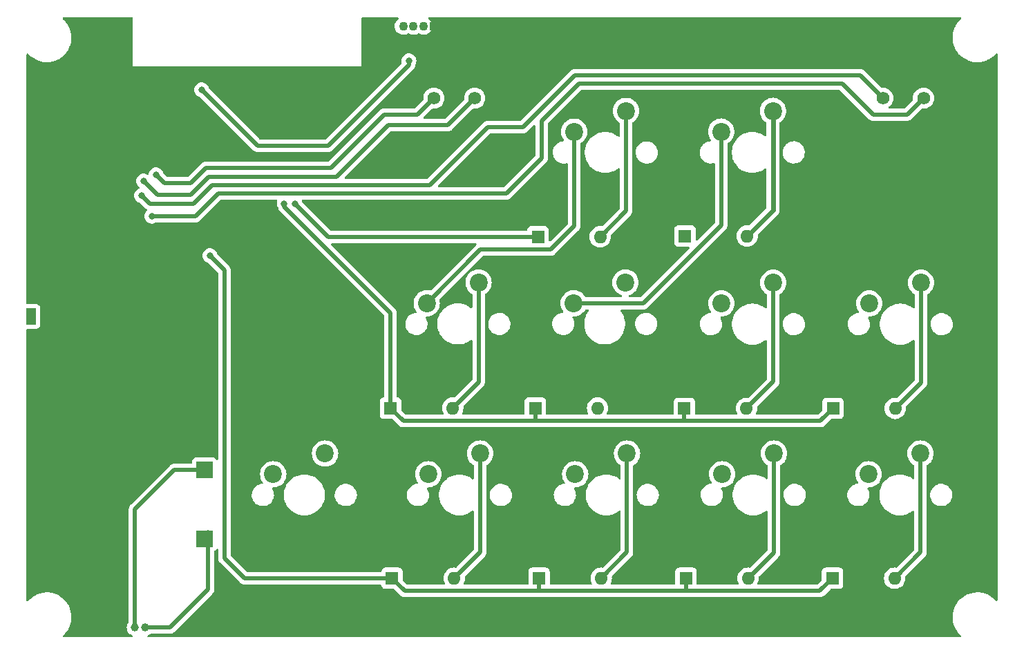
<source format=gbr>
%TF.GenerationSoftware,KiCad,Pcbnew,6.0.2+dfsg-1*%
%TF.CreationDate,2022-07-15T09:18:33-03:00*%
%TF.ProjectId,Nano-keyboard,4e616e6f-2d6b-4657-9962-6f6172642e6b,rev?*%
%TF.SameCoordinates,Original*%
%TF.FileFunction,Copper,L2,Bot*%
%TF.FilePolarity,Positive*%
%FSLAX46Y46*%
G04 Gerber Fmt 4.6, Leading zero omitted, Abs format (unit mm)*
G04 Created by KiCad (PCBNEW 6.0.2+dfsg-1) date 2022-07-15 09:18:33*
%MOMM*%
%LPD*%
G01*
G04 APERTURE LIST*
%TA.AperFunction,ComponentPad*%
%ADD10R,2.000000X2.000000*%
%TD*%
%TA.AperFunction,ComponentPad*%
%ADD11R,1.200000X2.000000*%
%TD*%
%TA.AperFunction,ComponentPad*%
%ADD12R,1.600000X1.600000*%
%TD*%
%TA.AperFunction,ComponentPad*%
%ADD13O,1.600000X1.600000*%
%TD*%
%TA.AperFunction,ComponentPad*%
%ADD14C,2.200000*%
%TD*%
%TA.AperFunction,ComponentPad*%
%ADD15R,1.100000X1.100000*%
%TD*%
%TA.AperFunction,ComponentPad*%
%ADD16C,1.100000*%
%TD*%
%TA.AperFunction,ComponentPad*%
%ADD17C,1.575000*%
%TD*%
%TA.AperFunction,ComponentPad*%
%ADD18C,4.562000*%
%TD*%
%TA.AperFunction,ComponentPad*%
%ADD19C,1.000000*%
%TD*%
%TA.AperFunction,ViaPad*%
%ADD20C,0.800000*%
%TD*%
%TA.AperFunction,Conductor*%
%ADD21C,0.508000*%
%TD*%
%TA.AperFunction,Conductor*%
%ADD22C,0.600000*%
%TD*%
G04 APERTURE END LIST*
D10*
%TO.P,U3,1,BAT+*%
%TO.N,Net-(J2-Pad1)*%
X89010000Y-120725000D03*
%TO.P,U3,2,BAT-*%
%TO.N,Net-(J2-Pad2)*%
X89010000Y-129175000D03*
D11*
%TO.P,U3,3,VOUT+*%
%TO.N,Net-(C2-Pad1)*%
X67760000Y-101945000D03*
%TO.P,U3,4,VOUT-*%
%TO.N,GND*%
X67760000Y-108145000D03*
%TD*%
D12*
%TO.P,D8,1,K*%
%TO.N,ROW2*%
X166011705Y-113203629D03*
D13*
%TO.P,D8,2,A*%
%TO.N,Net-(B8-Pad1)*%
X173631705Y-113203629D03*
%TD*%
D14*
%TO.P,B3,1*%
%TO.N,Net-(B3-Pad1)*%
X158775000Y-118735000D03*
%TO.P,B3,2*%
%TO.N,COL3*%
X152425000Y-121275000D03*
%TD*%
%TO.P,B2,1*%
%TO.N,Net-(B2-Pad1)*%
X140775000Y-118735000D03*
%TO.P,B2,2*%
%TO.N,COL2*%
X134425000Y-121275000D03*
%TD*%
D12*
%TO.P,D7,1,K*%
%TO.N,ROW2*%
X147801019Y-113203629D03*
D13*
%TO.P,D7,2,A*%
%TO.N,Net-(B7-Pad1)*%
X155421019Y-113203629D03*
%TD*%
D14*
%TO.P,B9,1*%
%TO.N,Net-(B9-Pad1)*%
X140645000Y-76761000D03*
%TO.P,B9,2*%
%TO.N,COL1*%
X134295000Y-79301000D03*
%TD*%
%TO.P,B8,1*%
%TO.N,Net-(B8-Pad1)*%
X176801019Y-97803629D03*
%TO.P,B8,2*%
%TO.N,COL4*%
X170451019Y-100343629D03*
%TD*%
D15*
%TO.P,J1,1,1*%
%TO.N,GND*%
X117111000Y-66368000D03*
D16*
%TO.P,J1,2,2*%
%TO.N,unconnected-(J1-Pad2)*%
X115861000Y-66368000D03*
%TO.P,J1,3,3*%
%TO.N,/RX0*%
X114611000Y-66368000D03*
%TO.P,J1,4,4*%
%TO.N,/TX0*%
X113361000Y-66368000D03*
%TD*%
D12*
%TO.P,D1,1,K*%
%TO.N,ROW1*%
X111985686Y-134025000D03*
D13*
%TO.P,D1,2,A*%
%TO.N,Net-(B1-Pad1)*%
X119605686Y-134025000D03*
%TD*%
D14*
%TO.P,B7,1*%
%TO.N,Net-(B7-Pad1)*%
X158685334Y-97803629D03*
%TO.P,B7,2*%
%TO.N,COL3*%
X152335334Y-100343629D03*
%TD*%
%TO.P,B4,1*%
%TO.N,Net-(B4-Pad1)*%
X176735000Y-118735000D03*
%TO.P,B4,2*%
%TO.N,COL4*%
X170385000Y-121275000D03*
%TD*%
D17*
%TO.P,U5,A1,A1*%
%TO.N,/ENCODER2_A*%
X122105000Y-75185000D03*
%TO.P,U5,B1,B1*%
%TO.N,/ENCODER2_B*%
X117105000Y-75185000D03*
%TO.P,U5,C1,C1*%
%TO.N,GND*%
X119605000Y-75185000D03*
D18*
%TO.P,U5,MH1,MH1*%
X125155000Y-82685000D03*
%TO.P,U5,MH2,MH2*%
X114055000Y-82685000D03*
%TD*%
D12*
%TO.P,D10,1,K*%
%TO.N,ROW3*%
X147866704Y-92085000D03*
D13*
%TO.P,D10,2,A*%
%TO.N,Net-(B10-Pad1)*%
X155486704Y-92085000D03*
%TD*%
D12*
%TO.P,D4,1,K*%
%TO.N,ROW1*%
X165945686Y-134025000D03*
D13*
%TO.P,D4,2,A*%
%TO.N,Net-(B4-Pad1)*%
X173565686Y-134025000D03*
%TD*%
D12*
%TO.P,D3,1,K*%
%TO.N,ROW1*%
X147996019Y-134025000D03*
D13*
%TO.P,D3,2,A*%
%TO.N,Net-(B3-Pad1)*%
X155616019Y-134025000D03*
%TD*%
D14*
%TO.P,B5,1*%
%TO.N,Net-(B5-Pad1)*%
X122580000Y-97780000D03*
%TO.P,B5,2*%
%TO.N,COL1*%
X116230000Y-100320000D03*
%TD*%
D12*
%TO.P,D9,1,K*%
%TO.N,ROW3*%
X129855686Y-92185000D03*
D13*
%TO.P,D9,2,A*%
%TO.N,Net-(B9-Pad1)*%
X137475686Y-92185000D03*
%TD*%
D12*
%TO.P,D5,1,K*%
%TO.N,ROW2*%
X111790686Y-113180000D03*
D13*
%TO.P,D5,2,A*%
%TO.N,Net-(B5-Pad1)*%
X119410686Y-113180000D03*
%TD*%
D14*
%TO.P,B0,1*%
%TO.N,+3V3*%
X103775000Y-118735000D03*
%TO.P,B0,2*%
%TO.N,/FUNC*%
X97425000Y-121275000D03*
%TD*%
%TO.P,B10,1*%
%TO.N,Net-(B10-Pad1)*%
X158656019Y-76755000D03*
%TO.P,B10,2*%
%TO.N,COL2*%
X152306019Y-79295000D03*
%TD*%
D17*
%TO.P,U6,A1,A1*%
%TO.N,/ENCODER1_A*%
X177105000Y-75185000D03*
%TO.P,U6,B1,B1*%
%TO.N,/ENCODER1_B*%
X172105000Y-75185000D03*
%TO.P,U6,C1,C1*%
%TO.N,GND*%
X174605000Y-75185000D03*
D18*
%TO.P,U6,MH1,MH1*%
X180155000Y-82685000D03*
%TO.P,U6,MH2,MH2*%
X169055000Y-82685000D03*
%TD*%
D14*
%TO.P,B1,1*%
%TO.N,Net-(B1-Pad1)*%
X122775000Y-118735000D03*
%TO.P,B1,2*%
%TO.N,COL1*%
X116425000Y-121275000D03*
%TD*%
D19*
%TO.P,J2,1,1*%
%TO.N,Net-(J2-Pad1)*%
X80486000Y-140068000D03*
%TO.P,J2,2,2*%
%TO.N,Net-(J2-Pad2)*%
X81736000Y-140068000D03*
%TD*%
D12*
%TO.P,D6,1,K*%
%TO.N,ROW2*%
X129540000Y-113180000D03*
D13*
%TO.P,D6,2,A*%
%TO.N,Net-(B6-Pad1)*%
X137160000Y-113180000D03*
%TD*%
D14*
%TO.P,B6,1*%
%TO.N,Net-(B6-Pad1)*%
X140580000Y-97780000D03*
%TO.P,B6,2*%
%TO.N,COL2*%
X134230000Y-100320000D03*
%TD*%
D12*
%TO.P,D2,1,K*%
%TO.N,ROW1*%
X129985686Y-134025000D03*
D13*
%TO.P,D2,2,A*%
%TO.N,Net-(B2-Pad1)*%
X137605686Y-134025000D03*
%TD*%
D20*
%TO.N,+3V3*%
X88646000Y-74168000D03*
X114046000Y-70612000D03*
%TO.N,ROW1*%
X89662000Y-94488000D03*
%TO.N,ROW2*%
X98768498Y-88136708D03*
%TO.N,ROW3*%
X100076000Y-88138000D03*
%TO.N,/ENCODER2_A*%
X81534000Y-85344000D03*
%TO.N,/ENCODER2_B*%
X83058000Y-84582000D03*
%TO.N,/ENCODER1_A*%
X82550000Y-89662000D03*
%TO.N,/ENCODER1_B*%
X81280000Y-87122000D03*
%TD*%
D21*
%TO.N,+3V3*%
X88646000Y-74168000D02*
X95504000Y-81026000D01*
X114046000Y-71120000D02*
X114046000Y-70612000D01*
X95504000Y-81026000D02*
X104140000Y-81026000D01*
X104140000Y-81026000D02*
X114046000Y-71120000D01*
%TO.N,Net-(B1-Pad1)*%
X122775000Y-130855686D02*
X119605686Y-134025000D01*
X122775000Y-118735000D02*
X122775000Y-130855686D01*
%TO.N,Net-(B2-Pad1)*%
X140775000Y-118735000D02*
X140775000Y-130855686D01*
X140775000Y-130855686D02*
X137605686Y-134025000D01*
%TO.N,Net-(B3-Pad1)*%
X158775000Y-130866019D02*
X155616019Y-134025000D01*
X158775000Y-118735000D02*
X158775000Y-130866019D01*
%TO.N,Net-(B4-Pad1)*%
X176735000Y-130855686D02*
X173565686Y-134025000D01*
X176735000Y-118735000D02*
X176735000Y-130855686D01*
%TO.N,Net-(B5-Pad1)*%
X122580000Y-97780000D02*
X122580000Y-110010686D01*
X122580000Y-110010686D02*
X119410686Y-113180000D01*
%TO.N,Net-(B7-Pad1)*%
X158685334Y-109939314D02*
X155421019Y-113203629D01*
X158685334Y-97803629D02*
X158685334Y-109939314D01*
%TO.N,Net-(B8-Pad1)*%
X176801019Y-110034315D02*
X173631705Y-113203629D01*
X176801019Y-97803629D02*
X176801019Y-110034315D01*
%TO.N,Net-(B9-Pad1)*%
X140645000Y-89015686D02*
X137475686Y-92185000D01*
X140645000Y-76761000D02*
X140645000Y-89015686D01*
D22*
%TO.N,Net-(B10-Pad1)*%
X158656019Y-76755000D02*
X158656019Y-88915685D01*
X158656019Y-88915685D02*
X155486704Y-92085000D01*
D21*
%TO.N,COL1*%
X131417197Y-93746511D02*
X134295000Y-90868708D01*
X122803489Y-93746511D02*
X131417197Y-93746511D01*
X116230000Y-100320000D02*
X122803489Y-93746511D01*
X134295000Y-90868708D02*
X134295000Y-79301000D01*
%TO.N,COL2*%
X142758000Y-100320000D02*
X152306019Y-90771981D01*
X152306019Y-90771981D02*
X152306019Y-79295000D01*
X134230000Y-100320000D02*
X142758000Y-100320000D01*
%TO.N,ROW1*%
X91440000Y-96266000D02*
X89662000Y-94488000D01*
X93893000Y-134025000D02*
X91440000Y-131572000D01*
X147996019Y-134025000D02*
X147996019Y-135451041D01*
X91440000Y-131572000D02*
X91440000Y-96266000D01*
X147996019Y-135451041D02*
X148131489Y-135586511D01*
X129985686Y-135444314D02*
X129843489Y-135586511D01*
X111985686Y-134025000D02*
X113547197Y-135586511D01*
X111985686Y-134025000D02*
X93893000Y-134025000D01*
X164384175Y-135586511D02*
X165945686Y-134025000D01*
X148131489Y-135586511D02*
X164384175Y-135586511D01*
X113547197Y-135586511D02*
X129843489Y-135586511D01*
X129985686Y-134025000D02*
X129985686Y-135444314D01*
X129843489Y-135586511D02*
X148131489Y-135586511D01*
%TO.N,ROW2*%
X113375826Y-114765140D02*
X129751140Y-114765140D01*
X129540000Y-114554000D02*
X129751140Y-114765140D01*
X147801019Y-114749261D02*
X147785140Y-114765140D01*
X164450194Y-114765140D02*
X166011705Y-113203629D01*
X147785140Y-114765140D02*
X164450194Y-114765140D01*
X147801019Y-113203629D02*
X147801019Y-114749261D01*
X111790686Y-113180000D02*
X113375826Y-114765140D01*
X98768498Y-88136708D02*
X98768498Y-88473124D01*
X129751140Y-114765140D02*
X147785140Y-114765140D01*
X111790686Y-101495312D02*
X111790686Y-113180000D01*
X129540000Y-113180000D02*
X129540000Y-114554000D01*
X98768498Y-88473124D02*
X111790686Y-101495312D01*
%TO.N,ROW3*%
X129855686Y-92185000D02*
X104123000Y-92185000D01*
X104123000Y-92185000D02*
X100076000Y-88138000D01*
%TO.N,/ENCODER2_A*%
X118804000Y-78486000D02*
X111506000Y-78486000D01*
X111506000Y-78486000D02*
X105155520Y-84836480D01*
X83228919Y-87038919D02*
X81534000Y-85344000D01*
X105155520Y-84836480D02*
X89495358Y-84836480D01*
X89495358Y-84836480D02*
X87292919Y-87038919D01*
X122105000Y-75185000D02*
X118804000Y-78486000D01*
X87292919Y-87038919D02*
X83228919Y-87038919D01*
%TO.N,/ENCODER2_B*%
X115074000Y-77216000D02*
X110998000Y-77216000D01*
X89158757Y-83736919D02*
X87297676Y-85598000D01*
X110998000Y-77216000D02*
X104477081Y-83736919D01*
X117105000Y-75185000D02*
X115074000Y-77216000D01*
X104477081Y-83736919D02*
X89158757Y-83736919D01*
X84074000Y-85598000D02*
X83058000Y-84582000D01*
X87297676Y-85598000D02*
X84074000Y-85598000D01*
%TO.N,/ENCODER1_A*%
X170942000Y-77216000D02*
X175074000Y-77216000D01*
X167132000Y-73406000D02*
X170942000Y-77216000D01*
X125984000Y-86868000D02*
X130302000Y-82550000D01*
X90678000Y-86868000D02*
X125984000Y-86868000D01*
X82550000Y-89662000D02*
X87884000Y-89662000D01*
X130302000Y-77978000D02*
X134874000Y-73406000D01*
X134874000Y-73406000D02*
X167132000Y-73406000D01*
X175074000Y-77216000D02*
X177105000Y-75185000D01*
X87884000Y-89662000D02*
X90678000Y-86868000D01*
X130302000Y-82550000D02*
X130302000Y-77978000D01*
%TO.N,/ENCODER1_B*%
X169310000Y-72390000D02*
X134366000Y-72390000D01*
X115062000Y-85852000D02*
X89916000Y-85852000D01*
X82296000Y-88138000D02*
X81280000Y-87122000D01*
X123698000Y-78740000D02*
X116586000Y-85852000D01*
X128016000Y-78740000D02*
X123698000Y-78740000D01*
X87630000Y-88138000D02*
X82296000Y-88138000D01*
X89916000Y-85852000D02*
X87630000Y-88138000D01*
X134366000Y-72390000D02*
X128016000Y-78740000D01*
X116586000Y-85852000D02*
X115062000Y-85852000D01*
X172105000Y-75185000D02*
X169310000Y-72390000D01*
%TO.N,Net-(J2-Pad1)*%
X80486000Y-125568000D02*
X80486000Y-140068000D01*
X85309000Y-120745000D02*
X80486000Y-125568000D01*
X89440000Y-120745000D02*
X85309000Y-120745000D01*
%TO.N,Net-(J2-Pad2)*%
X81736000Y-140068000D02*
X84736000Y-140068000D01*
X89440000Y-135364000D02*
X89440000Y-128365000D01*
X84736000Y-140068000D02*
X89440000Y-135364000D01*
%TD*%
%TA.AperFunction,Conductor*%
%TO.N,GND*%
G36*
X80176121Y-65298002D02*
G01*
X80222614Y-65351658D01*
X80234000Y-65404000D01*
X80234000Y-71280000D01*
X108234000Y-71280000D01*
X108234000Y-65404000D01*
X108254002Y-65335879D01*
X108307658Y-65289386D01*
X108360000Y-65278000D01*
X112669552Y-65278000D01*
X112737673Y-65298002D01*
X112784166Y-65351658D01*
X112794270Y-65421932D01*
X112764776Y-65486512D01*
X112748505Y-65502196D01*
X112616823Y-65608071D01*
X112612865Y-65612788D01*
X112612863Y-65612790D01*
X112529594Y-65712027D01*
X112483391Y-65767089D01*
X112480427Y-65772481D01*
X112480424Y-65772485D01*
X112436547Y-65852297D01*
X112383387Y-65948995D01*
X112320621Y-66146861D01*
X112319935Y-66152978D01*
X112319934Y-66152982D01*
X112298613Y-66343068D01*
X112297482Y-66353150D01*
X112314852Y-66560004D01*
X112372069Y-66759545D01*
X112374887Y-66765027D01*
X112374888Y-66765031D01*
X112440985Y-66893641D01*
X112466955Y-66944173D01*
X112595894Y-67106854D01*
X112600581Y-67110843D01*
X112600584Y-67110846D01*
X112632778Y-67138245D01*
X112753976Y-67241392D01*
X112935180Y-67342664D01*
X113132603Y-67406810D01*
X113338725Y-67431389D01*
X113344860Y-67430917D01*
X113344862Y-67430917D01*
X113539555Y-67415936D01*
X113539560Y-67415935D01*
X113545696Y-67415463D01*
X113551626Y-67413807D01*
X113551628Y-67413807D01*
X113645664Y-67387551D01*
X113745632Y-67359640D01*
X113797482Y-67333449D01*
X113930917Y-67266046D01*
X113932003Y-67268197D01*
X113990010Y-67251526D01*
X114050755Y-67267536D01*
X114185180Y-67342664D01*
X114382603Y-67406810D01*
X114588725Y-67431389D01*
X114594860Y-67430917D01*
X114594862Y-67430917D01*
X114789555Y-67415936D01*
X114789560Y-67415935D01*
X114795696Y-67415463D01*
X114801626Y-67413807D01*
X114801628Y-67413807D01*
X114895664Y-67387551D01*
X114995632Y-67359640D01*
X115047482Y-67333449D01*
X115180917Y-67266046D01*
X115182003Y-67268197D01*
X115240010Y-67251526D01*
X115300755Y-67267536D01*
X115435180Y-67342664D01*
X115632603Y-67406810D01*
X115838725Y-67431389D01*
X115844860Y-67430917D01*
X115844862Y-67430917D01*
X116039555Y-67415936D01*
X116039560Y-67415935D01*
X116045696Y-67415463D01*
X116051626Y-67413807D01*
X116051628Y-67413807D01*
X116145664Y-67387551D01*
X116245632Y-67359640D01*
X116285190Y-67339658D01*
X116425416Y-67268825D01*
X116425418Y-67268824D01*
X116430917Y-67266046D01*
X116594495Y-67138245D01*
X116730133Y-66981106D01*
X116832667Y-66800614D01*
X116898190Y-66603644D01*
X116924207Y-66397698D01*
X116924622Y-66368000D01*
X116914661Y-66266416D01*
X116904966Y-66167534D01*
X116904965Y-66167531D01*
X116904365Y-66161408D01*
X116844368Y-65962685D01*
X116785673Y-65852297D01*
X116749809Y-65784847D01*
X116749808Y-65784845D01*
X116746913Y-65779401D01*
X116688832Y-65708186D01*
X116619610Y-65623311D01*
X116619607Y-65623308D01*
X116615715Y-65618536D01*
X116608770Y-65612790D01*
X116473741Y-65501084D01*
X116434003Y-65442251D01*
X116432382Y-65371272D01*
X116469391Y-65310685D01*
X116533281Y-65279725D01*
X116554057Y-65278000D01*
X181615634Y-65278000D01*
X181683755Y-65298002D01*
X181730248Y-65351658D01*
X181740352Y-65421932D01*
X181710858Y-65486512D01*
X181694415Y-65502334D01*
X181658844Y-65530832D01*
X181656291Y-65533412D01*
X181425049Y-65767089D01*
X181414842Y-65777403D01*
X181200797Y-66050384D01*
X181198904Y-66053473D01*
X181198902Y-66053476D01*
X181152652Y-66128949D01*
X181019546Y-66346158D01*
X180873492Y-66660805D01*
X180764571Y-66990153D01*
X180763835Y-66993708D01*
X180763834Y-66993711D01*
X180707128Y-67267536D01*
X180694226Y-67329838D01*
X180663389Y-67675356D01*
X180664229Y-67707430D01*
X180672469Y-68022130D01*
X180721347Y-68365561D01*
X180809374Y-68701098D01*
X180935382Y-69024295D01*
X180937081Y-69027503D01*
X181070547Y-69279575D01*
X181097704Y-69330866D01*
X181099756Y-69333851D01*
X181099761Y-69333860D01*
X181292129Y-69613757D01*
X181292135Y-69613764D01*
X181294186Y-69616749D01*
X181390116Y-69726716D01*
X181484673Y-69835108D01*
X181522224Y-69878154D01*
X181778796Y-70111617D01*
X182060501Y-70314043D01*
X182363606Y-70482749D01*
X182684093Y-70615499D01*
X182687587Y-70616494D01*
X182687589Y-70616495D01*
X183014212Y-70709536D01*
X183014217Y-70709537D01*
X183017713Y-70710533D01*
X183253452Y-70749137D01*
X183356465Y-70766006D01*
X183356469Y-70766006D01*
X183360045Y-70766592D01*
X183363671Y-70766763D01*
X183702926Y-70782762D01*
X183702927Y-70782762D01*
X183706553Y-70782933D01*
X183715745Y-70782306D01*
X184049010Y-70759587D01*
X184049018Y-70759586D01*
X184052641Y-70759339D01*
X184056217Y-70758676D01*
X184056219Y-70758676D01*
X184390160Y-70696784D01*
X184390164Y-70696783D01*
X184393725Y-70696123D01*
X184725282Y-70594122D01*
X185042918Y-70454690D01*
X185109481Y-70415794D01*
X185339293Y-70281502D01*
X185342423Y-70279673D01*
X185619827Y-70071392D01*
X185760347Y-69938045D01*
X185868820Y-69835108D01*
X185868824Y-69835104D01*
X185871454Y-69832608D01*
X185876759Y-69826264D01*
X185944337Y-69745441D01*
X186003378Y-69706012D01*
X186074364Y-69704761D01*
X186134757Y-69742087D01*
X186165382Y-69806139D01*
X186167000Y-69826264D01*
X186167000Y-136712027D01*
X186146998Y-136780148D01*
X186093342Y-136826641D01*
X186023068Y-136836745D01*
X185958488Y-136807251D01*
X185948700Y-136797798D01*
X185762967Y-136597926D01*
X185762965Y-136597925D01*
X185760495Y-136595266D01*
X185757741Y-136592914D01*
X185757737Y-136592910D01*
X185660724Y-136510053D01*
X185496716Y-136369977D01*
X185208792Y-136176500D01*
X185205583Y-136174844D01*
X185205575Y-136174839D01*
X184903757Y-136019060D01*
X184903758Y-136019060D01*
X184900537Y-136017398D01*
X184897156Y-136016120D01*
X184897146Y-136016116D01*
X184642440Y-135919871D01*
X184576039Y-135894780D01*
X184572518Y-135893896D01*
X184572513Y-135893894D01*
X184388040Y-135847558D01*
X184239598Y-135810272D01*
X184220527Y-135807761D01*
X183899278Y-135765468D01*
X183899270Y-135765467D01*
X183895674Y-135764994D01*
X183751178Y-135762724D01*
X183552467Y-135759602D01*
X183552463Y-135759602D01*
X183548825Y-135759545D01*
X183545211Y-135759906D01*
X183545205Y-135759906D01*
X183301172Y-135784264D01*
X183203648Y-135793998D01*
X182864718Y-135867897D01*
X182861291Y-135869070D01*
X182861285Y-135869072D01*
X182539960Y-135979086D01*
X182539955Y-135979088D01*
X182536529Y-135980261D01*
X182533261Y-135981820D01*
X182533253Y-135981823D01*
X182455185Y-136019060D01*
X182223429Y-136129602D01*
X181929569Y-136313940D01*
X181926735Y-136316210D01*
X181926730Y-136316214D01*
X181856680Y-136372335D01*
X181658844Y-136530832D01*
X181414842Y-136777403D01*
X181200797Y-137050384D01*
X181198904Y-137053473D01*
X181198902Y-137053476D01*
X181152652Y-137128949D01*
X181019546Y-137346158D01*
X180873492Y-137660805D01*
X180764571Y-137990153D01*
X180763835Y-137993708D01*
X180763834Y-137993711D01*
X180744820Y-138085529D01*
X180694226Y-138329838D01*
X180663389Y-138675356D01*
X180664229Y-138707430D01*
X180672469Y-139022130D01*
X180672980Y-139025718D01*
X180672980Y-139025722D01*
X180677176Y-139055204D01*
X180721347Y-139365561D01*
X180809374Y-139701098D01*
X180935382Y-140024295D01*
X181005253Y-140156258D01*
X181070547Y-140279575D01*
X181097704Y-140330866D01*
X181099756Y-140333851D01*
X181099761Y-140333860D01*
X181292129Y-140613757D01*
X181292135Y-140613764D01*
X181294186Y-140616749D01*
X181378143Y-140712991D01*
X181484673Y-140835108D01*
X181522224Y-140878154D01*
X181524909Y-140880597D01*
X181703175Y-141042807D01*
X181740097Y-141103447D01*
X181738374Y-141174423D01*
X181698552Y-141233199D01*
X181633274Y-141261116D01*
X181618375Y-141262000D01*
X82129743Y-141262000D01*
X82061622Y-141241998D01*
X82015129Y-141188342D01*
X82005025Y-141118068D01*
X82034519Y-141053488D01*
X82091149Y-141017624D01*
X82090784Y-141016682D01*
X82095562Y-141014829D01*
X82095856Y-141014643D01*
X82102463Y-141012798D01*
X82107967Y-141010018D01*
X82107969Y-141010017D01*
X82273495Y-140926404D01*
X82273497Y-140926403D01*
X82278996Y-140923625D01*
X82364003Y-140857211D01*
X82429996Y-140831033D01*
X82441575Y-140830500D01*
X84668624Y-140830500D01*
X84687574Y-140831933D01*
X84701973Y-140834124D01*
X84701979Y-140834124D01*
X84709208Y-140835224D01*
X84716500Y-140834631D01*
X84716503Y-140834631D01*
X84762183Y-140830915D01*
X84772398Y-140830500D01*
X84780525Y-140830500D01*
X84784161Y-140830076D01*
X84784163Y-140830076D01*
X84787615Y-140829673D01*
X84808924Y-140827189D01*
X84813244Y-140826762D01*
X84886426Y-140820809D01*
X84893388Y-140818553D01*
X84899376Y-140817357D01*
X84905333Y-140815949D01*
X84912607Y-140815101D01*
X84919489Y-140812603D01*
X84919493Y-140812602D01*
X84981607Y-140790055D01*
X84985711Y-140788645D01*
X85055575Y-140766013D01*
X85061838Y-140762213D01*
X85067380Y-140759675D01*
X85072856Y-140756933D01*
X85079741Y-140754434D01*
X85141132Y-140714185D01*
X85144800Y-140711870D01*
X85207581Y-140673773D01*
X85211786Y-140670059D01*
X85211789Y-140670057D01*
X85216005Y-140666333D01*
X85216031Y-140666362D01*
X85218962Y-140663762D01*
X85222316Y-140660958D01*
X85228435Y-140656946D01*
X85281989Y-140600413D01*
X85284366Y-140597972D01*
X89931528Y-135950810D01*
X89945941Y-135938423D01*
X89957665Y-135929795D01*
X89963564Y-135925454D01*
X89988973Y-135895545D01*
X89997979Y-135884945D01*
X90004909Y-135877429D01*
X90010653Y-135871685D01*
X90012927Y-135868811D01*
X90012933Y-135868804D01*
X90028372Y-135849289D01*
X90031163Y-135845885D01*
X90073945Y-135795528D01*
X90073948Y-135795524D01*
X90078684Y-135789949D01*
X90082012Y-135783432D01*
X90085389Y-135778368D01*
X90088616Y-135773144D01*
X90093160Y-135767400D01*
X90124242Y-135700896D01*
X90126147Y-135696999D01*
X90159543Y-135631596D01*
X90161284Y-135624482D01*
X90163416Y-135618748D01*
X90165344Y-135612952D01*
X90168444Y-135606320D01*
X90183395Y-135534440D01*
X90184365Y-135530156D01*
X90200469Y-135464342D01*
X90201804Y-135458888D01*
X90202500Y-135447670D01*
X90202537Y-135447672D01*
X90202773Y-135443773D01*
X90203163Y-135439402D01*
X90204652Y-135432243D01*
X90202546Y-135354423D01*
X90202500Y-135351014D01*
X90202500Y-130728505D01*
X90222502Y-130660384D01*
X90257980Y-130627316D01*
X90256705Y-130625615D01*
X90321901Y-130576753D01*
X90373261Y-130538261D01*
X90450674Y-130434969D01*
X90507533Y-130392454D01*
X90578352Y-130387428D01*
X90640645Y-130421488D01*
X90674635Y-130483819D01*
X90677500Y-130510534D01*
X90677500Y-131504624D01*
X90676067Y-131523574D01*
X90673876Y-131537973D01*
X90673876Y-131537979D01*
X90672776Y-131545208D01*
X90673369Y-131552500D01*
X90673369Y-131552503D01*
X90677085Y-131598183D01*
X90677500Y-131608398D01*
X90677500Y-131616525D01*
X90680811Y-131644924D01*
X90681238Y-131649244D01*
X90687191Y-131722426D01*
X90689447Y-131729388D01*
X90690643Y-131735376D01*
X90692051Y-131741333D01*
X90692899Y-131748607D01*
X90695397Y-131755489D01*
X90695398Y-131755493D01*
X90717945Y-131817607D01*
X90719355Y-131821711D01*
X90741987Y-131891575D01*
X90745787Y-131897838D01*
X90748325Y-131903380D01*
X90751067Y-131908856D01*
X90753566Y-131915741D01*
X90757581Y-131921865D01*
X90793815Y-131977132D01*
X90796130Y-131980800D01*
X90834227Y-132043581D01*
X90837941Y-132047786D01*
X90837943Y-132047789D01*
X90841667Y-132052005D01*
X90841638Y-132052031D01*
X90844238Y-132054962D01*
X90847042Y-132058316D01*
X90851054Y-132064435D01*
X90856366Y-132069467D01*
X90907586Y-132117988D01*
X90910028Y-132120366D01*
X93306190Y-134516528D01*
X93318577Y-134530941D01*
X93331546Y-134548564D01*
X93337129Y-134553307D01*
X93372055Y-134582979D01*
X93379571Y-134589909D01*
X93385315Y-134595653D01*
X93388189Y-134597927D01*
X93388196Y-134597933D01*
X93407711Y-134613372D01*
X93411115Y-134616163D01*
X93461472Y-134658945D01*
X93461476Y-134658948D01*
X93467051Y-134663684D01*
X93473568Y-134667012D01*
X93478632Y-134670389D01*
X93483856Y-134673616D01*
X93489600Y-134678160D01*
X93556104Y-134709242D01*
X93560001Y-134711147D01*
X93625404Y-134744543D01*
X93632518Y-134746284D01*
X93638252Y-134748416D01*
X93644048Y-134750344D01*
X93650680Y-134753444D01*
X93722555Y-134768394D01*
X93726839Y-134769364D01*
X93798112Y-134786804D01*
X93803714Y-134787152D01*
X93803717Y-134787152D01*
X93809330Y-134787500D01*
X93809328Y-134787537D01*
X93813227Y-134787773D01*
X93817598Y-134788163D01*
X93824757Y-134789652D01*
X93902577Y-134787546D01*
X93905986Y-134787500D01*
X110554830Y-134787500D01*
X110622951Y-134807502D01*
X110669444Y-134861158D01*
X110680093Y-134899893D01*
X110683087Y-134927460D01*
X110683088Y-134927464D01*
X110683941Y-134935316D01*
X110735071Y-135071705D01*
X110822425Y-135188261D01*
X110938981Y-135275615D01*
X111075370Y-135326745D01*
X111137552Y-135333500D01*
X112163658Y-135333500D01*
X112231779Y-135353502D01*
X112252753Y-135370405D01*
X112960387Y-136078039D01*
X112972774Y-136092452D01*
X112985743Y-136110075D01*
X112991326Y-136114818D01*
X113026252Y-136144490D01*
X113033768Y-136151420D01*
X113039512Y-136157164D01*
X113042386Y-136159438D01*
X113042393Y-136159444D01*
X113061908Y-136174883D01*
X113065312Y-136177674D01*
X113115669Y-136220456D01*
X113115673Y-136220459D01*
X113121248Y-136225195D01*
X113127765Y-136228523D01*
X113132829Y-136231900D01*
X113138053Y-136235127D01*
X113143797Y-136239671D01*
X113150428Y-136242770D01*
X113210279Y-136270743D01*
X113214230Y-136272674D01*
X113279601Y-136306054D01*
X113286716Y-136307795D01*
X113292462Y-136309932D01*
X113298245Y-136311856D01*
X113304876Y-136314955D01*
X113376754Y-136329905D01*
X113381026Y-136330872D01*
X113452309Y-136348315D01*
X113457908Y-136348662D01*
X113457912Y-136348663D01*
X113463527Y-136349011D01*
X113463525Y-136349050D01*
X113467426Y-136349283D01*
X113471785Y-136349672D01*
X113478953Y-136351163D01*
X113486270Y-136350965D01*
X113556774Y-136349057D01*
X113560183Y-136349011D01*
X129776113Y-136349011D01*
X129795063Y-136350444D01*
X129809462Y-136352635D01*
X129809468Y-136352635D01*
X129816697Y-136353735D01*
X129823989Y-136353142D01*
X129823992Y-136353142D01*
X129869672Y-136349426D01*
X129879887Y-136349011D01*
X148043055Y-136349011D01*
X148054254Y-136349510D01*
X148056084Y-136349673D01*
X148063246Y-136351163D01*
X148141066Y-136349057D01*
X148144475Y-136349011D01*
X164316799Y-136349011D01*
X164335749Y-136350444D01*
X164350148Y-136352635D01*
X164350154Y-136352635D01*
X164357383Y-136353735D01*
X164364675Y-136353142D01*
X164364678Y-136353142D01*
X164410358Y-136349426D01*
X164420573Y-136349011D01*
X164428700Y-136349011D01*
X164432336Y-136348587D01*
X164432338Y-136348587D01*
X164435790Y-136348184D01*
X164457099Y-136345700D01*
X164461419Y-136345273D01*
X164534601Y-136339320D01*
X164541563Y-136337064D01*
X164547551Y-136335868D01*
X164553508Y-136334460D01*
X164560782Y-136333612D01*
X164567664Y-136331114D01*
X164567668Y-136331113D01*
X164629782Y-136308566D01*
X164633886Y-136307156D01*
X164703750Y-136284524D01*
X164710013Y-136280724D01*
X164715555Y-136278186D01*
X164721031Y-136275444D01*
X164727916Y-136272945D01*
X164789307Y-136232696D01*
X164792975Y-136230381D01*
X164855756Y-136192284D01*
X164859961Y-136188570D01*
X164859964Y-136188568D01*
X164864180Y-136184844D01*
X164864206Y-136184873D01*
X164867137Y-136182273D01*
X164870491Y-136179469D01*
X164876610Y-136175457D01*
X164930164Y-136118924D01*
X164932541Y-136116483D01*
X165678619Y-135370405D01*
X165740931Y-135336379D01*
X165767714Y-135333500D01*
X166793820Y-135333500D01*
X166856002Y-135326745D01*
X166992391Y-135275615D01*
X167108947Y-135188261D01*
X167196301Y-135071705D01*
X167247431Y-134935316D01*
X167254186Y-134873134D01*
X167254186Y-133176866D01*
X167247431Y-133114684D01*
X167196301Y-132978295D01*
X167108947Y-132861739D01*
X166992391Y-132774385D01*
X166856002Y-132723255D01*
X166793820Y-132716500D01*
X165097552Y-132716500D01*
X165035370Y-132723255D01*
X164898981Y-132774385D01*
X164782425Y-132861739D01*
X164695071Y-132978295D01*
X164643941Y-133114684D01*
X164637186Y-133176866D01*
X164637186Y-134202972D01*
X164617184Y-134271093D01*
X164600281Y-134292067D01*
X164105242Y-134787106D01*
X164042930Y-134821132D01*
X164016147Y-134824011D01*
X156884985Y-134824011D01*
X156816864Y-134804009D01*
X156770371Y-134750353D01*
X156760267Y-134680079D01*
X156770790Y-134644762D01*
X156847978Y-134479230D01*
X156847980Y-134479225D01*
X156850303Y-134474243D01*
X156909562Y-134253087D01*
X156929517Y-134025000D01*
X156915719Y-133867289D01*
X156929708Y-133797684D01*
X156952145Y-133767212D01*
X159266528Y-131452829D01*
X159280941Y-131440442D01*
X159292665Y-131431814D01*
X159298564Y-131427473D01*
X159332979Y-131386964D01*
X159339909Y-131379448D01*
X159345653Y-131373704D01*
X159347927Y-131370830D01*
X159347933Y-131370823D01*
X159363372Y-131351308D01*
X159366163Y-131347904D01*
X159408945Y-131297547D01*
X159408948Y-131297543D01*
X159413684Y-131291968D01*
X159417012Y-131285451D01*
X159420389Y-131280387D01*
X159423616Y-131275163D01*
X159428160Y-131269419D01*
X159459242Y-131202915D01*
X159461147Y-131199018D01*
X159494543Y-131133615D01*
X159496284Y-131126501D01*
X159498416Y-131120767D01*
X159500344Y-131114971D01*
X159503444Y-131108339D01*
X159518395Y-131036459D01*
X159519365Y-131032175D01*
X159521367Y-131023992D01*
X159536804Y-130960907D01*
X159537500Y-130949689D01*
X159537537Y-130949691D01*
X159537773Y-130945792D01*
X159538163Y-130941421D01*
X159539652Y-130934262D01*
X159537546Y-130856442D01*
X159537500Y-130853033D01*
X159537500Y-123750774D01*
X159953102Y-123750774D01*
X159961751Y-123981158D01*
X160009093Y-124206791D01*
X160093776Y-124421221D01*
X160213377Y-124618317D01*
X160216874Y-124622347D01*
X160303438Y-124722103D01*
X160364477Y-124792445D01*
X160368608Y-124795832D01*
X160538627Y-124935240D01*
X160538633Y-124935244D01*
X160542755Y-124938624D01*
X160547391Y-124941263D01*
X160547394Y-124941265D01*
X160654451Y-125002205D01*
X160743114Y-125052675D01*
X160959825Y-125131337D01*
X160965074Y-125132286D01*
X160965077Y-125132287D01*
X161182608Y-125171623D01*
X161182615Y-125171624D01*
X161186692Y-125172361D01*
X161204414Y-125173197D01*
X161209356Y-125173430D01*
X161209363Y-125173430D01*
X161210844Y-125173500D01*
X161372890Y-125173500D01*
X161439809Y-125167822D01*
X161539409Y-125159371D01*
X161539413Y-125159370D01*
X161544720Y-125158920D01*
X161549875Y-125157582D01*
X161549881Y-125157581D01*
X161762703Y-125102343D01*
X161762707Y-125102342D01*
X161767872Y-125101001D01*
X161772738Y-125098809D01*
X161772741Y-125098808D01*
X161919629Y-125032640D01*
X161978075Y-125006312D01*
X162169319Y-124877559D01*
X162336135Y-124718424D01*
X162473754Y-124533458D01*
X162578240Y-124327949D01*
X162591274Y-124285975D01*
X162645024Y-124112871D01*
X162646607Y-124107773D01*
X162647308Y-124102484D01*
X162676198Y-123884511D01*
X162676198Y-123884506D01*
X162676898Y-123879226D01*
X162672076Y-123750774D01*
X167753102Y-123750774D01*
X167761751Y-123981158D01*
X167809093Y-124206791D01*
X167893776Y-124421221D01*
X168013377Y-124618317D01*
X168016874Y-124622347D01*
X168103438Y-124722103D01*
X168164477Y-124792445D01*
X168168608Y-124795832D01*
X168338627Y-124935240D01*
X168338633Y-124935244D01*
X168342755Y-124938624D01*
X168347391Y-124941263D01*
X168347394Y-124941265D01*
X168454451Y-125002205D01*
X168543114Y-125052675D01*
X168759825Y-125131337D01*
X168765074Y-125132286D01*
X168765077Y-125132287D01*
X168982608Y-125171623D01*
X168982615Y-125171624D01*
X168986692Y-125172361D01*
X169004414Y-125173197D01*
X169009356Y-125173430D01*
X169009363Y-125173430D01*
X169010844Y-125173500D01*
X169172890Y-125173500D01*
X169239809Y-125167822D01*
X169339409Y-125159371D01*
X169339413Y-125159370D01*
X169344720Y-125158920D01*
X169349875Y-125157582D01*
X169349881Y-125157581D01*
X169562703Y-125102343D01*
X169562707Y-125102342D01*
X169567872Y-125101001D01*
X169572738Y-125098809D01*
X169572741Y-125098808D01*
X169719629Y-125032640D01*
X169778075Y-125006312D01*
X169969319Y-124877559D01*
X170136135Y-124718424D01*
X170273754Y-124533458D01*
X170378240Y-124327949D01*
X170391274Y-124285975D01*
X170445024Y-124112871D01*
X170446607Y-124107773D01*
X170447308Y-124102484D01*
X170464493Y-123972821D01*
X171686500Y-123972821D01*
X171726060Y-124285975D01*
X171804557Y-124591702D01*
X171806010Y-124595371D01*
X171806010Y-124595372D01*
X171916279Y-124873878D01*
X171920753Y-124885179D01*
X171922659Y-124888647D01*
X171922660Y-124888648D01*
X172068563Y-125154042D01*
X172072816Y-125161779D01*
X172258346Y-125417140D01*
X172474418Y-125647233D01*
X172717625Y-125848432D01*
X172984131Y-126017562D01*
X172987710Y-126019246D01*
X172987717Y-126019250D01*
X173266144Y-126150267D01*
X173266148Y-126150269D01*
X173269734Y-126151956D01*
X173569928Y-126249495D01*
X173879980Y-126308641D01*
X174116162Y-126323500D01*
X174273838Y-126323500D01*
X174510020Y-126308641D01*
X174820072Y-126249495D01*
X175120266Y-126151956D01*
X175123852Y-126150269D01*
X175123856Y-126150267D01*
X175402283Y-126019250D01*
X175402290Y-126019246D01*
X175405869Y-126017562D01*
X175672375Y-125848432D01*
X175675427Y-125845907D01*
X175675437Y-125845900D01*
X175766184Y-125770827D01*
X175831422Y-125742816D01*
X175901447Y-125754523D01*
X175954026Y-125802229D01*
X175972500Y-125867911D01*
X175972500Y-130487658D01*
X175952498Y-130555779D01*
X175935595Y-130576753D01*
X173823474Y-132688874D01*
X173761162Y-132722900D01*
X173723397Y-132725300D01*
X173571161Y-132711981D01*
X173565686Y-132711502D01*
X173337599Y-132731457D01*
X173332286Y-132732881D01*
X173332284Y-132732881D01*
X173121753Y-132789293D01*
X173121751Y-132789294D01*
X173116443Y-132790716D01*
X173111462Y-132793039D01*
X173111461Y-132793039D01*
X172913924Y-132885151D01*
X172913919Y-132885154D01*
X172908937Y-132887477D01*
X172804075Y-132960902D01*
X172725897Y-133015643D01*
X172725894Y-133015645D01*
X172721386Y-133018802D01*
X172559488Y-133180700D01*
X172428163Y-133368251D01*
X172425840Y-133373233D01*
X172425837Y-133373238D01*
X172333725Y-133570775D01*
X172331402Y-133575757D01*
X172272143Y-133796913D01*
X172252188Y-134025000D01*
X172272143Y-134253087D01*
X172331402Y-134474243D01*
X172333725Y-134479224D01*
X172333725Y-134479225D01*
X172425837Y-134676762D01*
X172425840Y-134676767D01*
X172428163Y-134681749D01*
X172559488Y-134869300D01*
X172721386Y-135031198D01*
X172725894Y-135034355D01*
X172725897Y-135034357D01*
X172745613Y-135048162D01*
X172908937Y-135162523D01*
X172913919Y-135164846D01*
X172913924Y-135164849D01*
X173111461Y-135256961D01*
X173116443Y-135259284D01*
X173121751Y-135260706D01*
X173121753Y-135260707D01*
X173332284Y-135317119D01*
X173332286Y-135317119D01*
X173337599Y-135318543D01*
X173565686Y-135338498D01*
X173793773Y-135318543D01*
X173799086Y-135317119D01*
X173799088Y-135317119D01*
X174009619Y-135260707D01*
X174009621Y-135260706D01*
X174014929Y-135259284D01*
X174019911Y-135256961D01*
X174217448Y-135164849D01*
X174217453Y-135164846D01*
X174222435Y-135162523D01*
X174385759Y-135048162D01*
X174405475Y-135034357D01*
X174405478Y-135034355D01*
X174409986Y-135031198D01*
X174571884Y-134869300D01*
X174703209Y-134681749D01*
X174705532Y-134676767D01*
X174705535Y-134676762D01*
X174797647Y-134479225D01*
X174797647Y-134479224D01*
X174799970Y-134474243D01*
X174859229Y-134253087D01*
X174879184Y-134025000D01*
X174865386Y-133867289D01*
X174879375Y-133797684D01*
X174901812Y-133767212D01*
X177226528Y-131442496D01*
X177240941Y-131430109D01*
X177252665Y-131421481D01*
X177258564Y-131417140D01*
X177292979Y-131376631D01*
X177299909Y-131369115D01*
X177305653Y-131363371D01*
X177307927Y-131360497D01*
X177307933Y-131360490D01*
X177323372Y-131340975D01*
X177326163Y-131337571D01*
X177368945Y-131287214D01*
X177368948Y-131287210D01*
X177373684Y-131281635D01*
X177377012Y-131275118D01*
X177380389Y-131270054D01*
X177383616Y-131264830D01*
X177388160Y-131259086D01*
X177419242Y-131192582D01*
X177421147Y-131188685D01*
X177454543Y-131123282D01*
X177456284Y-131116168D01*
X177458416Y-131110434D01*
X177460344Y-131104638D01*
X177463444Y-131098006D01*
X177478395Y-131026126D01*
X177479365Y-131021842D01*
X177492941Y-130966361D01*
X177496804Y-130950574D01*
X177497500Y-130939356D01*
X177497537Y-130939358D01*
X177497773Y-130935459D01*
X177498163Y-130931088D01*
X177499652Y-130923929D01*
X177497546Y-130846109D01*
X177497500Y-130842700D01*
X177497500Y-123750774D01*
X177913102Y-123750774D01*
X177921751Y-123981158D01*
X177969093Y-124206791D01*
X178053776Y-124421221D01*
X178173377Y-124618317D01*
X178176874Y-124622347D01*
X178263438Y-124722103D01*
X178324477Y-124792445D01*
X178328608Y-124795832D01*
X178498627Y-124935240D01*
X178498633Y-124935244D01*
X178502755Y-124938624D01*
X178507391Y-124941263D01*
X178507394Y-124941265D01*
X178614451Y-125002205D01*
X178703114Y-125052675D01*
X178919825Y-125131337D01*
X178925074Y-125132286D01*
X178925077Y-125132287D01*
X179142608Y-125171623D01*
X179142615Y-125171624D01*
X179146692Y-125172361D01*
X179164414Y-125173197D01*
X179169356Y-125173430D01*
X179169363Y-125173430D01*
X179170844Y-125173500D01*
X179332890Y-125173500D01*
X179399809Y-125167822D01*
X179499409Y-125159371D01*
X179499413Y-125159370D01*
X179504720Y-125158920D01*
X179509875Y-125157582D01*
X179509881Y-125157581D01*
X179722703Y-125102343D01*
X179722707Y-125102342D01*
X179727872Y-125101001D01*
X179732738Y-125098809D01*
X179732741Y-125098808D01*
X179879629Y-125032640D01*
X179938075Y-125006312D01*
X180129319Y-124877559D01*
X180296135Y-124718424D01*
X180433754Y-124533458D01*
X180538240Y-124327949D01*
X180551274Y-124285975D01*
X180605024Y-124112871D01*
X180606607Y-124107773D01*
X180607308Y-124102484D01*
X180636198Y-123884511D01*
X180636198Y-123884506D01*
X180636898Y-123879226D01*
X180628249Y-123648842D01*
X180580907Y-123423209D01*
X180496224Y-123208779D01*
X180376623Y-123011683D01*
X180289755Y-122911576D01*
X180229023Y-122841588D01*
X180229021Y-122841586D01*
X180225523Y-122837555D01*
X180183970Y-122803484D01*
X180051373Y-122694760D01*
X180051367Y-122694756D01*
X180047245Y-122691376D01*
X180042609Y-122688737D01*
X180042606Y-122688735D01*
X179856697Y-122582910D01*
X179846886Y-122577325D01*
X179630175Y-122498663D01*
X179624926Y-122497714D01*
X179624923Y-122497713D01*
X179407392Y-122458377D01*
X179407385Y-122458376D01*
X179403308Y-122457639D01*
X179385586Y-122456803D01*
X179380644Y-122456570D01*
X179380637Y-122456570D01*
X179379156Y-122456500D01*
X179217110Y-122456500D01*
X179150191Y-122462178D01*
X179050591Y-122470629D01*
X179050587Y-122470630D01*
X179045280Y-122471080D01*
X179040125Y-122472418D01*
X179040119Y-122472419D01*
X178827297Y-122527657D01*
X178827293Y-122527658D01*
X178822128Y-122528999D01*
X178817262Y-122531191D01*
X178817259Y-122531192D01*
X178708980Y-122579968D01*
X178611925Y-122623688D01*
X178420681Y-122752441D01*
X178253865Y-122911576D01*
X178116246Y-123096542D01*
X178011760Y-123302051D01*
X178010178Y-123307145D01*
X178010177Y-123307148D01*
X177948115Y-123507020D01*
X177943393Y-123522227D01*
X177942692Y-123527516D01*
X177927304Y-123643623D01*
X177913102Y-123750774D01*
X177497500Y-123750774D01*
X177497500Y-120224797D01*
X177517502Y-120156676D01*
X177557665Y-120117364D01*
X177661109Y-120053973D01*
X177683376Y-120040328D01*
X177875898Y-119875898D01*
X178040328Y-119683376D01*
X178172616Y-119467502D01*
X178213451Y-119368919D01*
X178267611Y-119238164D01*
X178267612Y-119238162D01*
X178269505Y-119233591D01*
X178328609Y-118987403D01*
X178348474Y-118735000D01*
X178328609Y-118482597D01*
X178269505Y-118236409D01*
X178172616Y-118002498D01*
X178040328Y-117786624D01*
X177875898Y-117594102D01*
X177683376Y-117429672D01*
X177467502Y-117297384D01*
X177462932Y-117295491D01*
X177462928Y-117295489D01*
X177238164Y-117202389D01*
X177238162Y-117202388D01*
X177233591Y-117200495D01*
X177148968Y-117180179D01*
X176992216Y-117142546D01*
X176992210Y-117142545D01*
X176987403Y-117141391D01*
X176735000Y-117121526D01*
X176482597Y-117141391D01*
X176477790Y-117142545D01*
X176477784Y-117142546D01*
X176321032Y-117180179D01*
X176236409Y-117200495D01*
X176231838Y-117202388D01*
X176231836Y-117202389D01*
X176007072Y-117295489D01*
X176007068Y-117295491D01*
X176002498Y-117297384D01*
X175786624Y-117429672D01*
X175594102Y-117594102D01*
X175429672Y-117786624D01*
X175297384Y-118002498D01*
X175200495Y-118236409D01*
X175141391Y-118482597D01*
X175121526Y-118735000D01*
X175141391Y-118987403D01*
X175200495Y-119233591D01*
X175202388Y-119238162D01*
X175202389Y-119238164D01*
X175256550Y-119368919D01*
X175297384Y-119467502D01*
X175429672Y-119683376D01*
X175594102Y-119875898D01*
X175786624Y-120040328D01*
X175808891Y-120053973D01*
X175912335Y-120117364D01*
X175959966Y-120170012D01*
X175972500Y-120224797D01*
X175972500Y-121762089D01*
X175952498Y-121830210D01*
X175898842Y-121876703D01*
X175828568Y-121886807D01*
X175766184Y-121859173D01*
X175675437Y-121784100D01*
X175675426Y-121784092D01*
X175672375Y-121781568D01*
X175405869Y-121612438D01*
X175402290Y-121610754D01*
X175402283Y-121610750D01*
X175123856Y-121479733D01*
X175123852Y-121479731D01*
X175120266Y-121478044D01*
X174820072Y-121380505D01*
X174510020Y-121321359D01*
X174273838Y-121306500D01*
X174116162Y-121306500D01*
X173879980Y-121321359D01*
X173569928Y-121380505D01*
X173269734Y-121478044D01*
X173266148Y-121479731D01*
X173266144Y-121479733D01*
X172987717Y-121610750D01*
X172987710Y-121610754D01*
X172984131Y-121612438D01*
X172717625Y-121781568D01*
X172662151Y-121827460D01*
X172487790Y-121971705D01*
X172474418Y-121982767D01*
X172471704Y-121985657D01*
X172471703Y-121985658D01*
X172451190Y-122007502D01*
X172258346Y-122212860D01*
X172072816Y-122468221D01*
X172070909Y-122471690D01*
X172070907Y-122471693D01*
X171938458Y-122712616D01*
X171920753Y-122744821D01*
X171919300Y-122748490D01*
X171919298Y-122748495D01*
X171854730Y-122911576D01*
X171804557Y-123038298D01*
X171726060Y-123344025D01*
X171686500Y-123657179D01*
X171686500Y-123972821D01*
X170464493Y-123972821D01*
X170476198Y-123884511D01*
X170476198Y-123884506D01*
X170476898Y-123879226D01*
X170468249Y-123648842D01*
X170420907Y-123423209D01*
X170336224Y-123208779D01*
X170257261Y-123078653D01*
X170239023Y-123010041D01*
X170260774Y-122942459D01*
X170315610Y-122897364D01*
X170374861Y-122887677D01*
X170380061Y-122888086D01*
X170380070Y-122888086D01*
X170385000Y-122888474D01*
X170637403Y-122868609D01*
X170642210Y-122867455D01*
X170642216Y-122867454D01*
X170798968Y-122829821D01*
X170883591Y-122809505D01*
X170888164Y-122807611D01*
X171112928Y-122714511D01*
X171112932Y-122714509D01*
X171117502Y-122712616D01*
X171333376Y-122580328D01*
X171525898Y-122415898D01*
X171690328Y-122223376D01*
X171822616Y-122007502D01*
X171831950Y-121984969D01*
X171917611Y-121778164D01*
X171917612Y-121778162D01*
X171919505Y-121773591D01*
X171958194Y-121612438D01*
X171977454Y-121532216D01*
X171977455Y-121532210D01*
X171978609Y-121527403D01*
X171998474Y-121275000D01*
X171978609Y-121022597D01*
X171919505Y-120776409D01*
X171822616Y-120542498D01*
X171690328Y-120326624D01*
X171525898Y-120134102D01*
X171333376Y-119969672D01*
X171117502Y-119837384D01*
X171112932Y-119835491D01*
X171112928Y-119835489D01*
X170888164Y-119742389D01*
X170888162Y-119742388D01*
X170883591Y-119740495D01*
X170798968Y-119720179D01*
X170642216Y-119682546D01*
X170642210Y-119682545D01*
X170637403Y-119681391D01*
X170385000Y-119661526D01*
X170132597Y-119681391D01*
X170127790Y-119682545D01*
X170127784Y-119682546D01*
X169971032Y-119720179D01*
X169886409Y-119740495D01*
X169881838Y-119742388D01*
X169881836Y-119742389D01*
X169657072Y-119835489D01*
X169657068Y-119835491D01*
X169652498Y-119837384D01*
X169436624Y-119969672D01*
X169244102Y-120134102D01*
X169079672Y-120326624D01*
X168947384Y-120542498D01*
X168850495Y-120776409D01*
X168791391Y-121022597D01*
X168771526Y-121275000D01*
X168791391Y-121527403D01*
X168792545Y-121532210D01*
X168792546Y-121532216D01*
X168811806Y-121612438D01*
X168850495Y-121773591D01*
X168852388Y-121778162D01*
X168852389Y-121778164D01*
X168938051Y-121984969D01*
X168947384Y-122007502D01*
X169079672Y-122223376D01*
X169082879Y-122227131D01*
X169082882Y-122227135D01*
X169104404Y-122252333D01*
X169133435Y-122317122D01*
X169122830Y-122387322D01*
X169075956Y-122440645D01*
X169019247Y-122459713D01*
X168974350Y-122463522D01*
X168890591Y-122470629D01*
X168890587Y-122470630D01*
X168885280Y-122471080D01*
X168880125Y-122472418D01*
X168880119Y-122472419D01*
X168667297Y-122527657D01*
X168667293Y-122527658D01*
X168662128Y-122528999D01*
X168657262Y-122531191D01*
X168657259Y-122531192D01*
X168548980Y-122579968D01*
X168451925Y-122623688D01*
X168260681Y-122752441D01*
X168093865Y-122911576D01*
X167956246Y-123096542D01*
X167851760Y-123302051D01*
X167850178Y-123307145D01*
X167850177Y-123307148D01*
X167788115Y-123507020D01*
X167783393Y-123522227D01*
X167782692Y-123527516D01*
X167767304Y-123643623D01*
X167753102Y-123750774D01*
X162672076Y-123750774D01*
X162668249Y-123648842D01*
X162620907Y-123423209D01*
X162536224Y-123208779D01*
X162416623Y-123011683D01*
X162329755Y-122911576D01*
X162269023Y-122841588D01*
X162269021Y-122841586D01*
X162265523Y-122837555D01*
X162223970Y-122803484D01*
X162091373Y-122694760D01*
X162091367Y-122694756D01*
X162087245Y-122691376D01*
X162082609Y-122688737D01*
X162082606Y-122688735D01*
X161896697Y-122582910D01*
X161886886Y-122577325D01*
X161670175Y-122498663D01*
X161664926Y-122497714D01*
X161664923Y-122497713D01*
X161447392Y-122458377D01*
X161447385Y-122458376D01*
X161443308Y-122457639D01*
X161425586Y-122456803D01*
X161420644Y-122456570D01*
X161420637Y-122456570D01*
X161419156Y-122456500D01*
X161257110Y-122456500D01*
X161190191Y-122462178D01*
X161090591Y-122470629D01*
X161090587Y-122470630D01*
X161085280Y-122471080D01*
X161080125Y-122472418D01*
X161080119Y-122472419D01*
X160867297Y-122527657D01*
X160867293Y-122527658D01*
X160862128Y-122528999D01*
X160857262Y-122531191D01*
X160857259Y-122531192D01*
X160748980Y-122579968D01*
X160651925Y-122623688D01*
X160460681Y-122752441D01*
X160293865Y-122911576D01*
X160156246Y-123096542D01*
X160051760Y-123302051D01*
X160050178Y-123307145D01*
X160050177Y-123307148D01*
X159988115Y-123507020D01*
X159983393Y-123522227D01*
X159982692Y-123527516D01*
X159967304Y-123643623D01*
X159953102Y-123750774D01*
X159537500Y-123750774D01*
X159537500Y-120224797D01*
X159557502Y-120156676D01*
X159597665Y-120117364D01*
X159701109Y-120053973D01*
X159723376Y-120040328D01*
X159915898Y-119875898D01*
X160080328Y-119683376D01*
X160212616Y-119467502D01*
X160253451Y-119368919D01*
X160307611Y-119238164D01*
X160307612Y-119238162D01*
X160309505Y-119233591D01*
X160368609Y-118987403D01*
X160388474Y-118735000D01*
X160368609Y-118482597D01*
X160309505Y-118236409D01*
X160212616Y-118002498D01*
X160080328Y-117786624D01*
X159915898Y-117594102D01*
X159723376Y-117429672D01*
X159507502Y-117297384D01*
X159502932Y-117295491D01*
X159502928Y-117295489D01*
X159278164Y-117202389D01*
X159278162Y-117202388D01*
X159273591Y-117200495D01*
X159188968Y-117180179D01*
X159032216Y-117142546D01*
X159032210Y-117142545D01*
X159027403Y-117141391D01*
X158775000Y-117121526D01*
X158522597Y-117141391D01*
X158517790Y-117142545D01*
X158517784Y-117142546D01*
X158361032Y-117180179D01*
X158276409Y-117200495D01*
X158271838Y-117202388D01*
X158271836Y-117202389D01*
X158047072Y-117295489D01*
X158047068Y-117295491D01*
X158042498Y-117297384D01*
X157826624Y-117429672D01*
X157634102Y-117594102D01*
X157469672Y-117786624D01*
X157337384Y-118002498D01*
X157240495Y-118236409D01*
X157181391Y-118482597D01*
X157161526Y-118735000D01*
X157181391Y-118987403D01*
X157240495Y-119233591D01*
X157242388Y-119238162D01*
X157242389Y-119238164D01*
X157296550Y-119368919D01*
X157337384Y-119467502D01*
X157469672Y-119683376D01*
X157634102Y-119875898D01*
X157826624Y-120040328D01*
X157848891Y-120053973D01*
X157952335Y-120117364D01*
X157999966Y-120170012D01*
X158012500Y-120224797D01*
X158012500Y-121762089D01*
X157992498Y-121830210D01*
X157938842Y-121876703D01*
X157868568Y-121886807D01*
X157806184Y-121859173D01*
X157715437Y-121784100D01*
X157715426Y-121784092D01*
X157712375Y-121781568D01*
X157445869Y-121612438D01*
X157442290Y-121610754D01*
X157442283Y-121610750D01*
X157163856Y-121479733D01*
X157163852Y-121479731D01*
X157160266Y-121478044D01*
X156860072Y-121380505D01*
X156550020Y-121321359D01*
X156313838Y-121306500D01*
X156156162Y-121306500D01*
X155919980Y-121321359D01*
X155609928Y-121380505D01*
X155309734Y-121478044D01*
X155306148Y-121479731D01*
X155306144Y-121479733D01*
X155027717Y-121610750D01*
X155027710Y-121610754D01*
X155024131Y-121612438D01*
X154757625Y-121781568D01*
X154702151Y-121827460D01*
X154527790Y-121971705D01*
X154514418Y-121982767D01*
X154511704Y-121985657D01*
X154511703Y-121985658D01*
X154491190Y-122007502D01*
X154298346Y-122212860D01*
X154112816Y-122468221D01*
X154110909Y-122471690D01*
X154110907Y-122471693D01*
X153978458Y-122712616D01*
X153960753Y-122744821D01*
X153959300Y-122748490D01*
X153959298Y-122748495D01*
X153894730Y-122911576D01*
X153844557Y-123038298D01*
X153766060Y-123344025D01*
X153726500Y-123657179D01*
X153726500Y-123972821D01*
X153766060Y-124285975D01*
X153844557Y-124591702D01*
X153846010Y-124595371D01*
X153846010Y-124595372D01*
X153956279Y-124873878D01*
X153960753Y-124885179D01*
X153962659Y-124888647D01*
X153962660Y-124888648D01*
X154108563Y-125154042D01*
X154112816Y-125161779D01*
X154298346Y-125417140D01*
X154514418Y-125647233D01*
X154757625Y-125848432D01*
X155024131Y-126017562D01*
X155027710Y-126019246D01*
X155027717Y-126019250D01*
X155306144Y-126150267D01*
X155306148Y-126150269D01*
X155309734Y-126151956D01*
X155609928Y-126249495D01*
X155919980Y-126308641D01*
X156156162Y-126323500D01*
X156313838Y-126323500D01*
X156550020Y-126308641D01*
X156860072Y-126249495D01*
X157160266Y-126151956D01*
X157163852Y-126150269D01*
X157163856Y-126150267D01*
X157442283Y-126019250D01*
X157442290Y-126019246D01*
X157445869Y-126017562D01*
X157712375Y-125848432D01*
X157715427Y-125845907D01*
X157715437Y-125845900D01*
X157806184Y-125770827D01*
X157871422Y-125742816D01*
X157941447Y-125754523D01*
X157994026Y-125802229D01*
X158012500Y-125867911D01*
X158012500Y-130497991D01*
X157992498Y-130566112D01*
X157975595Y-130587086D01*
X155873807Y-132688874D01*
X155811495Y-132722900D01*
X155773730Y-132725300D01*
X155621494Y-132711981D01*
X155616019Y-132711502D01*
X155387932Y-132731457D01*
X155382619Y-132732881D01*
X155382617Y-132732881D01*
X155172086Y-132789293D01*
X155172084Y-132789294D01*
X155166776Y-132790716D01*
X155161795Y-132793039D01*
X155161794Y-132793039D01*
X154964257Y-132885151D01*
X154964252Y-132885154D01*
X154959270Y-132887477D01*
X154854408Y-132960902D01*
X154776230Y-133015643D01*
X154776227Y-133015645D01*
X154771719Y-133018802D01*
X154609821Y-133180700D01*
X154478496Y-133368251D01*
X154476173Y-133373233D01*
X154476170Y-133373238D01*
X154384058Y-133570775D01*
X154381735Y-133575757D01*
X154322476Y-133796913D01*
X154302521Y-134025000D01*
X154322476Y-134253087D01*
X154381735Y-134474243D01*
X154384058Y-134479225D01*
X154384060Y-134479230D01*
X154461248Y-134644762D01*
X154471909Y-134714953D01*
X154442929Y-134779766D01*
X154383509Y-134818622D01*
X154347053Y-134824011D01*
X149430519Y-134824011D01*
X149362398Y-134804009D01*
X149315905Y-134750353D01*
X149304519Y-134698011D01*
X149304519Y-133176866D01*
X149297764Y-133114684D01*
X149246634Y-132978295D01*
X149159280Y-132861739D01*
X149042724Y-132774385D01*
X148906335Y-132723255D01*
X148844153Y-132716500D01*
X147147885Y-132716500D01*
X147085703Y-132723255D01*
X146949314Y-132774385D01*
X146832758Y-132861739D01*
X146745404Y-132978295D01*
X146694274Y-133114684D01*
X146687519Y-133176866D01*
X146687519Y-134698011D01*
X146667517Y-134766132D01*
X146613861Y-134812625D01*
X146561519Y-134824011D01*
X138874652Y-134824011D01*
X138806531Y-134804009D01*
X138760038Y-134750353D01*
X138749934Y-134680079D01*
X138760457Y-134644762D01*
X138837645Y-134479230D01*
X138837647Y-134479225D01*
X138839970Y-134474243D01*
X138899229Y-134253087D01*
X138919184Y-134025000D01*
X138905386Y-133867289D01*
X138919375Y-133797684D01*
X138941812Y-133767212D01*
X141266528Y-131442496D01*
X141280941Y-131430109D01*
X141292665Y-131421481D01*
X141298564Y-131417140D01*
X141332979Y-131376631D01*
X141339909Y-131369115D01*
X141345653Y-131363371D01*
X141347927Y-131360497D01*
X141347933Y-131360490D01*
X141363372Y-131340975D01*
X141366163Y-131337571D01*
X141408945Y-131287214D01*
X141408948Y-131287210D01*
X141413684Y-131281635D01*
X141417012Y-131275118D01*
X141420389Y-131270054D01*
X141423616Y-131264830D01*
X141428160Y-131259086D01*
X141459242Y-131192582D01*
X141461147Y-131188685D01*
X141494543Y-131123282D01*
X141496284Y-131116168D01*
X141498416Y-131110434D01*
X141500344Y-131104638D01*
X141503444Y-131098006D01*
X141518395Y-131026126D01*
X141519365Y-131021842D01*
X141532941Y-130966361D01*
X141536804Y-130950574D01*
X141537500Y-130939356D01*
X141537537Y-130939358D01*
X141537773Y-130935459D01*
X141538163Y-130931088D01*
X141539652Y-130923929D01*
X141537546Y-130846109D01*
X141537500Y-130842700D01*
X141537500Y-123750774D01*
X141953102Y-123750774D01*
X141961751Y-123981158D01*
X142009093Y-124206791D01*
X142093776Y-124421221D01*
X142213377Y-124618317D01*
X142216874Y-124622347D01*
X142303438Y-124722103D01*
X142364477Y-124792445D01*
X142368608Y-124795832D01*
X142538627Y-124935240D01*
X142538633Y-124935244D01*
X142542755Y-124938624D01*
X142547391Y-124941263D01*
X142547394Y-124941265D01*
X142654451Y-125002205D01*
X142743114Y-125052675D01*
X142959825Y-125131337D01*
X142965074Y-125132286D01*
X142965077Y-125132287D01*
X143182608Y-125171623D01*
X143182615Y-125171624D01*
X143186692Y-125172361D01*
X143204414Y-125173197D01*
X143209356Y-125173430D01*
X143209363Y-125173430D01*
X143210844Y-125173500D01*
X143372890Y-125173500D01*
X143439809Y-125167822D01*
X143539409Y-125159371D01*
X143539413Y-125159370D01*
X143544720Y-125158920D01*
X143549875Y-125157582D01*
X143549881Y-125157581D01*
X143762703Y-125102343D01*
X143762707Y-125102342D01*
X143767872Y-125101001D01*
X143772738Y-125098809D01*
X143772741Y-125098808D01*
X143919629Y-125032640D01*
X143978075Y-125006312D01*
X144169319Y-124877559D01*
X144336135Y-124718424D01*
X144473754Y-124533458D01*
X144578240Y-124327949D01*
X144591274Y-124285975D01*
X144645024Y-124112871D01*
X144646607Y-124107773D01*
X144647308Y-124102484D01*
X144676198Y-123884511D01*
X144676198Y-123884506D01*
X144676898Y-123879226D01*
X144672076Y-123750774D01*
X149793102Y-123750774D01*
X149801751Y-123981158D01*
X149849093Y-124206791D01*
X149933776Y-124421221D01*
X150053377Y-124618317D01*
X150056874Y-124622347D01*
X150143438Y-124722103D01*
X150204477Y-124792445D01*
X150208608Y-124795832D01*
X150378627Y-124935240D01*
X150378633Y-124935244D01*
X150382755Y-124938624D01*
X150387391Y-124941263D01*
X150387394Y-124941265D01*
X150494451Y-125002205D01*
X150583114Y-125052675D01*
X150799825Y-125131337D01*
X150805074Y-125132286D01*
X150805077Y-125132287D01*
X151022608Y-125171623D01*
X151022615Y-125171624D01*
X151026692Y-125172361D01*
X151044414Y-125173197D01*
X151049356Y-125173430D01*
X151049363Y-125173430D01*
X151050844Y-125173500D01*
X151212890Y-125173500D01*
X151279809Y-125167822D01*
X151379409Y-125159371D01*
X151379413Y-125159370D01*
X151384720Y-125158920D01*
X151389875Y-125157582D01*
X151389881Y-125157581D01*
X151602703Y-125102343D01*
X151602707Y-125102342D01*
X151607872Y-125101001D01*
X151612738Y-125098809D01*
X151612741Y-125098808D01*
X151759629Y-125032640D01*
X151818075Y-125006312D01*
X152009319Y-124877559D01*
X152176135Y-124718424D01*
X152313754Y-124533458D01*
X152418240Y-124327949D01*
X152431274Y-124285975D01*
X152485024Y-124112871D01*
X152486607Y-124107773D01*
X152487308Y-124102484D01*
X152516198Y-123884511D01*
X152516198Y-123884506D01*
X152516898Y-123879226D01*
X152508249Y-123648842D01*
X152460907Y-123423209D01*
X152376224Y-123208779D01*
X152297261Y-123078653D01*
X152279023Y-123010041D01*
X152300774Y-122942459D01*
X152355610Y-122897364D01*
X152414861Y-122887677D01*
X152420061Y-122888086D01*
X152420070Y-122888086D01*
X152425000Y-122888474D01*
X152677403Y-122868609D01*
X152682210Y-122867455D01*
X152682216Y-122867454D01*
X152838968Y-122829821D01*
X152923591Y-122809505D01*
X152928164Y-122807611D01*
X153152928Y-122714511D01*
X153152932Y-122714509D01*
X153157502Y-122712616D01*
X153373376Y-122580328D01*
X153565898Y-122415898D01*
X153730328Y-122223376D01*
X153862616Y-122007502D01*
X153871950Y-121984969D01*
X153957611Y-121778164D01*
X153957612Y-121778162D01*
X153959505Y-121773591D01*
X153998194Y-121612438D01*
X154017454Y-121532216D01*
X154017455Y-121532210D01*
X154018609Y-121527403D01*
X154038474Y-121275000D01*
X154018609Y-121022597D01*
X153959505Y-120776409D01*
X153862616Y-120542498D01*
X153730328Y-120326624D01*
X153565898Y-120134102D01*
X153373376Y-119969672D01*
X153157502Y-119837384D01*
X153152932Y-119835491D01*
X153152928Y-119835489D01*
X152928164Y-119742389D01*
X152928162Y-119742388D01*
X152923591Y-119740495D01*
X152838968Y-119720179D01*
X152682216Y-119682546D01*
X152682210Y-119682545D01*
X152677403Y-119681391D01*
X152425000Y-119661526D01*
X152172597Y-119681391D01*
X152167790Y-119682545D01*
X152167784Y-119682546D01*
X152011032Y-119720179D01*
X151926409Y-119740495D01*
X151921838Y-119742388D01*
X151921836Y-119742389D01*
X151697072Y-119835489D01*
X151697068Y-119835491D01*
X151692498Y-119837384D01*
X151476624Y-119969672D01*
X151284102Y-120134102D01*
X151119672Y-120326624D01*
X150987384Y-120542498D01*
X150890495Y-120776409D01*
X150831391Y-121022597D01*
X150811526Y-121275000D01*
X150831391Y-121527403D01*
X150832545Y-121532210D01*
X150832546Y-121532216D01*
X150851806Y-121612438D01*
X150890495Y-121773591D01*
X150892388Y-121778162D01*
X150892389Y-121778164D01*
X150978051Y-121984969D01*
X150987384Y-122007502D01*
X151119672Y-122223376D01*
X151122879Y-122227131D01*
X151122882Y-122227135D01*
X151144404Y-122252333D01*
X151173435Y-122317122D01*
X151162830Y-122387322D01*
X151115956Y-122440645D01*
X151059247Y-122459713D01*
X151014350Y-122463522D01*
X150930591Y-122470629D01*
X150930587Y-122470630D01*
X150925280Y-122471080D01*
X150920125Y-122472418D01*
X150920119Y-122472419D01*
X150707297Y-122527657D01*
X150707293Y-122527658D01*
X150702128Y-122528999D01*
X150697262Y-122531191D01*
X150697259Y-122531192D01*
X150588980Y-122579968D01*
X150491925Y-122623688D01*
X150300681Y-122752441D01*
X150133865Y-122911576D01*
X149996246Y-123096542D01*
X149891760Y-123302051D01*
X149890178Y-123307145D01*
X149890177Y-123307148D01*
X149828115Y-123507020D01*
X149823393Y-123522227D01*
X149822692Y-123527516D01*
X149807304Y-123643623D01*
X149793102Y-123750774D01*
X144672076Y-123750774D01*
X144668249Y-123648842D01*
X144620907Y-123423209D01*
X144536224Y-123208779D01*
X144416623Y-123011683D01*
X144329755Y-122911576D01*
X144269023Y-122841588D01*
X144269021Y-122841586D01*
X144265523Y-122837555D01*
X144223970Y-122803484D01*
X144091373Y-122694760D01*
X144091367Y-122694756D01*
X144087245Y-122691376D01*
X144082609Y-122688737D01*
X144082606Y-122688735D01*
X143896697Y-122582910D01*
X143886886Y-122577325D01*
X143670175Y-122498663D01*
X143664926Y-122497714D01*
X143664923Y-122497713D01*
X143447392Y-122458377D01*
X143447385Y-122458376D01*
X143443308Y-122457639D01*
X143425586Y-122456803D01*
X143420644Y-122456570D01*
X143420637Y-122456570D01*
X143419156Y-122456500D01*
X143257110Y-122456500D01*
X143190191Y-122462178D01*
X143090591Y-122470629D01*
X143090587Y-122470630D01*
X143085280Y-122471080D01*
X143080125Y-122472418D01*
X143080119Y-122472419D01*
X142867297Y-122527657D01*
X142867293Y-122527658D01*
X142862128Y-122528999D01*
X142857262Y-122531191D01*
X142857259Y-122531192D01*
X142748980Y-122579968D01*
X142651925Y-122623688D01*
X142460681Y-122752441D01*
X142293865Y-122911576D01*
X142156246Y-123096542D01*
X142051760Y-123302051D01*
X142050178Y-123307145D01*
X142050177Y-123307148D01*
X141988115Y-123507020D01*
X141983393Y-123522227D01*
X141982692Y-123527516D01*
X141967304Y-123643623D01*
X141953102Y-123750774D01*
X141537500Y-123750774D01*
X141537500Y-120224797D01*
X141557502Y-120156676D01*
X141597665Y-120117364D01*
X141701109Y-120053973D01*
X141723376Y-120040328D01*
X141915898Y-119875898D01*
X142080328Y-119683376D01*
X142212616Y-119467502D01*
X142253451Y-119368919D01*
X142307611Y-119238164D01*
X142307612Y-119238162D01*
X142309505Y-119233591D01*
X142368609Y-118987403D01*
X142388474Y-118735000D01*
X142368609Y-118482597D01*
X142309505Y-118236409D01*
X142212616Y-118002498D01*
X142080328Y-117786624D01*
X141915898Y-117594102D01*
X141723376Y-117429672D01*
X141507502Y-117297384D01*
X141502932Y-117295491D01*
X141502928Y-117295489D01*
X141278164Y-117202389D01*
X141278162Y-117202388D01*
X141273591Y-117200495D01*
X141188968Y-117180179D01*
X141032216Y-117142546D01*
X141032210Y-117142545D01*
X141027403Y-117141391D01*
X140775000Y-117121526D01*
X140522597Y-117141391D01*
X140517790Y-117142545D01*
X140517784Y-117142546D01*
X140361032Y-117180179D01*
X140276409Y-117200495D01*
X140271838Y-117202388D01*
X140271836Y-117202389D01*
X140047072Y-117295489D01*
X140047068Y-117295491D01*
X140042498Y-117297384D01*
X139826624Y-117429672D01*
X139634102Y-117594102D01*
X139469672Y-117786624D01*
X139337384Y-118002498D01*
X139240495Y-118236409D01*
X139181391Y-118482597D01*
X139161526Y-118735000D01*
X139181391Y-118987403D01*
X139240495Y-119233591D01*
X139242388Y-119238162D01*
X139242389Y-119238164D01*
X139296550Y-119368919D01*
X139337384Y-119467502D01*
X139469672Y-119683376D01*
X139634102Y-119875898D01*
X139826624Y-120040328D01*
X139848891Y-120053973D01*
X139952335Y-120117364D01*
X139999966Y-120170012D01*
X140012500Y-120224797D01*
X140012500Y-121762089D01*
X139992498Y-121830210D01*
X139938842Y-121876703D01*
X139868568Y-121886807D01*
X139806184Y-121859173D01*
X139715437Y-121784100D01*
X139715426Y-121784092D01*
X139712375Y-121781568D01*
X139445869Y-121612438D01*
X139442290Y-121610754D01*
X139442283Y-121610750D01*
X139163856Y-121479733D01*
X139163852Y-121479731D01*
X139160266Y-121478044D01*
X138860072Y-121380505D01*
X138550020Y-121321359D01*
X138313838Y-121306500D01*
X138156162Y-121306500D01*
X137919980Y-121321359D01*
X137609928Y-121380505D01*
X137309734Y-121478044D01*
X137306148Y-121479731D01*
X137306144Y-121479733D01*
X137027717Y-121610750D01*
X137027710Y-121610754D01*
X137024131Y-121612438D01*
X136757625Y-121781568D01*
X136702151Y-121827460D01*
X136527790Y-121971705D01*
X136514418Y-121982767D01*
X136511704Y-121985657D01*
X136511703Y-121985658D01*
X136491190Y-122007502D01*
X136298346Y-122212860D01*
X136112816Y-122468221D01*
X136110909Y-122471690D01*
X136110907Y-122471693D01*
X135978458Y-122712616D01*
X135960753Y-122744821D01*
X135959300Y-122748490D01*
X135959298Y-122748495D01*
X135894730Y-122911576D01*
X135844557Y-123038298D01*
X135766060Y-123344025D01*
X135726500Y-123657179D01*
X135726500Y-123972821D01*
X135766060Y-124285975D01*
X135844557Y-124591702D01*
X135846010Y-124595371D01*
X135846010Y-124595372D01*
X135956279Y-124873878D01*
X135960753Y-124885179D01*
X135962659Y-124888647D01*
X135962660Y-124888648D01*
X136108563Y-125154042D01*
X136112816Y-125161779D01*
X136298346Y-125417140D01*
X136514418Y-125647233D01*
X136757625Y-125848432D01*
X137024131Y-126017562D01*
X137027710Y-126019246D01*
X137027717Y-126019250D01*
X137306144Y-126150267D01*
X137306148Y-126150269D01*
X137309734Y-126151956D01*
X137609928Y-126249495D01*
X137919980Y-126308641D01*
X138156162Y-126323500D01*
X138313838Y-126323500D01*
X138550020Y-126308641D01*
X138860072Y-126249495D01*
X139160266Y-126151956D01*
X139163852Y-126150269D01*
X139163856Y-126150267D01*
X139442283Y-126019250D01*
X139442290Y-126019246D01*
X139445869Y-126017562D01*
X139712375Y-125848432D01*
X139715427Y-125845907D01*
X139715437Y-125845900D01*
X139806184Y-125770827D01*
X139871422Y-125742816D01*
X139941447Y-125754523D01*
X139994026Y-125802229D01*
X140012500Y-125867911D01*
X140012500Y-130487658D01*
X139992498Y-130555779D01*
X139975595Y-130576753D01*
X137863474Y-132688874D01*
X137801162Y-132722900D01*
X137763397Y-132725300D01*
X137611161Y-132711981D01*
X137605686Y-132711502D01*
X137377599Y-132731457D01*
X137372286Y-132732881D01*
X137372284Y-132732881D01*
X137161753Y-132789293D01*
X137161751Y-132789294D01*
X137156443Y-132790716D01*
X137151462Y-132793039D01*
X137151461Y-132793039D01*
X136953924Y-132885151D01*
X136953919Y-132885154D01*
X136948937Y-132887477D01*
X136844075Y-132960902D01*
X136765897Y-133015643D01*
X136765894Y-133015645D01*
X136761386Y-133018802D01*
X136599488Y-133180700D01*
X136468163Y-133368251D01*
X136465840Y-133373233D01*
X136465837Y-133373238D01*
X136373725Y-133570775D01*
X136371402Y-133575757D01*
X136312143Y-133796913D01*
X136292188Y-134025000D01*
X136312143Y-134253087D01*
X136371402Y-134474243D01*
X136373725Y-134479225D01*
X136373727Y-134479230D01*
X136450915Y-134644762D01*
X136461576Y-134714953D01*
X136432596Y-134779766D01*
X136373176Y-134818622D01*
X136336720Y-134824011D01*
X131420186Y-134824011D01*
X131352065Y-134804009D01*
X131305572Y-134750353D01*
X131294186Y-134698011D01*
X131294186Y-133176866D01*
X131287431Y-133114684D01*
X131236301Y-132978295D01*
X131148947Y-132861739D01*
X131032391Y-132774385D01*
X130896002Y-132723255D01*
X130833820Y-132716500D01*
X129137552Y-132716500D01*
X129075370Y-132723255D01*
X128938981Y-132774385D01*
X128822425Y-132861739D01*
X128735071Y-132978295D01*
X128683941Y-133114684D01*
X128677186Y-133176866D01*
X128677186Y-134698011D01*
X128657184Y-134766132D01*
X128603528Y-134812625D01*
X128551186Y-134824011D01*
X120874652Y-134824011D01*
X120806531Y-134804009D01*
X120760038Y-134750353D01*
X120749934Y-134680079D01*
X120760457Y-134644762D01*
X120837645Y-134479230D01*
X120837647Y-134479225D01*
X120839970Y-134474243D01*
X120899229Y-134253087D01*
X120919184Y-134025000D01*
X120905386Y-133867289D01*
X120919375Y-133797684D01*
X120941812Y-133767212D01*
X123266528Y-131442496D01*
X123280941Y-131430109D01*
X123292665Y-131421481D01*
X123298564Y-131417140D01*
X123332979Y-131376631D01*
X123339909Y-131369115D01*
X123345653Y-131363371D01*
X123347927Y-131360497D01*
X123347933Y-131360490D01*
X123363372Y-131340975D01*
X123366163Y-131337571D01*
X123408945Y-131287214D01*
X123408948Y-131287210D01*
X123413684Y-131281635D01*
X123417012Y-131275118D01*
X123420389Y-131270054D01*
X123423616Y-131264830D01*
X123428160Y-131259086D01*
X123459242Y-131192582D01*
X123461147Y-131188685D01*
X123494543Y-131123282D01*
X123496284Y-131116168D01*
X123498416Y-131110434D01*
X123500344Y-131104638D01*
X123503444Y-131098006D01*
X123518395Y-131026126D01*
X123519365Y-131021842D01*
X123532941Y-130966361D01*
X123536804Y-130950574D01*
X123537500Y-130939356D01*
X123537537Y-130939358D01*
X123537773Y-130935459D01*
X123538163Y-130931088D01*
X123539652Y-130923929D01*
X123537546Y-130846109D01*
X123537500Y-130842700D01*
X123537500Y-123750774D01*
X123953102Y-123750774D01*
X123961751Y-123981158D01*
X124009093Y-124206791D01*
X124093776Y-124421221D01*
X124213377Y-124618317D01*
X124216874Y-124622347D01*
X124303438Y-124722103D01*
X124364477Y-124792445D01*
X124368608Y-124795832D01*
X124538627Y-124935240D01*
X124538633Y-124935244D01*
X124542755Y-124938624D01*
X124547391Y-124941263D01*
X124547394Y-124941265D01*
X124654451Y-125002205D01*
X124743114Y-125052675D01*
X124959825Y-125131337D01*
X124965074Y-125132286D01*
X124965077Y-125132287D01*
X125182608Y-125171623D01*
X125182615Y-125171624D01*
X125186692Y-125172361D01*
X125204414Y-125173197D01*
X125209356Y-125173430D01*
X125209363Y-125173430D01*
X125210844Y-125173500D01*
X125372890Y-125173500D01*
X125439809Y-125167822D01*
X125539409Y-125159371D01*
X125539413Y-125159370D01*
X125544720Y-125158920D01*
X125549875Y-125157582D01*
X125549881Y-125157581D01*
X125762703Y-125102343D01*
X125762707Y-125102342D01*
X125767872Y-125101001D01*
X125772738Y-125098809D01*
X125772741Y-125098808D01*
X125919629Y-125032640D01*
X125978075Y-125006312D01*
X126169319Y-124877559D01*
X126336135Y-124718424D01*
X126473754Y-124533458D01*
X126578240Y-124327949D01*
X126591274Y-124285975D01*
X126645024Y-124112871D01*
X126646607Y-124107773D01*
X126647308Y-124102484D01*
X126676198Y-123884511D01*
X126676198Y-123884506D01*
X126676898Y-123879226D01*
X126672076Y-123750774D01*
X131793102Y-123750774D01*
X131801751Y-123981158D01*
X131849093Y-124206791D01*
X131933776Y-124421221D01*
X132053377Y-124618317D01*
X132056874Y-124622347D01*
X132143438Y-124722103D01*
X132204477Y-124792445D01*
X132208608Y-124795832D01*
X132378627Y-124935240D01*
X132378633Y-124935244D01*
X132382755Y-124938624D01*
X132387391Y-124941263D01*
X132387394Y-124941265D01*
X132494451Y-125002205D01*
X132583114Y-125052675D01*
X132799825Y-125131337D01*
X132805074Y-125132286D01*
X132805077Y-125132287D01*
X133022608Y-125171623D01*
X133022615Y-125171624D01*
X133026692Y-125172361D01*
X133044414Y-125173197D01*
X133049356Y-125173430D01*
X133049363Y-125173430D01*
X133050844Y-125173500D01*
X133212890Y-125173500D01*
X133279809Y-125167822D01*
X133379409Y-125159371D01*
X133379413Y-125159370D01*
X133384720Y-125158920D01*
X133389875Y-125157582D01*
X133389881Y-125157581D01*
X133602703Y-125102343D01*
X133602707Y-125102342D01*
X133607872Y-125101001D01*
X133612738Y-125098809D01*
X133612741Y-125098808D01*
X133759629Y-125032640D01*
X133818075Y-125006312D01*
X134009319Y-124877559D01*
X134176135Y-124718424D01*
X134313754Y-124533458D01*
X134418240Y-124327949D01*
X134431274Y-124285975D01*
X134485024Y-124112871D01*
X134486607Y-124107773D01*
X134487308Y-124102484D01*
X134516198Y-123884511D01*
X134516198Y-123884506D01*
X134516898Y-123879226D01*
X134508249Y-123648842D01*
X134460907Y-123423209D01*
X134376224Y-123208779D01*
X134297261Y-123078653D01*
X134279023Y-123010041D01*
X134300774Y-122942459D01*
X134355610Y-122897364D01*
X134414861Y-122887677D01*
X134420061Y-122888086D01*
X134420070Y-122888086D01*
X134425000Y-122888474D01*
X134677403Y-122868609D01*
X134682210Y-122867455D01*
X134682216Y-122867454D01*
X134838968Y-122829821D01*
X134923591Y-122809505D01*
X134928164Y-122807611D01*
X135152928Y-122714511D01*
X135152932Y-122714509D01*
X135157502Y-122712616D01*
X135373376Y-122580328D01*
X135565898Y-122415898D01*
X135730328Y-122223376D01*
X135862616Y-122007502D01*
X135871950Y-121984969D01*
X135957611Y-121778164D01*
X135957612Y-121778162D01*
X135959505Y-121773591D01*
X135998194Y-121612438D01*
X136017454Y-121532216D01*
X136017455Y-121532210D01*
X136018609Y-121527403D01*
X136038474Y-121275000D01*
X136018609Y-121022597D01*
X135959505Y-120776409D01*
X135862616Y-120542498D01*
X135730328Y-120326624D01*
X135565898Y-120134102D01*
X135373376Y-119969672D01*
X135157502Y-119837384D01*
X135152932Y-119835491D01*
X135152928Y-119835489D01*
X134928164Y-119742389D01*
X134928162Y-119742388D01*
X134923591Y-119740495D01*
X134838968Y-119720179D01*
X134682216Y-119682546D01*
X134682210Y-119682545D01*
X134677403Y-119681391D01*
X134425000Y-119661526D01*
X134172597Y-119681391D01*
X134167790Y-119682545D01*
X134167784Y-119682546D01*
X134011032Y-119720179D01*
X133926409Y-119740495D01*
X133921838Y-119742388D01*
X133921836Y-119742389D01*
X133697072Y-119835489D01*
X133697068Y-119835491D01*
X133692498Y-119837384D01*
X133476624Y-119969672D01*
X133284102Y-120134102D01*
X133119672Y-120326624D01*
X132987384Y-120542498D01*
X132890495Y-120776409D01*
X132831391Y-121022597D01*
X132811526Y-121275000D01*
X132831391Y-121527403D01*
X132832545Y-121532210D01*
X132832546Y-121532216D01*
X132851806Y-121612438D01*
X132890495Y-121773591D01*
X132892388Y-121778162D01*
X132892389Y-121778164D01*
X132978051Y-121984969D01*
X132987384Y-122007502D01*
X133119672Y-122223376D01*
X133122879Y-122227131D01*
X133122882Y-122227135D01*
X133144404Y-122252333D01*
X133173435Y-122317122D01*
X133162830Y-122387322D01*
X133115956Y-122440645D01*
X133059247Y-122459713D01*
X133014350Y-122463522D01*
X132930591Y-122470629D01*
X132930587Y-122470630D01*
X132925280Y-122471080D01*
X132920125Y-122472418D01*
X132920119Y-122472419D01*
X132707297Y-122527657D01*
X132707293Y-122527658D01*
X132702128Y-122528999D01*
X132697262Y-122531191D01*
X132697259Y-122531192D01*
X132588980Y-122579968D01*
X132491925Y-122623688D01*
X132300681Y-122752441D01*
X132133865Y-122911576D01*
X131996246Y-123096542D01*
X131891760Y-123302051D01*
X131890178Y-123307145D01*
X131890177Y-123307148D01*
X131828115Y-123507020D01*
X131823393Y-123522227D01*
X131822692Y-123527516D01*
X131807304Y-123643623D01*
X131793102Y-123750774D01*
X126672076Y-123750774D01*
X126668249Y-123648842D01*
X126620907Y-123423209D01*
X126536224Y-123208779D01*
X126416623Y-123011683D01*
X126329755Y-122911576D01*
X126269023Y-122841588D01*
X126269021Y-122841586D01*
X126265523Y-122837555D01*
X126223970Y-122803484D01*
X126091373Y-122694760D01*
X126091367Y-122694756D01*
X126087245Y-122691376D01*
X126082609Y-122688737D01*
X126082606Y-122688735D01*
X125896697Y-122582910D01*
X125886886Y-122577325D01*
X125670175Y-122498663D01*
X125664926Y-122497714D01*
X125664923Y-122497713D01*
X125447392Y-122458377D01*
X125447385Y-122458376D01*
X125443308Y-122457639D01*
X125425586Y-122456803D01*
X125420644Y-122456570D01*
X125420637Y-122456570D01*
X125419156Y-122456500D01*
X125257110Y-122456500D01*
X125190191Y-122462178D01*
X125090591Y-122470629D01*
X125090587Y-122470630D01*
X125085280Y-122471080D01*
X125080125Y-122472418D01*
X125080119Y-122472419D01*
X124867297Y-122527657D01*
X124867293Y-122527658D01*
X124862128Y-122528999D01*
X124857262Y-122531191D01*
X124857259Y-122531192D01*
X124748980Y-122579968D01*
X124651925Y-122623688D01*
X124460681Y-122752441D01*
X124293865Y-122911576D01*
X124156246Y-123096542D01*
X124051760Y-123302051D01*
X124050178Y-123307145D01*
X124050177Y-123307148D01*
X123988115Y-123507020D01*
X123983393Y-123522227D01*
X123982692Y-123527516D01*
X123967304Y-123643623D01*
X123953102Y-123750774D01*
X123537500Y-123750774D01*
X123537500Y-120224797D01*
X123557502Y-120156676D01*
X123597665Y-120117364D01*
X123701109Y-120053973D01*
X123723376Y-120040328D01*
X123915898Y-119875898D01*
X124080328Y-119683376D01*
X124212616Y-119467502D01*
X124253451Y-119368919D01*
X124307611Y-119238164D01*
X124307612Y-119238162D01*
X124309505Y-119233591D01*
X124368609Y-118987403D01*
X124388474Y-118735000D01*
X124368609Y-118482597D01*
X124309505Y-118236409D01*
X124212616Y-118002498D01*
X124080328Y-117786624D01*
X123915898Y-117594102D01*
X123723376Y-117429672D01*
X123507502Y-117297384D01*
X123502932Y-117295491D01*
X123502928Y-117295489D01*
X123278164Y-117202389D01*
X123278162Y-117202388D01*
X123273591Y-117200495D01*
X123188968Y-117180179D01*
X123032216Y-117142546D01*
X123032210Y-117142545D01*
X123027403Y-117141391D01*
X122775000Y-117121526D01*
X122522597Y-117141391D01*
X122517790Y-117142545D01*
X122517784Y-117142546D01*
X122361032Y-117180179D01*
X122276409Y-117200495D01*
X122271838Y-117202388D01*
X122271836Y-117202389D01*
X122047072Y-117295489D01*
X122047068Y-117295491D01*
X122042498Y-117297384D01*
X121826624Y-117429672D01*
X121634102Y-117594102D01*
X121469672Y-117786624D01*
X121337384Y-118002498D01*
X121240495Y-118236409D01*
X121181391Y-118482597D01*
X121161526Y-118735000D01*
X121181391Y-118987403D01*
X121240495Y-119233591D01*
X121242388Y-119238162D01*
X121242389Y-119238164D01*
X121296550Y-119368919D01*
X121337384Y-119467502D01*
X121469672Y-119683376D01*
X121634102Y-119875898D01*
X121826624Y-120040328D01*
X121848891Y-120053973D01*
X121952335Y-120117364D01*
X121999966Y-120170012D01*
X122012500Y-120224797D01*
X122012500Y-121762089D01*
X121992498Y-121830210D01*
X121938842Y-121876703D01*
X121868568Y-121886807D01*
X121806184Y-121859173D01*
X121715437Y-121784100D01*
X121715426Y-121784092D01*
X121712375Y-121781568D01*
X121445869Y-121612438D01*
X121442290Y-121610754D01*
X121442283Y-121610750D01*
X121163856Y-121479733D01*
X121163852Y-121479731D01*
X121160266Y-121478044D01*
X120860072Y-121380505D01*
X120550020Y-121321359D01*
X120313838Y-121306500D01*
X120156162Y-121306500D01*
X119919980Y-121321359D01*
X119609928Y-121380505D01*
X119309734Y-121478044D01*
X119306148Y-121479731D01*
X119306144Y-121479733D01*
X119027717Y-121610750D01*
X119027710Y-121610754D01*
X119024131Y-121612438D01*
X118757625Y-121781568D01*
X118702151Y-121827460D01*
X118527790Y-121971705D01*
X118514418Y-121982767D01*
X118511704Y-121985657D01*
X118511703Y-121985658D01*
X118491190Y-122007502D01*
X118298346Y-122212860D01*
X118112816Y-122468221D01*
X118110909Y-122471690D01*
X118110907Y-122471693D01*
X117978458Y-122712616D01*
X117960753Y-122744821D01*
X117959300Y-122748490D01*
X117959298Y-122748495D01*
X117894730Y-122911576D01*
X117844557Y-123038298D01*
X117766060Y-123344025D01*
X117726500Y-123657179D01*
X117726500Y-123972821D01*
X117766060Y-124285975D01*
X117844557Y-124591702D01*
X117846010Y-124595371D01*
X117846010Y-124595372D01*
X117956279Y-124873878D01*
X117960753Y-124885179D01*
X117962659Y-124888647D01*
X117962660Y-124888648D01*
X118108563Y-125154042D01*
X118112816Y-125161779D01*
X118298346Y-125417140D01*
X118514418Y-125647233D01*
X118757625Y-125848432D01*
X119024131Y-126017562D01*
X119027710Y-126019246D01*
X119027717Y-126019250D01*
X119306144Y-126150267D01*
X119306148Y-126150269D01*
X119309734Y-126151956D01*
X119609928Y-126249495D01*
X119919980Y-126308641D01*
X120156162Y-126323500D01*
X120313838Y-126323500D01*
X120550020Y-126308641D01*
X120860072Y-126249495D01*
X121160266Y-126151956D01*
X121163852Y-126150269D01*
X121163856Y-126150267D01*
X121442283Y-126019250D01*
X121442290Y-126019246D01*
X121445869Y-126017562D01*
X121712375Y-125848432D01*
X121715427Y-125845907D01*
X121715437Y-125845900D01*
X121806184Y-125770827D01*
X121871422Y-125742816D01*
X121941447Y-125754523D01*
X121994026Y-125802229D01*
X122012500Y-125867911D01*
X122012500Y-130487658D01*
X121992498Y-130555779D01*
X121975595Y-130576753D01*
X119863474Y-132688874D01*
X119801162Y-132722900D01*
X119763397Y-132725300D01*
X119611161Y-132711981D01*
X119605686Y-132711502D01*
X119377599Y-132731457D01*
X119372286Y-132732881D01*
X119372284Y-132732881D01*
X119161753Y-132789293D01*
X119161751Y-132789294D01*
X119156443Y-132790716D01*
X119151462Y-132793039D01*
X119151461Y-132793039D01*
X118953924Y-132885151D01*
X118953919Y-132885154D01*
X118948937Y-132887477D01*
X118844075Y-132960902D01*
X118765897Y-133015643D01*
X118765894Y-133015645D01*
X118761386Y-133018802D01*
X118599488Y-133180700D01*
X118468163Y-133368251D01*
X118465840Y-133373233D01*
X118465837Y-133373238D01*
X118373725Y-133570775D01*
X118371402Y-133575757D01*
X118312143Y-133796913D01*
X118292188Y-134025000D01*
X118312143Y-134253087D01*
X118371402Y-134474243D01*
X118373725Y-134479225D01*
X118373727Y-134479230D01*
X118450915Y-134644762D01*
X118461576Y-134714953D01*
X118432596Y-134779766D01*
X118373176Y-134818622D01*
X118336720Y-134824011D01*
X113915225Y-134824011D01*
X113847104Y-134804009D01*
X113826130Y-134787106D01*
X113331091Y-134292067D01*
X113297065Y-134229755D01*
X113294186Y-134202972D01*
X113294186Y-133176866D01*
X113287431Y-133114684D01*
X113236301Y-132978295D01*
X113148947Y-132861739D01*
X113032391Y-132774385D01*
X112896002Y-132723255D01*
X112833820Y-132716500D01*
X111137552Y-132716500D01*
X111075370Y-132723255D01*
X110938981Y-132774385D01*
X110822425Y-132861739D01*
X110735071Y-132978295D01*
X110683941Y-133114684D01*
X110683088Y-133122536D01*
X110683087Y-133122540D01*
X110680093Y-133150107D01*
X110652852Y-133215669D01*
X110594489Y-133256096D01*
X110554830Y-133262500D01*
X94261028Y-133262500D01*
X94192907Y-133242498D01*
X94171933Y-133225595D01*
X92239405Y-131293067D01*
X92205379Y-131230755D01*
X92202500Y-131203972D01*
X92202500Y-123750774D01*
X94793102Y-123750774D01*
X94801751Y-123981158D01*
X94849093Y-124206791D01*
X94933776Y-124421221D01*
X95053377Y-124618317D01*
X95056874Y-124622347D01*
X95143438Y-124722103D01*
X95204477Y-124792445D01*
X95208608Y-124795832D01*
X95378627Y-124935240D01*
X95378633Y-124935244D01*
X95382755Y-124938624D01*
X95387391Y-124941263D01*
X95387394Y-124941265D01*
X95494451Y-125002205D01*
X95583114Y-125052675D01*
X95799825Y-125131337D01*
X95805074Y-125132286D01*
X95805077Y-125132287D01*
X96022608Y-125171623D01*
X96022615Y-125171624D01*
X96026692Y-125172361D01*
X96044414Y-125173197D01*
X96049356Y-125173430D01*
X96049363Y-125173430D01*
X96050844Y-125173500D01*
X96212890Y-125173500D01*
X96279809Y-125167822D01*
X96379409Y-125159371D01*
X96379413Y-125159370D01*
X96384720Y-125158920D01*
X96389875Y-125157582D01*
X96389881Y-125157581D01*
X96602703Y-125102343D01*
X96602707Y-125102342D01*
X96607872Y-125101001D01*
X96612738Y-125098809D01*
X96612741Y-125098808D01*
X96759629Y-125032640D01*
X96818075Y-125006312D01*
X97009319Y-124877559D01*
X97176135Y-124718424D01*
X97313754Y-124533458D01*
X97418240Y-124327949D01*
X97431274Y-124285975D01*
X97485024Y-124112871D01*
X97486607Y-124107773D01*
X97487308Y-124102484D01*
X97504493Y-123972821D01*
X98726500Y-123972821D01*
X98766060Y-124285975D01*
X98844557Y-124591702D01*
X98846010Y-124595371D01*
X98846010Y-124595372D01*
X98956279Y-124873878D01*
X98960753Y-124885179D01*
X98962659Y-124888647D01*
X98962660Y-124888648D01*
X99108563Y-125154042D01*
X99112816Y-125161779D01*
X99298346Y-125417140D01*
X99514418Y-125647233D01*
X99757625Y-125848432D01*
X100024131Y-126017562D01*
X100027710Y-126019246D01*
X100027717Y-126019250D01*
X100306144Y-126150267D01*
X100306148Y-126150269D01*
X100309734Y-126151956D01*
X100609928Y-126249495D01*
X100919980Y-126308641D01*
X101156162Y-126323500D01*
X101313838Y-126323500D01*
X101550020Y-126308641D01*
X101860072Y-126249495D01*
X102160266Y-126151956D01*
X102163852Y-126150269D01*
X102163856Y-126150267D01*
X102442283Y-126019250D01*
X102442290Y-126019246D01*
X102445869Y-126017562D01*
X102712375Y-125848432D01*
X102955582Y-125647233D01*
X103171654Y-125417140D01*
X103357184Y-125161779D01*
X103361438Y-125154042D01*
X103507340Y-124888648D01*
X103507341Y-124888647D01*
X103509247Y-124885179D01*
X103513722Y-124873878D01*
X103623990Y-124595372D01*
X103623990Y-124595371D01*
X103625443Y-124591702D01*
X103703940Y-124285975D01*
X103743500Y-123972821D01*
X103743500Y-123750774D01*
X104953102Y-123750774D01*
X104961751Y-123981158D01*
X105009093Y-124206791D01*
X105093776Y-124421221D01*
X105213377Y-124618317D01*
X105216874Y-124622347D01*
X105303438Y-124722103D01*
X105364477Y-124792445D01*
X105368608Y-124795832D01*
X105538627Y-124935240D01*
X105538633Y-124935244D01*
X105542755Y-124938624D01*
X105547391Y-124941263D01*
X105547394Y-124941265D01*
X105654451Y-125002205D01*
X105743114Y-125052675D01*
X105959825Y-125131337D01*
X105965074Y-125132286D01*
X105965077Y-125132287D01*
X106182608Y-125171623D01*
X106182615Y-125171624D01*
X106186692Y-125172361D01*
X106204414Y-125173197D01*
X106209356Y-125173430D01*
X106209363Y-125173430D01*
X106210844Y-125173500D01*
X106372890Y-125173500D01*
X106439809Y-125167822D01*
X106539409Y-125159371D01*
X106539413Y-125159370D01*
X106544720Y-125158920D01*
X106549875Y-125157582D01*
X106549881Y-125157581D01*
X106762703Y-125102343D01*
X106762707Y-125102342D01*
X106767872Y-125101001D01*
X106772738Y-125098809D01*
X106772741Y-125098808D01*
X106919629Y-125032640D01*
X106978075Y-125006312D01*
X107169319Y-124877559D01*
X107336135Y-124718424D01*
X107473754Y-124533458D01*
X107578240Y-124327949D01*
X107591274Y-124285975D01*
X107645024Y-124112871D01*
X107646607Y-124107773D01*
X107647308Y-124102484D01*
X107676198Y-123884511D01*
X107676198Y-123884506D01*
X107676898Y-123879226D01*
X107672076Y-123750774D01*
X113793102Y-123750774D01*
X113801751Y-123981158D01*
X113849093Y-124206791D01*
X113933776Y-124421221D01*
X114053377Y-124618317D01*
X114056874Y-124622347D01*
X114143438Y-124722103D01*
X114204477Y-124792445D01*
X114208608Y-124795832D01*
X114378627Y-124935240D01*
X114378633Y-124935244D01*
X114382755Y-124938624D01*
X114387391Y-124941263D01*
X114387394Y-124941265D01*
X114494451Y-125002205D01*
X114583114Y-125052675D01*
X114799825Y-125131337D01*
X114805074Y-125132286D01*
X114805077Y-125132287D01*
X115022608Y-125171623D01*
X115022615Y-125171624D01*
X115026692Y-125172361D01*
X115044414Y-125173197D01*
X115049356Y-125173430D01*
X115049363Y-125173430D01*
X115050844Y-125173500D01*
X115212890Y-125173500D01*
X115279809Y-125167822D01*
X115379409Y-125159371D01*
X115379413Y-125159370D01*
X115384720Y-125158920D01*
X115389875Y-125157582D01*
X115389881Y-125157581D01*
X115602703Y-125102343D01*
X115602707Y-125102342D01*
X115607872Y-125101001D01*
X115612738Y-125098809D01*
X115612741Y-125098808D01*
X115759629Y-125032640D01*
X115818075Y-125006312D01*
X116009319Y-124877559D01*
X116176135Y-124718424D01*
X116313754Y-124533458D01*
X116418240Y-124327949D01*
X116431274Y-124285975D01*
X116485024Y-124112871D01*
X116486607Y-124107773D01*
X116487308Y-124102484D01*
X116516198Y-123884511D01*
X116516198Y-123884506D01*
X116516898Y-123879226D01*
X116508249Y-123648842D01*
X116460907Y-123423209D01*
X116376224Y-123208779D01*
X116297261Y-123078653D01*
X116279023Y-123010041D01*
X116300774Y-122942459D01*
X116355610Y-122897364D01*
X116414861Y-122887677D01*
X116420061Y-122888086D01*
X116420070Y-122888086D01*
X116425000Y-122888474D01*
X116677403Y-122868609D01*
X116682210Y-122867455D01*
X116682216Y-122867454D01*
X116838968Y-122829821D01*
X116923591Y-122809505D01*
X116928164Y-122807611D01*
X117152928Y-122714511D01*
X117152932Y-122714509D01*
X117157502Y-122712616D01*
X117373376Y-122580328D01*
X117565898Y-122415898D01*
X117730328Y-122223376D01*
X117862616Y-122007502D01*
X117871950Y-121984969D01*
X117957611Y-121778164D01*
X117957612Y-121778162D01*
X117959505Y-121773591D01*
X117998194Y-121612438D01*
X118017454Y-121532216D01*
X118017455Y-121532210D01*
X118018609Y-121527403D01*
X118038474Y-121275000D01*
X118018609Y-121022597D01*
X117959505Y-120776409D01*
X117862616Y-120542498D01*
X117730328Y-120326624D01*
X117565898Y-120134102D01*
X117373376Y-119969672D01*
X117157502Y-119837384D01*
X117152932Y-119835491D01*
X117152928Y-119835489D01*
X116928164Y-119742389D01*
X116928162Y-119742388D01*
X116923591Y-119740495D01*
X116838968Y-119720179D01*
X116682216Y-119682546D01*
X116682210Y-119682545D01*
X116677403Y-119681391D01*
X116425000Y-119661526D01*
X116172597Y-119681391D01*
X116167790Y-119682545D01*
X116167784Y-119682546D01*
X116011032Y-119720179D01*
X115926409Y-119740495D01*
X115921838Y-119742388D01*
X115921836Y-119742389D01*
X115697072Y-119835489D01*
X115697068Y-119835491D01*
X115692498Y-119837384D01*
X115476624Y-119969672D01*
X115284102Y-120134102D01*
X115119672Y-120326624D01*
X114987384Y-120542498D01*
X114890495Y-120776409D01*
X114831391Y-121022597D01*
X114811526Y-121275000D01*
X114831391Y-121527403D01*
X114832545Y-121532210D01*
X114832546Y-121532216D01*
X114851806Y-121612438D01*
X114890495Y-121773591D01*
X114892388Y-121778162D01*
X114892389Y-121778164D01*
X114978051Y-121984969D01*
X114987384Y-122007502D01*
X115119672Y-122223376D01*
X115122879Y-122227131D01*
X115122882Y-122227135D01*
X115144404Y-122252333D01*
X115173435Y-122317122D01*
X115162830Y-122387322D01*
X115115956Y-122440645D01*
X115059247Y-122459713D01*
X115014350Y-122463522D01*
X114930591Y-122470629D01*
X114930587Y-122470630D01*
X114925280Y-122471080D01*
X114920125Y-122472418D01*
X114920119Y-122472419D01*
X114707297Y-122527657D01*
X114707293Y-122527658D01*
X114702128Y-122528999D01*
X114697262Y-122531191D01*
X114697259Y-122531192D01*
X114588980Y-122579968D01*
X114491925Y-122623688D01*
X114300681Y-122752441D01*
X114133865Y-122911576D01*
X113996246Y-123096542D01*
X113891760Y-123302051D01*
X113890178Y-123307145D01*
X113890177Y-123307148D01*
X113828115Y-123507020D01*
X113823393Y-123522227D01*
X113822692Y-123527516D01*
X113807304Y-123643623D01*
X113793102Y-123750774D01*
X107672076Y-123750774D01*
X107668249Y-123648842D01*
X107620907Y-123423209D01*
X107536224Y-123208779D01*
X107416623Y-123011683D01*
X107329755Y-122911576D01*
X107269023Y-122841588D01*
X107269021Y-122841586D01*
X107265523Y-122837555D01*
X107223970Y-122803484D01*
X107091373Y-122694760D01*
X107091367Y-122694756D01*
X107087245Y-122691376D01*
X107082609Y-122688737D01*
X107082606Y-122688735D01*
X106896697Y-122582910D01*
X106886886Y-122577325D01*
X106670175Y-122498663D01*
X106664926Y-122497714D01*
X106664923Y-122497713D01*
X106447392Y-122458377D01*
X106447385Y-122458376D01*
X106443308Y-122457639D01*
X106425586Y-122456803D01*
X106420644Y-122456570D01*
X106420637Y-122456570D01*
X106419156Y-122456500D01*
X106257110Y-122456500D01*
X106190191Y-122462178D01*
X106090591Y-122470629D01*
X106090587Y-122470630D01*
X106085280Y-122471080D01*
X106080125Y-122472418D01*
X106080119Y-122472419D01*
X105867297Y-122527657D01*
X105867293Y-122527658D01*
X105862128Y-122528999D01*
X105857262Y-122531191D01*
X105857259Y-122531192D01*
X105748980Y-122579968D01*
X105651925Y-122623688D01*
X105460681Y-122752441D01*
X105293865Y-122911576D01*
X105156246Y-123096542D01*
X105051760Y-123302051D01*
X105050178Y-123307145D01*
X105050177Y-123307148D01*
X104988115Y-123507020D01*
X104983393Y-123522227D01*
X104982692Y-123527516D01*
X104967304Y-123643623D01*
X104953102Y-123750774D01*
X103743500Y-123750774D01*
X103743500Y-123657179D01*
X103703940Y-123344025D01*
X103625443Y-123038298D01*
X103575270Y-122911576D01*
X103510702Y-122748495D01*
X103510700Y-122748490D01*
X103509247Y-122744821D01*
X103491542Y-122712616D01*
X103359093Y-122471693D01*
X103359091Y-122471690D01*
X103357184Y-122468221D01*
X103171654Y-122212860D01*
X102978810Y-122007502D01*
X102958297Y-121985658D01*
X102958296Y-121985657D01*
X102955582Y-121982767D01*
X102942211Y-121971705D01*
X102767849Y-121827460D01*
X102712375Y-121781568D01*
X102445869Y-121612438D01*
X102442290Y-121610754D01*
X102442283Y-121610750D01*
X102163856Y-121479733D01*
X102163852Y-121479731D01*
X102160266Y-121478044D01*
X101860072Y-121380505D01*
X101550020Y-121321359D01*
X101313838Y-121306500D01*
X101156162Y-121306500D01*
X100919980Y-121321359D01*
X100609928Y-121380505D01*
X100309734Y-121478044D01*
X100306148Y-121479731D01*
X100306144Y-121479733D01*
X100027717Y-121610750D01*
X100027710Y-121610754D01*
X100024131Y-121612438D01*
X99757625Y-121781568D01*
X99702151Y-121827460D01*
X99527790Y-121971705D01*
X99514418Y-121982767D01*
X99511704Y-121985657D01*
X99511703Y-121985658D01*
X99491190Y-122007502D01*
X99298346Y-122212860D01*
X99112816Y-122468221D01*
X99110909Y-122471690D01*
X99110907Y-122471693D01*
X98978458Y-122712616D01*
X98960753Y-122744821D01*
X98959300Y-122748490D01*
X98959298Y-122748495D01*
X98894730Y-122911576D01*
X98844557Y-123038298D01*
X98766060Y-123344025D01*
X98726500Y-123657179D01*
X98726500Y-123972821D01*
X97504493Y-123972821D01*
X97516198Y-123884511D01*
X97516198Y-123884506D01*
X97516898Y-123879226D01*
X97508249Y-123648842D01*
X97460907Y-123423209D01*
X97376224Y-123208779D01*
X97297261Y-123078653D01*
X97279023Y-123010041D01*
X97300774Y-122942459D01*
X97355610Y-122897364D01*
X97414861Y-122887677D01*
X97420061Y-122888086D01*
X97420070Y-122888086D01*
X97425000Y-122888474D01*
X97677403Y-122868609D01*
X97682210Y-122867455D01*
X97682216Y-122867454D01*
X97838968Y-122829821D01*
X97923591Y-122809505D01*
X97928164Y-122807611D01*
X98152928Y-122714511D01*
X98152932Y-122714509D01*
X98157502Y-122712616D01*
X98373376Y-122580328D01*
X98565898Y-122415898D01*
X98730328Y-122223376D01*
X98862616Y-122007502D01*
X98871950Y-121984969D01*
X98957611Y-121778164D01*
X98957612Y-121778162D01*
X98959505Y-121773591D01*
X98998194Y-121612438D01*
X99017454Y-121532216D01*
X99017455Y-121532210D01*
X99018609Y-121527403D01*
X99038474Y-121275000D01*
X99018609Y-121022597D01*
X98959505Y-120776409D01*
X98862616Y-120542498D01*
X98730328Y-120326624D01*
X98565898Y-120134102D01*
X98373376Y-119969672D01*
X98157502Y-119837384D01*
X98152932Y-119835491D01*
X98152928Y-119835489D01*
X97928164Y-119742389D01*
X97928162Y-119742388D01*
X97923591Y-119740495D01*
X97838968Y-119720179D01*
X97682216Y-119682546D01*
X97682210Y-119682545D01*
X97677403Y-119681391D01*
X97425000Y-119661526D01*
X97172597Y-119681391D01*
X97167790Y-119682545D01*
X97167784Y-119682546D01*
X97011032Y-119720179D01*
X96926409Y-119740495D01*
X96921838Y-119742388D01*
X96921836Y-119742389D01*
X96697072Y-119835489D01*
X96697068Y-119835491D01*
X96692498Y-119837384D01*
X96476624Y-119969672D01*
X96284102Y-120134102D01*
X96119672Y-120326624D01*
X95987384Y-120542498D01*
X95890495Y-120776409D01*
X95831391Y-121022597D01*
X95811526Y-121275000D01*
X95831391Y-121527403D01*
X95832545Y-121532210D01*
X95832546Y-121532216D01*
X95851806Y-121612438D01*
X95890495Y-121773591D01*
X95892388Y-121778162D01*
X95892389Y-121778164D01*
X95978051Y-121984969D01*
X95987384Y-122007502D01*
X96119672Y-122223376D01*
X96122879Y-122227131D01*
X96122882Y-122227135D01*
X96144404Y-122252333D01*
X96173435Y-122317122D01*
X96162830Y-122387322D01*
X96115956Y-122440645D01*
X96059247Y-122459713D01*
X96014350Y-122463522D01*
X95930591Y-122470629D01*
X95930587Y-122470630D01*
X95925280Y-122471080D01*
X95920125Y-122472418D01*
X95920119Y-122472419D01*
X95707297Y-122527657D01*
X95707293Y-122527658D01*
X95702128Y-122528999D01*
X95697262Y-122531191D01*
X95697259Y-122531192D01*
X95588980Y-122579968D01*
X95491925Y-122623688D01*
X95300681Y-122752441D01*
X95133865Y-122911576D01*
X94996246Y-123096542D01*
X94891760Y-123302051D01*
X94890178Y-123307145D01*
X94890177Y-123307148D01*
X94828115Y-123507020D01*
X94823393Y-123522227D01*
X94822692Y-123527516D01*
X94807304Y-123643623D01*
X94793102Y-123750774D01*
X92202500Y-123750774D01*
X92202500Y-118735000D01*
X102161526Y-118735000D01*
X102181391Y-118987403D01*
X102240495Y-119233591D01*
X102242388Y-119238162D01*
X102242389Y-119238164D01*
X102296550Y-119368919D01*
X102337384Y-119467502D01*
X102469672Y-119683376D01*
X102634102Y-119875898D01*
X102826624Y-120040328D01*
X103042498Y-120172616D01*
X103047068Y-120174509D01*
X103047072Y-120174511D01*
X103168474Y-120224797D01*
X103276409Y-120269505D01*
X103361032Y-120289821D01*
X103517784Y-120327454D01*
X103517790Y-120327455D01*
X103522597Y-120328609D01*
X103775000Y-120348474D01*
X104027403Y-120328609D01*
X104032210Y-120327455D01*
X104032216Y-120327454D01*
X104188968Y-120289821D01*
X104273591Y-120269505D01*
X104381526Y-120224797D01*
X104502928Y-120174511D01*
X104502932Y-120174509D01*
X104507502Y-120172616D01*
X104723376Y-120040328D01*
X104915898Y-119875898D01*
X105080328Y-119683376D01*
X105212616Y-119467502D01*
X105253451Y-119368919D01*
X105307611Y-119238164D01*
X105307612Y-119238162D01*
X105309505Y-119233591D01*
X105368609Y-118987403D01*
X105388474Y-118735000D01*
X105368609Y-118482597D01*
X105309505Y-118236409D01*
X105212616Y-118002498D01*
X105080328Y-117786624D01*
X104915898Y-117594102D01*
X104723376Y-117429672D01*
X104507502Y-117297384D01*
X104502932Y-117295491D01*
X104502928Y-117295489D01*
X104278164Y-117202389D01*
X104278162Y-117202388D01*
X104273591Y-117200495D01*
X104188968Y-117180179D01*
X104032216Y-117142546D01*
X104032210Y-117142545D01*
X104027403Y-117141391D01*
X103775000Y-117121526D01*
X103522597Y-117141391D01*
X103517790Y-117142545D01*
X103517784Y-117142546D01*
X103361032Y-117180179D01*
X103276409Y-117200495D01*
X103271838Y-117202388D01*
X103271836Y-117202389D01*
X103047072Y-117295489D01*
X103047068Y-117295491D01*
X103042498Y-117297384D01*
X102826624Y-117429672D01*
X102634102Y-117594102D01*
X102469672Y-117786624D01*
X102337384Y-118002498D01*
X102240495Y-118236409D01*
X102181391Y-118482597D01*
X102161526Y-118735000D01*
X92202500Y-118735000D01*
X92202500Y-96333376D01*
X92203933Y-96314426D01*
X92206124Y-96300027D01*
X92206124Y-96300021D01*
X92207224Y-96292792D01*
X92202915Y-96239817D01*
X92202500Y-96229602D01*
X92202500Y-96221475D01*
X92199189Y-96193076D01*
X92198760Y-96188736D01*
X92198664Y-96187546D01*
X92192809Y-96115574D01*
X92190553Y-96108612D01*
X92189357Y-96102624D01*
X92187949Y-96096667D01*
X92187101Y-96089393D01*
X92184603Y-96082511D01*
X92184602Y-96082507D01*
X92162055Y-96020393D01*
X92160645Y-96016289D01*
X92138013Y-95946425D01*
X92134213Y-95940162D01*
X92131675Y-95934620D01*
X92128933Y-95929144D01*
X92126434Y-95922259D01*
X92086185Y-95860868D01*
X92083870Y-95857200D01*
X92045773Y-95794419D01*
X92038333Y-95785995D01*
X92038362Y-95785969D01*
X92035762Y-95783038D01*
X92032958Y-95779684D01*
X92028946Y-95773565D01*
X91972413Y-95720011D01*
X91969972Y-95717634D01*
X90579403Y-94327065D01*
X90548665Y-94276907D01*
X90498568Y-94122726D01*
X90496527Y-94116444D01*
X90401040Y-93951056D01*
X90273253Y-93809134D01*
X90118752Y-93696882D01*
X90112724Y-93694198D01*
X90112722Y-93694197D01*
X89950319Y-93621891D01*
X89950318Y-93621891D01*
X89944288Y-93619206D01*
X89850887Y-93599353D01*
X89763944Y-93580872D01*
X89763939Y-93580872D01*
X89757487Y-93579500D01*
X89566513Y-93579500D01*
X89560061Y-93580872D01*
X89560056Y-93580872D01*
X89473113Y-93599353D01*
X89379712Y-93619206D01*
X89373682Y-93621891D01*
X89373681Y-93621891D01*
X89211278Y-93694197D01*
X89211276Y-93694198D01*
X89205248Y-93696882D01*
X89050747Y-93809134D01*
X88922960Y-93951056D01*
X88827473Y-94116444D01*
X88768458Y-94298072D01*
X88767768Y-94304633D01*
X88767768Y-94304635D01*
X88758759Y-94390349D01*
X88748496Y-94488000D01*
X88768458Y-94677928D01*
X88827473Y-94859556D01*
X88922960Y-95024944D01*
X89050747Y-95166866D01*
X89205248Y-95279118D01*
X89211276Y-95281802D01*
X89211278Y-95281803D01*
X89373681Y-95354109D01*
X89379712Y-95356794D01*
X89386167Y-95358166D01*
X89386176Y-95358169D01*
X89435588Y-95368672D01*
X89498485Y-95402823D01*
X90640595Y-96544933D01*
X90674621Y-96607245D01*
X90677500Y-96634028D01*
X90677500Y-119389466D01*
X90657498Y-119457587D01*
X90603842Y-119504080D01*
X90533568Y-119514184D01*
X90468988Y-119484690D01*
X90450674Y-119465031D01*
X90378642Y-119368919D01*
X90373261Y-119361739D01*
X90256705Y-119274385D01*
X90120316Y-119223255D01*
X90058134Y-119216500D01*
X87961866Y-119216500D01*
X87899684Y-119223255D01*
X87763295Y-119274385D01*
X87646739Y-119361739D01*
X87559385Y-119478295D01*
X87508255Y-119614684D01*
X87501500Y-119676866D01*
X87501500Y-119856500D01*
X87481498Y-119924621D01*
X87427842Y-119971114D01*
X87375500Y-119982500D01*
X85376376Y-119982500D01*
X85357426Y-119981067D01*
X85343027Y-119978876D01*
X85343021Y-119978876D01*
X85335792Y-119977776D01*
X85328500Y-119978369D01*
X85328497Y-119978369D01*
X85282817Y-119982085D01*
X85272602Y-119982500D01*
X85264475Y-119982500D01*
X85260839Y-119982924D01*
X85260837Y-119982924D01*
X85257385Y-119983327D01*
X85236076Y-119985811D01*
X85231756Y-119986238D01*
X85158574Y-119992191D01*
X85151612Y-119994447D01*
X85145624Y-119995643D01*
X85139667Y-119997051D01*
X85132393Y-119997899D01*
X85125511Y-120000397D01*
X85125507Y-120000398D01*
X85063393Y-120022945D01*
X85059289Y-120024355D01*
X84989425Y-120046987D01*
X84983162Y-120050787D01*
X84977620Y-120053325D01*
X84972144Y-120056067D01*
X84965259Y-120058566D01*
X84959135Y-120062581D01*
X84903868Y-120098815D01*
X84900200Y-120101130D01*
X84837419Y-120139227D01*
X84833214Y-120142941D01*
X84833211Y-120142943D01*
X84828995Y-120146667D01*
X84828969Y-120146638D01*
X84826038Y-120149238D01*
X84822684Y-120152042D01*
X84816565Y-120156054D01*
X84800876Y-120172616D01*
X84763012Y-120212586D01*
X84760634Y-120215028D01*
X79994472Y-124981190D01*
X79980059Y-124993577D01*
X79962436Y-125006546D01*
X79957692Y-125012129D01*
X79957693Y-125012129D01*
X79928021Y-125047055D01*
X79921091Y-125054571D01*
X79915347Y-125060315D01*
X79913073Y-125063189D01*
X79913067Y-125063196D01*
X79897628Y-125082711D01*
X79894837Y-125086115D01*
X79852055Y-125136472D01*
X79852052Y-125136476D01*
X79847316Y-125142051D01*
X79843988Y-125148568D01*
X79840611Y-125153632D01*
X79837384Y-125158856D01*
X79832840Y-125164600D01*
X79820552Y-125190891D01*
X79801768Y-125231082D01*
X79799837Y-125235033D01*
X79766457Y-125300404D01*
X79764716Y-125307519D01*
X79762579Y-125313265D01*
X79760655Y-125319048D01*
X79757556Y-125325679D01*
X79756066Y-125332843D01*
X79742608Y-125397547D01*
X79741639Y-125401829D01*
X79724196Y-125473112D01*
X79723500Y-125484330D01*
X79723461Y-125484328D01*
X79723228Y-125488229D01*
X79722839Y-125492588D01*
X79721348Y-125499756D01*
X79721546Y-125507073D01*
X79723454Y-125577577D01*
X79723500Y-125580986D01*
X79723500Y-139361838D01*
X79703498Y-139429959D01*
X79694030Y-139442818D01*
X79649846Y-139495474D01*
X79646879Y-139500872D01*
X79646875Y-139500877D01*
X79629598Y-139532305D01*
X79554567Y-139668787D01*
X79552706Y-139674654D01*
X79552705Y-139674656D01*
X79544317Y-139701098D01*
X79494765Y-139857306D01*
X79472719Y-140053851D01*
X79489268Y-140250934D01*
X79490967Y-140256858D01*
X79531942Y-140399754D01*
X79543783Y-140441050D01*
X79546602Y-140446535D01*
X79625686Y-140600414D01*
X79634187Y-140616956D01*
X79757035Y-140771953D01*
X79761728Y-140775947D01*
X79761729Y-140775948D01*
X79884692Y-140880597D01*
X79907650Y-140900136D01*
X80080294Y-140996624D01*
X80086154Y-140998528D01*
X80140442Y-141016167D01*
X80199048Y-141056240D01*
X80226685Y-141121637D01*
X80214578Y-141191593D01*
X80166573Y-141243900D01*
X80101506Y-141262000D01*
X71734789Y-141262000D01*
X71666668Y-141241998D01*
X71620175Y-141188342D01*
X71610071Y-141118068D01*
X71639565Y-141053488D01*
X71648057Y-141044603D01*
X71868820Y-140835108D01*
X71868824Y-140835104D01*
X71871454Y-140832608D01*
X71876759Y-140826264D01*
X72091646Y-140569261D01*
X72093968Y-140566484D01*
X72108156Y-140544885D01*
X72282432Y-140279575D01*
X72282437Y-140279566D01*
X72284419Y-140276549D01*
X72409677Y-140027503D01*
X72438658Y-139969882D01*
X72438661Y-139969874D01*
X72440285Y-139966646D01*
X72478058Y-139863425D01*
X72558249Y-139644293D01*
X72558252Y-139644284D01*
X72559497Y-139640881D01*
X72560342Y-139637359D01*
X72560345Y-139637351D01*
X72639631Y-139307103D01*
X72639632Y-139307099D01*
X72640478Y-139303574D01*
X72640915Y-139299964D01*
X72681816Y-138961973D01*
X72681816Y-138961967D01*
X72682152Y-138959194D01*
X72688098Y-138770000D01*
X72668129Y-138423683D01*
X72608489Y-138081956D01*
X72509966Y-137749349D01*
X72373867Y-137430271D01*
X72201997Y-137128949D01*
X72146557Y-137053476D01*
X71998775Y-136852297D01*
X71996632Y-136849379D01*
X71975503Y-136826641D01*
X71762967Y-136597926D01*
X71762965Y-136597925D01*
X71760495Y-136595266D01*
X71757741Y-136592914D01*
X71757737Y-136592910D01*
X71660724Y-136510053D01*
X71496716Y-136369977D01*
X71208792Y-136176500D01*
X71205583Y-136174844D01*
X71205575Y-136174839D01*
X70903757Y-136019060D01*
X70903758Y-136019060D01*
X70900537Y-136017398D01*
X70897156Y-136016120D01*
X70897146Y-136016116D01*
X70642440Y-135919871D01*
X70576039Y-135894780D01*
X70572518Y-135893896D01*
X70572513Y-135893894D01*
X70388040Y-135847558D01*
X70239598Y-135810272D01*
X70220527Y-135807761D01*
X69899278Y-135765468D01*
X69899270Y-135765467D01*
X69895674Y-135764994D01*
X69751178Y-135762724D01*
X69552467Y-135759602D01*
X69552463Y-135759602D01*
X69548825Y-135759545D01*
X69545211Y-135759906D01*
X69545205Y-135759906D01*
X69301172Y-135784264D01*
X69203648Y-135793998D01*
X68864718Y-135867897D01*
X68861291Y-135869070D01*
X68861285Y-135869072D01*
X68539960Y-135979086D01*
X68539955Y-135979088D01*
X68536529Y-135980261D01*
X68533261Y-135981820D01*
X68533253Y-135981823D01*
X68455185Y-136019060D01*
X68223429Y-136129602D01*
X67929569Y-136313940D01*
X67926735Y-136316210D01*
X67926730Y-136316214D01*
X67856680Y-136372335D01*
X67658844Y-136530832D01*
X67414842Y-136777403D01*
X67412602Y-136780259D01*
X67412600Y-136780262D01*
X67408156Y-136785930D01*
X67350384Y-136827196D01*
X67279473Y-136830677D01*
X67217936Y-136795269D01*
X67185312Y-136732212D01*
X67183000Y-136708186D01*
X67183000Y-103579500D01*
X67203002Y-103511379D01*
X67256658Y-103464886D01*
X67309000Y-103453500D01*
X68408134Y-103453500D01*
X68470316Y-103446745D01*
X68606705Y-103395615D01*
X68723261Y-103308261D01*
X68810615Y-103191705D01*
X68861745Y-103055316D01*
X68868500Y-102993134D01*
X68868500Y-100896866D01*
X68861745Y-100834684D01*
X68810615Y-100698295D01*
X68723261Y-100581739D01*
X68606705Y-100494385D01*
X68470316Y-100443255D01*
X68408134Y-100436500D01*
X67309000Y-100436500D01*
X67240879Y-100416498D01*
X67194386Y-100362842D01*
X67183000Y-100310500D01*
X67183000Y-87122000D01*
X80366496Y-87122000D01*
X80386458Y-87311928D01*
X80445473Y-87493556D01*
X80540960Y-87658944D01*
X80668747Y-87800866D01*
X80823248Y-87913118D01*
X80829276Y-87915802D01*
X80829278Y-87915803D01*
X80898854Y-87946780D01*
X80997712Y-87990794D01*
X81004167Y-87992166D01*
X81004176Y-87992169D01*
X81053588Y-88002672D01*
X81116485Y-88036823D01*
X81709190Y-88629528D01*
X81721577Y-88643941D01*
X81734546Y-88661564D01*
X81750136Y-88674809D01*
X81775055Y-88695979D01*
X81782571Y-88702909D01*
X81788315Y-88708653D01*
X81791189Y-88710927D01*
X81791196Y-88710933D01*
X81810711Y-88726372D01*
X81814115Y-88729163D01*
X81864472Y-88771945D01*
X81864476Y-88771948D01*
X81870051Y-88776684D01*
X81876568Y-88780012D01*
X81881632Y-88783389D01*
X81886856Y-88786616D01*
X81892600Y-88791160D01*
X81899232Y-88794259D01*
X81905461Y-88798107D01*
X81903453Y-88801358D01*
X81944161Y-88835508D01*
X81965250Y-88903301D01*
X81946340Y-88971732D01*
X81932902Y-88989625D01*
X81821257Y-89113620D01*
X81810960Y-89125056D01*
X81715473Y-89290444D01*
X81656458Y-89472072D01*
X81655768Y-89478633D01*
X81655768Y-89478635D01*
X81642750Y-89602496D01*
X81636496Y-89662000D01*
X81656458Y-89851928D01*
X81715473Y-90033556D01*
X81810960Y-90198944D01*
X81938747Y-90340866D01*
X82032664Y-90409101D01*
X82086672Y-90448340D01*
X82093248Y-90453118D01*
X82099276Y-90455802D01*
X82099278Y-90455803D01*
X82261681Y-90528109D01*
X82267712Y-90530794D01*
X82361113Y-90550647D01*
X82448056Y-90569128D01*
X82448061Y-90569128D01*
X82454513Y-90570500D01*
X82645487Y-90570500D01*
X82651939Y-90569128D01*
X82651944Y-90569128D01*
X82738887Y-90550647D01*
X82832288Y-90530794D01*
X82838319Y-90528109D01*
X83000722Y-90455803D01*
X83000724Y-90455802D01*
X83006752Y-90453118D01*
X83013020Y-90448564D01*
X83013646Y-90448340D01*
X83017811Y-90445936D01*
X83018251Y-90446698D01*
X83079887Y-90424706D01*
X83087081Y-90424500D01*
X87816624Y-90424500D01*
X87835574Y-90425933D01*
X87849973Y-90428124D01*
X87849979Y-90428124D01*
X87857208Y-90429224D01*
X87864500Y-90428631D01*
X87864503Y-90428631D01*
X87910183Y-90424915D01*
X87920398Y-90424500D01*
X87928525Y-90424500D01*
X87932161Y-90424076D01*
X87932163Y-90424076D01*
X87935615Y-90423673D01*
X87956924Y-90421189D01*
X87961244Y-90420762D01*
X88034426Y-90414809D01*
X88041388Y-90412553D01*
X88047376Y-90411357D01*
X88053333Y-90409949D01*
X88060607Y-90409101D01*
X88067489Y-90406603D01*
X88067493Y-90406602D01*
X88129607Y-90384055D01*
X88133711Y-90382645D01*
X88203575Y-90360013D01*
X88209838Y-90356213D01*
X88215380Y-90353675D01*
X88220856Y-90350933D01*
X88227741Y-90348434D01*
X88289132Y-90308185D01*
X88292800Y-90305870D01*
X88355581Y-90267773D01*
X88359786Y-90264059D01*
X88359789Y-90264057D01*
X88364005Y-90260333D01*
X88364031Y-90260362D01*
X88366962Y-90257762D01*
X88370316Y-90254958D01*
X88376435Y-90250946D01*
X88429989Y-90194413D01*
X88432366Y-90191972D01*
X90956933Y-87667405D01*
X91019245Y-87633379D01*
X91046028Y-87630500D01*
X97804298Y-87630500D01*
X97872419Y-87650502D01*
X97918912Y-87704158D01*
X97929016Y-87774432D01*
X97924131Y-87795436D01*
X97874956Y-87946780D01*
X97874266Y-87953341D01*
X97874266Y-87953343D01*
X97868266Y-88010430D01*
X97854994Y-88136708D01*
X97874956Y-88326636D01*
X97933971Y-88508264D01*
X97937274Y-88513986D01*
X97937275Y-88513987D01*
X98025592Y-88666956D01*
X98034911Y-88686962D01*
X98046443Y-88718730D01*
X98047853Y-88722835D01*
X98070485Y-88792699D01*
X98074285Y-88798962D01*
X98076823Y-88804504D01*
X98079565Y-88809980D01*
X98082064Y-88816865D01*
X98086079Y-88822989D01*
X98122313Y-88878256D01*
X98124628Y-88881924D01*
X98162725Y-88944705D01*
X98166439Y-88948910D01*
X98166441Y-88948913D01*
X98170165Y-88953129D01*
X98170136Y-88953155D01*
X98172736Y-88956086D01*
X98175540Y-88959440D01*
X98179552Y-88965559D01*
X98218759Y-89002700D01*
X98236084Y-89019112D01*
X98238526Y-89021490D01*
X110991281Y-101774245D01*
X111025307Y-101836557D01*
X111028186Y-101863340D01*
X111028186Y-111749144D01*
X111008184Y-111817265D01*
X110954528Y-111863758D01*
X110915794Y-111874407D01*
X110911852Y-111874835D01*
X110888226Y-111877401D01*
X110888222Y-111877402D01*
X110880370Y-111878255D01*
X110743981Y-111929385D01*
X110627425Y-112016739D01*
X110540071Y-112133295D01*
X110488941Y-112269684D01*
X110482186Y-112331866D01*
X110482186Y-114028134D01*
X110488941Y-114090316D01*
X110540071Y-114226705D01*
X110627425Y-114343261D01*
X110743981Y-114430615D01*
X110880370Y-114481745D01*
X110942552Y-114488500D01*
X111968658Y-114488500D01*
X112036779Y-114508502D01*
X112057753Y-114525405D01*
X112789016Y-115256668D01*
X112801403Y-115271081D01*
X112814372Y-115288704D01*
X112819955Y-115293447D01*
X112854881Y-115323119D01*
X112862397Y-115330049D01*
X112868141Y-115335793D01*
X112871011Y-115338064D01*
X112871017Y-115338069D01*
X112890567Y-115353537D01*
X112893967Y-115356325D01*
X112899355Y-115360902D01*
X112949877Y-115403824D01*
X112956398Y-115407154D01*
X112961483Y-115410545D01*
X112966682Y-115413756D01*
X112972425Y-115418300D01*
X112979054Y-115421398D01*
X112979057Y-115421400D01*
X113038915Y-115449375D01*
X113042867Y-115451307D01*
X113108230Y-115484683D01*
X113115343Y-115486424D01*
X113121066Y-115488552D01*
X113126875Y-115490484D01*
X113133505Y-115493583D01*
X113140670Y-115495073D01*
X113140672Y-115495074D01*
X113205360Y-115508529D01*
X113209644Y-115509499D01*
X113280938Y-115526944D01*
X113286540Y-115527292D01*
X113286543Y-115527292D01*
X113292156Y-115527640D01*
X113292154Y-115527678D01*
X113296069Y-115527913D01*
X113300420Y-115528301D01*
X113307582Y-115529791D01*
X113385382Y-115527686D01*
X113388790Y-115527640D01*
X129662705Y-115527640D01*
X129673904Y-115528139D01*
X129675734Y-115528302D01*
X129682896Y-115529792D01*
X129760717Y-115527686D01*
X129764126Y-115527640D01*
X147717764Y-115527640D01*
X147736714Y-115529073D01*
X147751113Y-115531264D01*
X147751119Y-115531264D01*
X147758348Y-115532364D01*
X147765640Y-115531771D01*
X147765643Y-115531771D01*
X147811323Y-115528055D01*
X147821538Y-115527640D01*
X164382818Y-115527640D01*
X164401768Y-115529073D01*
X164416167Y-115531264D01*
X164416173Y-115531264D01*
X164423402Y-115532364D01*
X164430694Y-115531771D01*
X164430697Y-115531771D01*
X164476377Y-115528055D01*
X164486592Y-115527640D01*
X164494719Y-115527640D01*
X164498355Y-115527216D01*
X164498357Y-115527216D01*
X164501809Y-115526813D01*
X164523118Y-115524329D01*
X164527438Y-115523902D01*
X164600620Y-115517949D01*
X164607582Y-115515693D01*
X164613570Y-115514497D01*
X164619527Y-115513089D01*
X164626801Y-115512241D01*
X164633683Y-115509743D01*
X164633687Y-115509742D01*
X164695801Y-115487195D01*
X164699905Y-115485785D01*
X164769769Y-115463153D01*
X164776032Y-115459353D01*
X164781574Y-115456815D01*
X164787050Y-115454073D01*
X164793935Y-115451574D01*
X164855326Y-115411325D01*
X164858994Y-115409010D01*
X164921775Y-115370913D01*
X164925980Y-115367199D01*
X164925983Y-115367197D01*
X164930199Y-115363473D01*
X164930225Y-115363502D01*
X164933156Y-115360902D01*
X164936510Y-115358098D01*
X164942629Y-115354086D01*
X164996183Y-115297553D01*
X164998560Y-115295112D01*
X165744638Y-114549034D01*
X165806950Y-114515008D01*
X165833733Y-114512129D01*
X166859839Y-114512129D01*
X166922021Y-114505374D01*
X167058410Y-114454244D01*
X167174966Y-114366890D01*
X167262320Y-114250334D01*
X167313450Y-114113945D01*
X167320205Y-114051763D01*
X167320205Y-112355495D01*
X167313450Y-112293313D01*
X167262320Y-112156924D01*
X167174966Y-112040368D01*
X167058410Y-111953014D01*
X166922021Y-111901884D01*
X166859839Y-111895129D01*
X165163571Y-111895129D01*
X165101389Y-111901884D01*
X164965000Y-111953014D01*
X164848444Y-112040368D01*
X164761090Y-112156924D01*
X164709960Y-112293313D01*
X164703205Y-112355495D01*
X164703205Y-113381601D01*
X164683203Y-113449722D01*
X164666300Y-113470696D01*
X164171261Y-113965735D01*
X164108949Y-113999761D01*
X164082166Y-114002640D01*
X156689985Y-114002640D01*
X156621864Y-113982638D01*
X156575371Y-113928982D01*
X156565267Y-113858708D01*
X156575790Y-113823391D01*
X156652978Y-113657859D01*
X156652980Y-113657854D01*
X156655303Y-113652872D01*
X156660300Y-113634225D01*
X156713138Y-113437031D01*
X156713138Y-113437029D01*
X156714562Y-113431716D01*
X156734517Y-113203629D01*
X156720719Y-113045918D01*
X156734708Y-112976313D01*
X156757145Y-112945841D01*
X159176862Y-110526124D01*
X159191275Y-110513737D01*
X159202999Y-110505109D01*
X159208898Y-110500768D01*
X159243313Y-110460259D01*
X159250243Y-110452743D01*
X159255987Y-110446999D01*
X159259773Y-110442214D01*
X159273718Y-110424589D01*
X159276505Y-110421190D01*
X159319277Y-110370843D01*
X159324018Y-110365263D01*
X159327347Y-110358744D01*
X159330760Y-110353626D01*
X159333957Y-110348449D01*
X159338495Y-110342714D01*
X159354519Y-110308429D01*
X159369575Y-110276213D01*
X159371507Y-110272261D01*
X159401547Y-110213432D01*
X159401548Y-110213430D01*
X159404877Y-110206910D01*
X159406618Y-110199794D01*
X159408754Y-110194050D01*
X159410678Y-110188268D01*
X159413778Y-110181634D01*
X159428729Y-110109754D01*
X159429699Y-110105470D01*
X159432418Y-110094358D01*
X159447138Y-110034202D01*
X159447834Y-110022984D01*
X159447871Y-110022986D01*
X159448107Y-110019087D01*
X159448497Y-110014716D01*
X159449986Y-110007557D01*
X159447880Y-109929737D01*
X159447834Y-109926328D01*
X159447834Y-102819403D01*
X159863436Y-102819403D01*
X159872085Y-103049787D01*
X159873180Y-103055006D01*
X159892584Y-103147484D01*
X159919427Y-103275420D01*
X159921385Y-103280379D01*
X159921386Y-103280381D01*
X159992818Y-103461256D01*
X160004110Y-103489850D01*
X160123711Y-103686946D01*
X160127208Y-103690976D01*
X160213772Y-103790732D01*
X160274811Y-103861074D01*
X160278942Y-103864461D01*
X160448961Y-104003869D01*
X160448967Y-104003873D01*
X160453089Y-104007253D01*
X160457725Y-104009892D01*
X160457728Y-104009894D01*
X160566756Y-104071956D01*
X160653448Y-104121304D01*
X160870159Y-104199966D01*
X160875408Y-104200915D01*
X160875411Y-104200916D01*
X161092942Y-104240252D01*
X161092949Y-104240253D01*
X161097026Y-104240990D01*
X161114748Y-104241826D01*
X161119690Y-104242059D01*
X161119697Y-104242059D01*
X161121178Y-104242129D01*
X161283224Y-104242129D01*
X161350143Y-104236451D01*
X161449743Y-104228000D01*
X161449747Y-104227999D01*
X161455054Y-104227549D01*
X161460209Y-104226211D01*
X161460215Y-104226210D01*
X161673037Y-104170972D01*
X161673041Y-104170971D01*
X161678206Y-104169630D01*
X161683072Y-104167438D01*
X161683075Y-104167437D01*
X161883536Y-104077136D01*
X161888409Y-104074941D01*
X162079653Y-103946188D01*
X162092799Y-103933648D01*
X162242612Y-103790732D01*
X162246469Y-103787053D01*
X162267233Y-103759146D01*
X162358334Y-103636702D01*
X162384088Y-103602087D01*
X162488574Y-103396578D01*
X162490546Y-103390229D01*
X162555358Y-103181500D01*
X162556941Y-103176402D01*
X162572009Y-103062715D01*
X162586532Y-102953140D01*
X162586532Y-102953135D01*
X162587232Y-102947855D01*
X162582410Y-102819403D01*
X167819121Y-102819403D01*
X167827770Y-103049787D01*
X167828865Y-103055006D01*
X167848269Y-103147484D01*
X167875112Y-103275420D01*
X167877070Y-103280379D01*
X167877071Y-103280381D01*
X167948503Y-103461256D01*
X167959795Y-103489850D01*
X168079396Y-103686946D01*
X168082893Y-103690976D01*
X168169457Y-103790732D01*
X168230496Y-103861074D01*
X168234627Y-103864461D01*
X168404646Y-104003869D01*
X168404652Y-104003873D01*
X168408774Y-104007253D01*
X168413410Y-104009892D01*
X168413413Y-104009894D01*
X168522441Y-104071956D01*
X168609133Y-104121304D01*
X168825844Y-104199966D01*
X168831093Y-104200915D01*
X168831096Y-104200916D01*
X169048627Y-104240252D01*
X169048634Y-104240253D01*
X169052711Y-104240990D01*
X169070433Y-104241826D01*
X169075375Y-104242059D01*
X169075382Y-104242059D01*
X169076863Y-104242129D01*
X169238909Y-104242129D01*
X169305828Y-104236451D01*
X169405428Y-104228000D01*
X169405432Y-104227999D01*
X169410739Y-104227549D01*
X169415894Y-104226211D01*
X169415900Y-104226210D01*
X169628722Y-104170972D01*
X169628726Y-104170971D01*
X169633891Y-104169630D01*
X169638757Y-104167438D01*
X169638760Y-104167437D01*
X169839221Y-104077136D01*
X169844094Y-104074941D01*
X170035338Y-103946188D01*
X170048484Y-103933648D01*
X170198297Y-103790732D01*
X170202154Y-103787053D01*
X170222918Y-103759146D01*
X170314019Y-103636702D01*
X170339773Y-103602087D01*
X170444259Y-103396578D01*
X170446231Y-103390229D01*
X170511043Y-103181500D01*
X170512626Y-103176402D01*
X170527694Y-103062715D01*
X170530512Y-103041450D01*
X171752519Y-103041450D01*
X171792079Y-103354604D01*
X171870576Y-103660331D01*
X171872029Y-103664000D01*
X171872029Y-103664001D01*
X171982298Y-103942507D01*
X171986772Y-103953808D01*
X171988678Y-103957276D01*
X171988679Y-103957277D01*
X172131770Y-104217556D01*
X172138835Y-104230408D01*
X172147351Y-104242129D01*
X172307198Y-104462140D01*
X172324365Y-104485769D01*
X172540437Y-104715862D01*
X172783644Y-104917061D01*
X173050150Y-105086191D01*
X173053729Y-105087875D01*
X173053736Y-105087879D01*
X173332163Y-105218896D01*
X173332167Y-105218898D01*
X173335753Y-105220585D01*
X173635947Y-105318124D01*
X173945999Y-105377270D01*
X174182181Y-105392129D01*
X174339857Y-105392129D01*
X174576039Y-105377270D01*
X174886091Y-105318124D01*
X175186285Y-105220585D01*
X175189871Y-105218898D01*
X175189875Y-105218896D01*
X175468302Y-105087879D01*
X175468309Y-105087875D01*
X175471888Y-105086191D01*
X175738394Y-104917061D01*
X175741446Y-104914536D01*
X175741456Y-104914529D01*
X175832203Y-104839456D01*
X175897441Y-104811445D01*
X175967466Y-104823152D01*
X176020045Y-104870858D01*
X176038519Y-104936540D01*
X176038519Y-109666287D01*
X176018517Y-109734408D01*
X176001614Y-109755382D01*
X173889493Y-111867503D01*
X173827181Y-111901529D01*
X173789416Y-111903929D01*
X173637180Y-111890610D01*
X173631705Y-111890131D01*
X173403618Y-111910086D01*
X173398305Y-111911510D01*
X173398303Y-111911510D01*
X173187772Y-111967922D01*
X173187770Y-111967923D01*
X173182462Y-111969345D01*
X173177481Y-111971668D01*
X173177480Y-111971668D01*
X172979943Y-112063780D01*
X172979938Y-112063783D01*
X172974956Y-112066106D01*
X172889263Y-112126109D01*
X172791916Y-112194272D01*
X172791913Y-112194274D01*
X172787405Y-112197431D01*
X172625507Y-112359329D01*
X172494182Y-112546880D01*
X172491859Y-112551862D01*
X172491856Y-112551867D01*
X172410762Y-112725775D01*
X172397421Y-112754386D01*
X172395999Y-112759694D01*
X172395998Y-112759696D01*
X172344493Y-112951913D01*
X172338162Y-112975542D01*
X172318207Y-113203629D01*
X172338162Y-113431716D01*
X172339586Y-113437029D01*
X172339586Y-113437031D01*
X172392425Y-113634225D01*
X172397421Y-113652872D01*
X172399744Y-113657853D01*
X172399744Y-113657854D01*
X172491856Y-113855391D01*
X172491859Y-113855396D01*
X172494182Y-113860378D01*
X172497339Y-113864886D01*
X172609254Y-114024717D01*
X172625507Y-114047929D01*
X172787405Y-114209827D01*
X172791913Y-114212984D01*
X172791916Y-114212986D01*
X172799501Y-114218297D01*
X172974956Y-114341152D01*
X172979938Y-114343475D01*
X172979943Y-114343478D01*
X173155261Y-114425229D01*
X173182462Y-114437913D01*
X173187770Y-114439335D01*
X173187772Y-114439336D01*
X173398303Y-114495748D01*
X173398305Y-114495748D01*
X173403618Y-114497172D01*
X173631705Y-114517127D01*
X173859792Y-114497172D01*
X173865105Y-114495748D01*
X173865107Y-114495748D01*
X174075638Y-114439336D01*
X174075640Y-114439335D01*
X174080948Y-114437913D01*
X174108149Y-114425229D01*
X174283467Y-114343478D01*
X174283472Y-114343475D01*
X174288454Y-114341152D01*
X174463909Y-114218297D01*
X174471494Y-114212986D01*
X174471497Y-114212984D01*
X174476005Y-114209827D01*
X174637903Y-114047929D01*
X174654157Y-114024717D01*
X174766071Y-113864886D01*
X174769228Y-113860378D01*
X174771551Y-113855396D01*
X174771554Y-113855391D01*
X174863666Y-113657854D01*
X174863666Y-113657853D01*
X174865989Y-113652872D01*
X174870986Y-113634225D01*
X174923824Y-113437031D01*
X174923824Y-113437029D01*
X174925248Y-113431716D01*
X174945203Y-113203629D01*
X174931405Y-113045918D01*
X174945394Y-112976313D01*
X174967831Y-112945841D01*
X177292547Y-110621125D01*
X177306960Y-110608738D01*
X177318684Y-110600110D01*
X177324583Y-110595769D01*
X177358998Y-110555260D01*
X177365928Y-110547744D01*
X177371672Y-110542000D01*
X177373946Y-110539126D01*
X177373952Y-110539119D01*
X177389391Y-110519604D01*
X177392182Y-110516200D01*
X177434964Y-110465843D01*
X177434967Y-110465839D01*
X177439703Y-110460264D01*
X177443031Y-110453747D01*
X177446408Y-110448683D01*
X177449635Y-110443459D01*
X177454179Y-110437715D01*
X177485261Y-110371211D01*
X177487166Y-110367314D01*
X177520562Y-110301911D01*
X177522303Y-110294797D01*
X177524435Y-110289063D01*
X177526363Y-110283267D01*
X177529463Y-110276635D01*
X177544414Y-110204755D01*
X177545384Y-110200471D01*
X177546955Y-110194050D01*
X177562823Y-110129203D01*
X177563519Y-110117985D01*
X177563556Y-110117987D01*
X177563792Y-110114088D01*
X177564182Y-110109717D01*
X177565671Y-110102558D01*
X177563565Y-110024738D01*
X177563519Y-110021329D01*
X177563519Y-102819403D01*
X177979121Y-102819403D01*
X177987770Y-103049787D01*
X177988865Y-103055006D01*
X178008269Y-103147484D01*
X178035112Y-103275420D01*
X178037070Y-103280379D01*
X178037071Y-103280381D01*
X178108503Y-103461256D01*
X178119795Y-103489850D01*
X178239396Y-103686946D01*
X178242893Y-103690976D01*
X178329457Y-103790732D01*
X178390496Y-103861074D01*
X178394627Y-103864461D01*
X178564646Y-104003869D01*
X178564652Y-104003873D01*
X178568774Y-104007253D01*
X178573410Y-104009892D01*
X178573413Y-104009894D01*
X178682441Y-104071956D01*
X178769133Y-104121304D01*
X178985844Y-104199966D01*
X178991093Y-104200915D01*
X178991096Y-104200916D01*
X179208627Y-104240252D01*
X179208634Y-104240253D01*
X179212711Y-104240990D01*
X179230433Y-104241826D01*
X179235375Y-104242059D01*
X179235382Y-104242059D01*
X179236863Y-104242129D01*
X179398909Y-104242129D01*
X179465828Y-104236451D01*
X179565428Y-104228000D01*
X179565432Y-104227999D01*
X179570739Y-104227549D01*
X179575894Y-104226211D01*
X179575900Y-104226210D01*
X179788722Y-104170972D01*
X179788726Y-104170971D01*
X179793891Y-104169630D01*
X179798757Y-104167438D01*
X179798760Y-104167437D01*
X179999221Y-104077136D01*
X180004094Y-104074941D01*
X180195338Y-103946188D01*
X180208484Y-103933648D01*
X180358297Y-103790732D01*
X180362154Y-103787053D01*
X180382918Y-103759146D01*
X180474019Y-103636702D01*
X180499773Y-103602087D01*
X180604259Y-103396578D01*
X180606231Y-103390229D01*
X180671043Y-103181500D01*
X180672626Y-103176402D01*
X180687694Y-103062715D01*
X180702217Y-102953140D01*
X180702217Y-102953135D01*
X180702917Y-102947855D01*
X180694268Y-102717471D01*
X180646926Y-102491838D01*
X180644967Y-102486877D01*
X180564204Y-102282373D01*
X180564203Y-102282371D01*
X180562243Y-102277408D01*
X180550918Y-102258744D01*
X180445409Y-102084872D01*
X180442642Y-102080312D01*
X180355774Y-101980205D01*
X180295042Y-101910217D01*
X180295040Y-101910215D01*
X180291542Y-101906184D01*
X180206626Y-101836557D01*
X180117392Y-101763389D01*
X180117386Y-101763385D01*
X180113264Y-101760005D01*
X180108628Y-101757366D01*
X180108625Y-101757364D01*
X179922716Y-101651539D01*
X179912905Y-101645954D01*
X179696194Y-101567292D01*
X179690945Y-101566343D01*
X179690942Y-101566342D01*
X179473411Y-101527006D01*
X179473404Y-101527005D01*
X179469327Y-101526268D01*
X179451605Y-101525432D01*
X179446663Y-101525199D01*
X179446656Y-101525199D01*
X179445175Y-101525129D01*
X179283129Y-101525129D01*
X179216210Y-101530807D01*
X179116610Y-101539258D01*
X179116606Y-101539259D01*
X179111299Y-101539709D01*
X179106144Y-101541047D01*
X179106138Y-101541048D01*
X178893316Y-101596286D01*
X178893312Y-101596287D01*
X178888147Y-101597628D01*
X178883281Y-101599820D01*
X178883278Y-101599821D01*
X178774999Y-101648597D01*
X178677944Y-101692317D01*
X178486700Y-101821070D01*
X178482843Y-101824749D01*
X178482841Y-101824751D01*
X178451651Y-101854505D01*
X178319884Y-101980205D01*
X178182265Y-102165171D01*
X178077779Y-102370680D01*
X178076197Y-102375774D01*
X178076196Y-102375777D01*
X178018332Y-102562129D01*
X178009412Y-102590856D01*
X178008711Y-102596145D01*
X177982253Y-102795774D01*
X177979121Y-102819403D01*
X177563519Y-102819403D01*
X177563519Y-99293426D01*
X177583521Y-99225305D01*
X177623684Y-99185993D01*
X177664320Y-99161091D01*
X177749395Y-99108957D01*
X177941917Y-98944527D01*
X178106347Y-98752005D01*
X178238635Y-98536131D01*
X178246675Y-98516722D01*
X178333630Y-98306793D01*
X178333631Y-98306791D01*
X178335524Y-98302220D01*
X178394628Y-98056032D01*
X178414493Y-97803629D01*
X178394628Y-97551226D01*
X178388956Y-97527597D01*
X178336679Y-97309850D01*
X178335524Y-97305038D01*
X178325737Y-97281409D01*
X178240530Y-97075701D01*
X178240528Y-97075697D01*
X178238635Y-97071127D01*
X178106347Y-96855253D01*
X177941917Y-96662731D01*
X177749395Y-96498301D01*
X177533521Y-96366013D01*
X177528951Y-96364120D01*
X177528947Y-96364118D01*
X177304183Y-96271018D01*
X177304181Y-96271017D01*
X177299610Y-96269124D01*
X177214987Y-96248808D01*
X177058235Y-96211175D01*
X177058229Y-96211174D01*
X177053422Y-96210020D01*
X176801019Y-96190155D01*
X176548616Y-96210020D01*
X176543809Y-96211174D01*
X176543803Y-96211175D01*
X176387051Y-96248808D01*
X176302428Y-96269124D01*
X176297857Y-96271017D01*
X176297855Y-96271018D01*
X176073091Y-96364118D01*
X176073087Y-96364120D01*
X176068517Y-96366013D01*
X175852643Y-96498301D01*
X175660121Y-96662731D01*
X175495691Y-96855253D01*
X175363403Y-97071127D01*
X175361510Y-97075697D01*
X175361508Y-97075701D01*
X175276301Y-97281409D01*
X175266514Y-97305038D01*
X175265359Y-97309850D01*
X175213083Y-97527597D01*
X175207410Y-97551226D01*
X175187545Y-97803629D01*
X175207410Y-98056032D01*
X175266514Y-98302220D01*
X175268407Y-98306791D01*
X175268408Y-98306793D01*
X175355364Y-98516722D01*
X175363403Y-98536131D01*
X175495691Y-98752005D01*
X175660121Y-98944527D01*
X175852643Y-99108957D01*
X175937718Y-99161091D01*
X175978354Y-99185993D01*
X176025985Y-99238641D01*
X176038519Y-99293426D01*
X176038519Y-100830718D01*
X176018517Y-100898839D01*
X175964861Y-100945332D01*
X175894587Y-100955436D01*
X175832203Y-100927802D01*
X175741456Y-100852729D01*
X175741445Y-100852721D01*
X175738394Y-100850197D01*
X175471888Y-100681067D01*
X175468309Y-100679383D01*
X175468302Y-100679379D01*
X175189875Y-100548362D01*
X175189871Y-100548360D01*
X175186285Y-100546673D01*
X175113563Y-100523044D01*
X174889867Y-100450361D01*
X174889869Y-100450361D01*
X174886091Y-100449134D01*
X174576039Y-100389988D01*
X174339857Y-100375129D01*
X174182181Y-100375129D01*
X173945999Y-100389988D01*
X173635947Y-100449134D01*
X173632169Y-100450361D01*
X173632171Y-100450361D01*
X173408476Y-100523044D01*
X173335753Y-100546673D01*
X173332167Y-100548360D01*
X173332163Y-100548362D01*
X173053736Y-100679379D01*
X173053729Y-100679383D01*
X173050150Y-100681067D01*
X172783644Y-100850197D01*
X172684995Y-100931807D01*
X172589235Y-101011027D01*
X172540437Y-101051396D01*
X172537723Y-101054286D01*
X172537722Y-101054287D01*
X172511228Y-101082500D01*
X172324365Y-101281489D01*
X172138835Y-101536850D01*
X172136928Y-101540319D01*
X172136926Y-101540322D01*
X172004477Y-101781245D01*
X171986772Y-101813450D01*
X171985319Y-101817119D01*
X171985317Y-101817124D01*
X171872029Y-102103257D01*
X171870576Y-102106927D01*
X171792079Y-102412654D01*
X171752519Y-102725808D01*
X171752519Y-103041450D01*
X170530512Y-103041450D01*
X170542217Y-102953140D01*
X170542217Y-102953135D01*
X170542917Y-102947855D01*
X170534268Y-102717471D01*
X170486926Y-102491838D01*
X170484967Y-102486877D01*
X170404204Y-102282373D01*
X170404203Y-102282371D01*
X170402243Y-102277408D01*
X170390918Y-102258744D01*
X170337021Y-102169926D01*
X170323280Y-102147282D01*
X170305042Y-102078670D01*
X170326793Y-102011088D01*
X170381629Y-101965993D01*
X170440880Y-101956306D01*
X170446080Y-101956715D01*
X170446089Y-101956715D01*
X170451019Y-101957103D01*
X170703422Y-101937238D01*
X170708229Y-101936084D01*
X170708235Y-101936083D01*
X170914396Y-101886588D01*
X170949610Y-101878134D01*
X170985326Y-101863340D01*
X171178947Y-101783140D01*
X171178951Y-101783138D01*
X171183521Y-101781245D01*
X171399395Y-101648957D01*
X171591917Y-101484527D01*
X171756347Y-101292005D01*
X171888635Y-101076131D01*
X171892376Y-101067101D01*
X171983630Y-100846793D01*
X171983631Y-100846791D01*
X171985524Y-100842220D01*
X172005840Y-100757597D01*
X172043473Y-100600845D01*
X172043474Y-100600839D01*
X172044628Y-100596032D01*
X172064493Y-100343629D01*
X172044628Y-100091226D01*
X172038956Y-100067597D01*
X171988064Y-99855620D01*
X171985524Y-99845038D01*
X171975737Y-99821409D01*
X171890530Y-99615701D01*
X171890528Y-99615697D01*
X171888635Y-99611127D01*
X171756347Y-99395253D01*
X171591917Y-99202731D01*
X171399395Y-99038301D01*
X171183521Y-98906013D01*
X171178951Y-98904120D01*
X171178947Y-98904118D01*
X170954183Y-98811018D01*
X170954181Y-98811017D01*
X170949610Y-98809124D01*
X170864987Y-98788808D01*
X170708235Y-98751175D01*
X170708229Y-98751174D01*
X170703422Y-98750020D01*
X170451019Y-98730155D01*
X170198616Y-98750020D01*
X170193809Y-98751174D01*
X170193803Y-98751175D01*
X170037051Y-98788808D01*
X169952428Y-98809124D01*
X169947857Y-98811017D01*
X169947855Y-98811018D01*
X169723091Y-98904118D01*
X169723087Y-98904120D01*
X169718517Y-98906013D01*
X169502643Y-99038301D01*
X169310121Y-99202731D01*
X169145691Y-99395253D01*
X169013403Y-99611127D01*
X169011510Y-99615697D01*
X169011508Y-99615701D01*
X168926301Y-99821409D01*
X168916514Y-99845038D01*
X168913974Y-99855620D01*
X168863083Y-100067597D01*
X168857410Y-100091226D01*
X168837545Y-100343629D01*
X168857410Y-100596032D01*
X168858564Y-100600839D01*
X168858565Y-100600845D01*
X168896198Y-100757597D01*
X168916514Y-100842220D01*
X168918407Y-100846791D01*
X168918408Y-100846793D01*
X169009663Y-101067101D01*
X169013403Y-101076131D01*
X169145691Y-101292005D01*
X169148898Y-101295760D01*
X169148901Y-101295764D01*
X169170423Y-101320962D01*
X169199454Y-101385751D01*
X169188849Y-101455951D01*
X169141975Y-101509274D01*
X169085266Y-101528342D01*
X169040369Y-101532151D01*
X168956610Y-101539258D01*
X168956606Y-101539259D01*
X168951299Y-101539709D01*
X168946144Y-101541047D01*
X168946138Y-101541048D01*
X168733316Y-101596286D01*
X168733312Y-101596287D01*
X168728147Y-101597628D01*
X168723281Y-101599820D01*
X168723278Y-101599821D01*
X168614999Y-101648597D01*
X168517944Y-101692317D01*
X168326700Y-101821070D01*
X168322843Y-101824749D01*
X168322841Y-101824751D01*
X168291651Y-101854505D01*
X168159884Y-101980205D01*
X168022265Y-102165171D01*
X167917779Y-102370680D01*
X167916197Y-102375774D01*
X167916196Y-102375777D01*
X167858332Y-102562129D01*
X167849412Y-102590856D01*
X167848711Y-102596145D01*
X167822253Y-102795774D01*
X167819121Y-102819403D01*
X162582410Y-102819403D01*
X162578583Y-102717471D01*
X162531241Y-102491838D01*
X162529282Y-102486877D01*
X162448519Y-102282373D01*
X162448518Y-102282371D01*
X162446558Y-102277408D01*
X162435233Y-102258744D01*
X162329724Y-102084872D01*
X162326957Y-102080312D01*
X162240089Y-101980205D01*
X162179357Y-101910217D01*
X162179355Y-101910215D01*
X162175857Y-101906184D01*
X162090941Y-101836557D01*
X162001707Y-101763389D01*
X162001701Y-101763385D01*
X161997579Y-101760005D01*
X161992943Y-101757366D01*
X161992940Y-101757364D01*
X161807031Y-101651539D01*
X161797220Y-101645954D01*
X161580509Y-101567292D01*
X161575260Y-101566343D01*
X161575257Y-101566342D01*
X161357726Y-101527006D01*
X161357719Y-101527005D01*
X161353642Y-101526268D01*
X161335920Y-101525432D01*
X161330978Y-101525199D01*
X161330971Y-101525199D01*
X161329490Y-101525129D01*
X161167444Y-101525129D01*
X161100525Y-101530807D01*
X161000925Y-101539258D01*
X161000921Y-101539259D01*
X160995614Y-101539709D01*
X160990459Y-101541047D01*
X160990453Y-101541048D01*
X160777631Y-101596286D01*
X160777627Y-101596287D01*
X160772462Y-101597628D01*
X160767596Y-101599820D01*
X160767593Y-101599821D01*
X160659314Y-101648597D01*
X160562259Y-101692317D01*
X160371015Y-101821070D01*
X160367158Y-101824749D01*
X160367156Y-101824751D01*
X160335966Y-101854505D01*
X160204199Y-101980205D01*
X160066580Y-102165171D01*
X159962094Y-102370680D01*
X159960512Y-102375774D01*
X159960511Y-102375777D01*
X159902647Y-102562129D01*
X159893727Y-102590856D01*
X159893026Y-102596145D01*
X159866568Y-102795774D01*
X159863436Y-102819403D01*
X159447834Y-102819403D01*
X159447834Y-99293426D01*
X159467836Y-99225305D01*
X159507999Y-99185993D01*
X159548635Y-99161091D01*
X159633710Y-99108957D01*
X159826232Y-98944527D01*
X159990662Y-98752005D01*
X160122950Y-98536131D01*
X160130990Y-98516722D01*
X160217945Y-98306793D01*
X160217946Y-98306791D01*
X160219839Y-98302220D01*
X160278943Y-98056032D01*
X160298808Y-97803629D01*
X160278943Y-97551226D01*
X160273271Y-97527597D01*
X160220994Y-97309850D01*
X160219839Y-97305038D01*
X160210052Y-97281409D01*
X160124845Y-97075701D01*
X160124843Y-97075697D01*
X160122950Y-97071127D01*
X159990662Y-96855253D01*
X159826232Y-96662731D01*
X159633710Y-96498301D01*
X159417836Y-96366013D01*
X159413266Y-96364120D01*
X159413262Y-96364118D01*
X159188498Y-96271018D01*
X159188496Y-96271017D01*
X159183925Y-96269124D01*
X159099302Y-96248808D01*
X158942550Y-96211175D01*
X158942544Y-96211174D01*
X158937737Y-96210020D01*
X158685334Y-96190155D01*
X158432931Y-96210020D01*
X158428124Y-96211174D01*
X158428118Y-96211175D01*
X158271366Y-96248808D01*
X158186743Y-96269124D01*
X158182172Y-96271017D01*
X158182170Y-96271018D01*
X157957406Y-96364118D01*
X157957402Y-96364120D01*
X157952832Y-96366013D01*
X157736958Y-96498301D01*
X157544436Y-96662731D01*
X157380006Y-96855253D01*
X157247718Y-97071127D01*
X157245825Y-97075697D01*
X157245823Y-97075701D01*
X157160616Y-97281409D01*
X157150829Y-97305038D01*
X157149674Y-97309850D01*
X157097398Y-97527597D01*
X157091725Y-97551226D01*
X157071860Y-97803629D01*
X157091725Y-98056032D01*
X157150829Y-98302220D01*
X157152722Y-98306791D01*
X157152723Y-98306793D01*
X157239679Y-98516722D01*
X157247718Y-98536131D01*
X157380006Y-98752005D01*
X157544436Y-98944527D01*
X157736958Y-99108957D01*
X157822033Y-99161091D01*
X157862669Y-99185993D01*
X157910300Y-99238641D01*
X157922834Y-99293426D01*
X157922834Y-100830718D01*
X157902832Y-100898839D01*
X157849176Y-100945332D01*
X157778902Y-100955436D01*
X157716518Y-100927802D01*
X157625771Y-100852729D01*
X157625760Y-100852721D01*
X157622709Y-100850197D01*
X157356203Y-100681067D01*
X157352624Y-100679383D01*
X157352617Y-100679379D01*
X157074190Y-100548362D01*
X157074186Y-100548360D01*
X157070600Y-100546673D01*
X156997878Y-100523044D01*
X156774182Y-100450361D01*
X156774184Y-100450361D01*
X156770406Y-100449134D01*
X156460354Y-100389988D01*
X156224172Y-100375129D01*
X156066496Y-100375129D01*
X155830314Y-100389988D01*
X155520262Y-100449134D01*
X155516484Y-100450361D01*
X155516486Y-100450361D01*
X155292791Y-100523044D01*
X155220068Y-100546673D01*
X155216482Y-100548360D01*
X155216478Y-100548362D01*
X154938051Y-100679379D01*
X154938044Y-100679383D01*
X154934465Y-100681067D01*
X154667959Y-100850197D01*
X154569310Y-100931807D01*
X154473550Y-101011027D01*
X154424752Y-101051396D01*
X154422038Y-101054286D01*
X154422037Y-101054287D01*
X154395543Y-101082500D01*
X154208680Y-101281489D01*
X154023150Y-101536850D01*
X154021243Y-101540319D01*
X154021241Y-101540322D01*
X153888792Y-101781245D01*
X153871087Y-101813450D01*
X153869634Y-101817119D01*
X153869632Y-101817124D01*
X153756344Y-102103257D01*
X153754891Y-102106927D01*
X153676394Y-102412654D01*
X153636834Y-102725808D01*
X153636834Y-103041450D01*
X153676394Y-103354604D01*
X153754891Y-103660331D01*
X153756344Y-103664000D01*
X153756344Y-103664001D01*
X153866613Y-103942507D01*
X153871087Y-103953808D01*
X153872993Y-103957276D01*
X153872994Y-103957277D01*
X154016085Y-104217556D01*
X154023150Y-104230408D01*
X154031666Y-104242129D01*
X154191513Y-104462140D01*
X154208680Y-104485769D01*
X154424752Y-104715862D01*
X154667959Y-104917061D01*
X154934465Y-105086191D01*
X154938044Y-105087875D01*
X154938051Y-105087879D01*
X155216478Y-105218896D01*
X155216482Y-105218898D01*
X155220068Y-105220585D01*
X155520262Y-105318124D01*
X155830314Y-105377270D01*
X156066496Y-105392129D01*
X156224172Y-105392129D01*
X156460354Y-105377270D01*
X156770406Y-105318124D01*
X157070600Y-105220585D01*
X157074186Y-105218898D01*
X157074190Y-105218896D01*
X157352617Y-105087879D01*
X157352624Y-105087875D01*
X157356203Y-105086191D01*
X157622709Y-104917061D01*
X157625761Y-104914536D01*
X157625771Y-104914529D01*
X157716518Y-104839456D01*
X157781756Y-104811445D01*
X157851781Y-104823152D01*
X157904360Y-104870858D01*
X157922834Y-104936540D01*
X157922834Y-109571286D01*
X157902832Y-109639407D01*
X157885929Y-109660381D01*
X155678807Y-111867503D01*
X155616495Y-111901529D01*
X155578730Y-111903929D01*
X155426494Y-111890610D01*
X155421019Y-111890131D01*
X155192932Y-111910086D01*
X155187619Y-111911510D01*
X155187617Y-111911510D01*
X154977086Y-111967922D01*
X154977084Y-111967923D01*
X154971776Y-111969345D01*
X154966795Y-111971668D01*
X154966794Y-111971668D01*
X154769257Y-112063780D01*
X154769252Y-112063783D01*
X154764270Y-112066106D01*
X154678577Y-112126109D01*
X154581230Y-112194272D01*
X154581227Y-112194274D01*
X154576719Y-112197431D01*
X154414821Y-112359329D01*
X154283496Y-112546880D01*
X154281173Y-112551862D01*
X154281170Y-112551867D01*
X154200076Y-112725775D01*
X154186735Y-112754386D01*
X154185313Y-112759694D01*
X154185312Y-112759696D01*
X154133807Y-112951913D01*
X154127476Y-112975542D01*
X154107521Y-113203629D01*
X154127476Y-113431716D01*
X154128900Y-113437029D01*
X154128900Y-113437031D01*
X154181739Y-113634225D01*
X154186735Y-113652872D01*
X154189058Y-113657854D01*
X154189060Y-113657859D01*
X154266248Y-113823391D01*
X154276909Y-113893582D01*
X154247929Y-113958395D01*
X154188509Y-113997251D01*
X154152053Y-114002640D01*
X149235519Y-114002640D01*
X149167398Y-113982638D01*
X149120905Y-113928982D01*
X149109519Y-113876640D01*
X149109519Y-112355495D01*
X149102764Y-112293313D01*
X149051634Y-112156924D01*
X148964280Y-112040368D01*
X148847724Y-111953014D01*
X148711335Y-111901884D01*
X148649153Y-111895129D01*
X146952885Y-111895129D01*
X146890703Y-111901884D01*
X146754314Y-111953014D01*
X146637758Y-112040368D01*
X146550404Y-112156924D01*
X146499274Y-112293313D01*
X146492519Y-112355495D01*
X146492519Y-113876640D01*
X146472517Y-113944761D01*
X146418861Y-113991254D01*
X146366519Y-114002640D01*
X138417947Y-114002640D01*
X138349826Y-113982638D01*
X138303333Y-113928982D01*
X138293229Y-113858708D01*
X138303752Y-113823390D01*
X138391961Y-113634225D01*
X138391961Y-113634224D01*
X138394284Y-113629243D01*
X138445788Y-113437031D01*
X138452119Y-113413402D01*
X138452119Y-113413400D01*
X138453543Y-113408087D01*
X138473498Y-113180000D01*
X138453543Y-112951913D01*
X138402038Y-112759696D01*
X138395707Y-112736067D01*
X138395706Y-112736065D01*
X138394284Y-112730757D01*
X138310867Y-112551867D01*
X138299849Y-112528238D01*
X138299846Y-112528233D01*
X138297523Y-112523251D01*
X138185902Y-112363840D01*
X138169357Y-112340211D01*
X138169355Y-112340208D01*
X138166198Y-112335700D01*
X138004300Y-112173802D01*
X137999792Y-112170645D01*
X137999789Y-112170643D01*
X137855003Y-112069263D01*
X137816749Y-112042477D01*
X137811767Y-112040154D01*
X137811762Y-112040151D01*
X137614225Y-111948039D01*
X137614224Y-111948039D01*
X137609243Y-111945716D01*
X137603935Y-111944294D01*
X137603933Y-111944293D01*
X137393402Y-111887881D01*
X137393400Y-111887881D01*
X137388087Y-111886457D01*
X137160000Y-111866502D01*
X136931913Y-111886457D01*
X136926600Y-111887881D01*
X136926598Y-111887881D01*
X136716067Y-111944293D01*
X136716065Y-111944294D01*
X136710757Y-111945716D01*
X136705776Y-111948039D01*
X136705775Y-111948039D01*
X136508238Y-112040151D01*
X136508233Y-112040154D01*
X136503251Y-112042477D01*
X136464997Y-112069263D01*
X136320211Y-112170643D01*
X136320208Y-112170645D01*
X136315700Y-112173802D01*
X136153802Y-112335700D01*
X136150645Y-112340208D01*
X136150643Y-112340211D01*
X136134098Y-112363840D01*
X136022477Y-112523251D01*
X136020154Y-112528233D01*
X136020151Y-112528238D01*
X136009133Y-112551867D01*
X135925716Y-112730757D01*
X135924294Y-112736065D01*
X135924293Y-112736067D01*
X135917962Y-112759696D01*
X135866457Y-112951913D01*
X135846502Y-113180000D01*
X135866457Y-113408087D01*
X135867881Y-113413400D01*
X135867881Y-113413402D01*
X135874213Y-113437031D01*
X135925716Y-113629243D01*
X135928039Y-113634224D01*
X135928039Y-113634225D01*
X136016248Y-113823390D01*
X136026909Y-113893582D01*
X135997929Y-113958395D01*
X135938509Y-113997251D01*
X135902053Y-114002640D01*
X130974500Y-114002640D01*
X130906379Y-113982638D01*
X130859886Y-113928982D01*
X130848500Y-113876640D01*
X130848500Y-112331866D01*
X130841745Y-112269684D01*
X130790615Y-112133295D01*
X130703261Y-112016739D01*
X130586705Y-111929385D01*
X130450316Y-111878255D01*
X130388134Y-111871500D01*
X128691866Y-111871500D01*
X128629684Y-111878255D01*
X128493295Y-111929385D01*
X128376739Y-112016739D01*
X128289385Y-112133295D01*
X128238255Y-112269684D01*
X128231500Y-112331866D01*
X128231500Y-113876640D01*
X128211498Y-113944761D01*
X128157842Y-113991254D01*
X128105500Y-114002640D01*
X120668633Y-114002640D01*
X120600512Y-113982638D01*
X120554019Y-113928982D01*
X120543915Y-113858708D01*
X120554438Y-113823390D01*
X120642647Y-113634225D01*
X120642647Y-113634224D01*
X120644970Y-113629243D01*
X120696474Y-113437031D01*
X120702805Y-113413402D01*
X120702805Y-113413400D01*
X120704229Y-113408087D01*
X120724184Y-113180000D01*
X120710386Y-113022289D01*
X120724375Y-112952684D01*
X120746812Y-112922212D01*
X123071528Y-110597496D01*
X123085941Y-110585109D01*
X123097665Y-110576481D01*
X123103564Y-110572140D01*
X123137979Y-110531631D01*
X123144909Y-110524115D01*
X123150653Y-110518371D01*
X123152927Y-110515497D01*
X123152933Y-110515490D01*
X123168372Y-110495975D01*
X123171163Y-110492571D01*
X123213945Y-110442214D01*
X123213948Y-110442210D01*
X123218684Y-110436635D01*
X123222012Y-110430118D01*
X123225389Y-110425054D01*
X123228616Y-110419830D01*
X123233160Y-110414086D01*
X123264242Y-110347582D01*
X123266147Y-110343685D01*
X123299543Y-110278282D01*
X123301284Y-110271168D01*
X123303416Y-110265434D01*
X123305344Y-110259638D01*
X123308444Y-110253006D01*
X123323395Y-110181126D01*
X123324365Y-110176842D01*
X123324946Y-110174469D01*
X123341804Y-110105574D01*
X123342500Y-110094356D01*
X123342537Y-110094358D01*
X123342773Y-110090459D01*
X123343163Y-110086088D01*
X123344652Y-110078929D01*
X123342546Y-110001109D01*
X123342500Y-109997700D01*
X123342500Y-102795774D01*
X123758102Y-102795774D01*
X123766751Y-103026158D01*
X123814093Y-103251791D01*
X123816051Y-103256750D01*
X123816052Y-103256752D01*
X123891085Y-103446745D01*
X123898776Y-103466221D01*
X123901543Y-103470780D01*
X123901544Y-103470783D01*
X123969482Y-103582740D01*
X124018377Y-103663317D01*
X124021874Y-103667347D01*
X124128942Y-103790732D01*
X124169477Y-103837445D01*
X124173608Y-103840832D01*
X124343627Y-103980240D01*
X124343633Y-103980244D01*
X124347755Y-103983624D01*
X124352391Y-103986263D01*
X124352394Y-103986265D01*
X124461422Y-104048327D01*
X124548114Y-104097675D01*
X124764825Y-104176337D01*
X124770074Y-104177286D01*
X124770077Y-104177287D01*
X124987608Y-104216623D01*
X124987615Y-104216624D01*
X124991692Y-104217361D01*
X125009414Y-104218197D01*
X125014356Y-104218430D01*
X125014363Y-104218430D01*
X125015844Y-104218500D01*
X125177890Y-104218500D01*
X125244809Y-104212822D01*
X125344409Y-104204371D01*
X125344413Y-104204370D01*
X125349720Y-104203920D01*
X125354875Y-104202582D01*
X125354881Y-104202581D01*
X125567703Y-104147343D01*
X125567707Y-104147342D01*
X125572872Y-104146001D01*
X125577738Y-104143809D01*
X125577741Y-104143808D01*
X125778202Y-104053507D01*
X125783075Y-104051312D01*
X125974319Y-103922559D01*
X126141135Y-103763424D01*
X126278754Y-103578458D01*
X126383240Y-103372949D01*
X126388937Y-103354604D01*
X126450024Y-103157871D01*
X126451607Y-103152773D01*
X126464565Y-103055006D01*
X126481198Y-102929511D01*
X126481198Y-102929506D01*
X126481898Y-102924226D01*
X126477076Y-102795774D01*
X131598102Y-102795774D01*
X131606751Y-103026158D01*
X131654093Y-103251791D01*
X131656051Y-103256750D01*
X131656052Y-103256752D01*
X131731085Y-103446745D01*
X131738776Y-103466221D01*
X131741543Y-103470780D01*
X131741544Y-103470783D01*
X131809482Y-103582740D01*
X131858377Y-103663317D01*
X131861874Y-103667347D01*
X131968942Y-103790732D01*
X132009477Y-103837445D01*
X132013608Y-103840832D01*
X132183627Y-103980240D01*
X132183633Y-103980244D01*
X132187755Y-103983624D01*
X132192391Y-103986263D01*
X132192394Y-103986265D01*
X132301422Y-104048327D01*
X132388114Y-104097675D01*
X132604825Y-104176337D01*
X132610074Y-104177286D01*
X132610077Y-104177287D01*
X132827608Y-104216623D01*
X132827615Y-104216624D01*
X132831692Y-104217361D01*
X132849414Y-104218197D01*
X132854356Y-104218430D01*
X132854363Y-104218430D01*
X132855844Y-104218500D01*
X133017890Y-104218500D01*
X133084809Y-104212822D01*
X133184409Y-104204371D01*
X133184413Y-104204370D01*
X133189720Y-104203920D01*
X133194875Y-104202582D01*
X133194881Y-104202581D01*
X133407703Y-104147343D01*
X133407707Y-104147342D01*
X133412872Y-104146001D01*
X133417738Y-104143809D01*
X133417741Y-104143808D01*
X133618202Y-104053507D01*
X133623075Y-104051312D01*
X133814319Y-103922559D01*
X133981135Y-103763424D01*
X134118754Y-103578458D01*
X134223240Y-103372949D01*
X134228937Y-103354604D01*
X134290024Y-103157871D01*
X134291607Y-103152773D01*
X134304565Y-103055006D01*
X134321198Y-102929511D01*
X134321198Y-102929506D01*
X134321898Y-102924226D01*
X134313249Y-102693842D01*
X134265907Y-102468209D01*
X134216181Y-102342296D01*
X134183185Y-102258744D01*
X134183184Y-102258742D01*
X134181224Y-102253779D01*
X134102261Y-102123653D01*
X134084023Y-102055041D01*
X134105774Y-101987459D01*
X134160610Y-101942364D01*
X134219861Y-101932677D01*
X134225061Y-101933086D01*
X134225070Y-101933086D01*
X134230000Y-101933474D01*
X134482403Y-101913609D01*
X134487210Y-101912455D01*
X134487216Y-101912454D01*
X134691790Y-101863340D01*
X134728591Y-101854505D01*
X134733164Y-101852611D01*
X134957928Y-101759511D01*
X134957932Y-101759509D01*
X134962502Y-101757616D01*
X135178376Y-101625328D01*
X135370898Y-101460898D01*
X135535328Y-101268376D01*
X135612364Y-101142665D01*
X135665012Y-101095034D01*
X135719797Y-101082500D01*
X135983464Y-101082500D01*
X136051585Y-101102502D01*
X136098078Y-101156158D01*
X136108182Y-101226432D01*
X136085400Y-101282560D01*
X135917816Y-101513221D01*
X135915909Y-101516690D01*
X135915907Y-101516693D01*
X135780284Y-101763389D01*
X135765753Y-101789821D01*
X135764300Y-101793490D01*
X135764298Y-101793495D01*
X135699837Y-101956306D01*
X135649557Y-102083298D01*
X135571060Y-102389025D01*
X135531500Y-102702179D01*
X135531500Y-103017821D01*
X135571060Y-103330975D01*
X135649557Y-103636702D01*
X135651010Y-103640371D01*
X135651010Y-103640372D01*
X135761279Y-103918878D01*
X135765753Y-103930179D01*
X135767659Y-103933647D01*
X135767660Y-103933648D01*
X135914071Y-104199966D01*
X135917816Y-104206779D01*
X136103346Y-104462140D01*
X136319418Y-104692233D01*
X136562625Y-104893432D01*
X136829131Y-105062562D01*
X136832710Y-105064246D01*
X136832717Y-105064250D01*
X137111144Y-105195267D01*
X137111148Y-105195269D01*
X137114734Y-105196956D01*
X137118506Y-105198182D01*
X137118507Y-105198182D01*
X137191230Y-105221811D01*
X137414928Y-105294495D01*
X137724980Y-105353641D01*
X137961162Y-105368500D01*
X138118838Y-105368500D01*
X138355020Y-105353641D01*
X138665072Y-105294495D01*
X138888770Y-105221811D01*
X138961493Y-105198182D01*
X138961494Y-105198182D01*
X138965266Y-105196956D01*
X138968852Y-105195269D01*
X138968856Y-105195267D01*
X139247283Y-105064250D01*
X139247290Y-105064246D01*
X139250869Y-105062562D01*
X139517375Y-104893432D01*
X139760582Y-104692233D01*
X139976654Y-104462140D01*
X140162184Y-104206779D01*
X140165930Y-104199966D01*
X140312340Y-103933648D01*
X140312341Y-103933647D01*
X140314247Y-103930179D01*
X140318722Y-103918878D01*
X140428990Y-103640372D01*
X140428990Y-103640371D01*
X140430443Y-103636702D01*
X140508940Y-103330975D01*
X140548500Y-103017821D01*
X140548500Y-102795774D01*
X141758102Y-102795774D01*
X141766751Y-103026158D01*
X141814093Y-103251791D01*
X141816051Y-103256750D01*
X141816052Y-103256752D01*
X141891085Y-103446745D01*
X141898776Y-103466221D01*
X141901543Y-103470780D01*
X141901544Y-103470783D01*
X141969482Y-103582740D01*
X142018377Y-103663317D01*
X142021874Y-103667347D01*
X142128942Y-103790732D01*
X142169477Y-103837445D01*
X142173608Y-103840832D01*
X142343627Y-103980240D01*
X142343633Y-103980244D01*
X142347755Y-103983624D01*
X142352391Y-103986263D01*
X142352394Y-103986265D01*
X142461422Y-104048327D01*
X142548114Y-104097675D01*
X142764825Y-104176337D01*
X142770074Y-104177286D01*
X142770077Y-104177287D01*
X142987608Y-104216623D01*
X142987615Y-104216624D01*
X142991692Y-104217361D01*
X143009414Y-104218197D01*
X143014356Y-104218430D01*
X143014363Y-104218430D01*
X143015844Y-104218500D01*
X143177890Y-104218500D01*
X143244809Y-104212822D01*
X143344409Y-104204371D01*
X143344413Y-104204370D01*
X143349720Y-104203920D01*
X143354875Y-104202582D01*
X143354881Y-104202581D01*
X143567703Y-104147343D01*
X143567707Y-104147342D01*
X143572872Y-104146001D01*
X143577738Y-104143809D01*
X143577741Y-104143808D01*
X143778202Y-104053507D01*
X143783075Y-104051312D01*
X143974319Y-103922559D01*
X144141135Y-103763424D01*
X144278754Y-103578458D01*
X144383240Y-103372949D01*
X144388937Y-103354604D01*
X144450024Y-103157871D01*
X144451607Y-103152773D01*
X144464565Y-103055006D01*
X144481198Y-102929511D01*
X144481198Y-102929506D01*
X144481898Y-102924226D01*
X144477963Y-102819403D01*
X149703436Y-102819403D01*
X149712085Y-103049787D01*
X149713180Y-103055006D01*
X149732584Y-103147484D01*
X149759427Y-103275420D01*
X149761385Y-103280379D01*
X149761386Y-103280381D01*
X149832818Y-103461256D01*
X149844110Y-103489850D01*
X149963711Y-103686946D01*
X149967208Y-103690976D01*
X150053772Y-103790732D01*
X150114811Y-103861074D01*
X150118942Y-103864461D01*
X150288961Y-104003869D01*
X150288967Y-104003873D01*
X150293089Y-104007253D01*
X150297725Y-104009892D01*
X150297728Y-104009894D01*
X150406756Y-104071956D01*
X150493448Y-104121304D01*
X150710159Y-104199966D01*
X150715408Y-104200915D01*
X150715411Y-104200916D01*
X150932942Y-104240252D01*
X150932949Y-104240253D01*
X150937026Y-104240990D01*
X150954748Y-104241826D01*
X150959690Y-104242059D01*
X150959697Y-104242059D01*
X150961178Y-104242129D01*
X151123224Y-104242129D01*
X151190143Y-104236451D01*
X151289743Y-104228000D01*
X151289747Y-104227999D01*
X151295054Y-104227549D01*
X151300209Y-104226211D01*
X151300215Y-104226210D01*
X151513037Y-104170972D01*
X151513041Y-104170971D01*
X151518206Y-104169630D01*
X151523072Y-104167438D01*
X151523075Y-104167437D01*
X151723536Y-104077136D01*
X151728409Y-104074941D01*
X151919653Y-103946188D01*
X151932799Y-103933648D01*
X152082612Y-103790732D01*
X152086469Y-103787053D01*
X152107233Y-103759146D01*
X152198334Y-103636702D01*
X152224088Y-103602087D01*
X152328574Y-103396578D01*
X152330546Y-103390229D01*
X152395358Y-103181500D01*
X152396941Y-103176402D01*
X152412009Y-103062715D01*
X152426532Y-102953140D01*
X152426532Y-102953135D01*
X152427232Y-102947855D01*
X152418583Y-102717471D01*
X152371241Y-102491838D01*
X152369282Y-102486877D01*
X152288519Y-102282373D01*
X152288518Y-102282371D01*
X152286558Y-102277408D01*
X152275233Y-102258744D01*
X152221336Y-102169926D01*
X152207595Y-102147282D01*
X152189357Y-102078670D01*
X152211108Y-102011088D01*
X152265944Y-101965993D01*
X152325195Y-101956306D01*
X152330395Y-101956715D01*
X152330404Y-101956715D01*
X152335334Y-101957103D01*
X152587737Y-101937238D01*
X152592544Y-101936084D01*
X152592550Y-101936083D01*
X152798711Y-101886588D01*
X152833925Y-101878134D01*
X152869641Y-101863340D01*
X153063262Y-101783140D01*
X153063266Y-101783138D01*
X153067836Y-101781245D01*
X153283710Y-101648957D01*
X153476232Y-101484527D01*
X153640662Y-101292005D01*
X153772950Y-101076131D01*
X153776691Y-101067101D01*
X153867945Y-100846793D01*
X153867946Y-100846791D01*
X153869839Y-100842220D01*
X153890155Y-100757597D01*
X153927788Y-100600845D01*
X153927789Y-100600839D01*
X153928943Y-100596032D01*
X153948808Y-100343629D01*
X153928943Y-100091226D01*
X153923271Y-100067597D01*
X153872379Y-99855620D01*
X153869839Y-99845038D01*
X153860052Y-99821409D01*
X153774845Y-99615701D01*
X153774843Y-99615697D01*
X153772950Y-99611127D01*
X153640662Y-99395253D01*
X153476232Y-99202731D01*
X153283710Y-99038301D01*
X153067836Y-98906013D01*
X153063266Y-98904120D01*
X153063262Y-98904118D01*
X152838498Y-98811018D01*
X152838496Y-98811017D01*
X152833925Y-98809124D01*
X152749302Y-98788808D01*
X152592550Y-98751175D01*
X152592544Y-98751174D01*
X152587737Y-98750020D01*
X152335334Y-98730155D01*
X152082931Y-98750020D01*
X152078124Y-98751174D01*
X152078118Y-98751175D01*
X151921366Y-98788808D01*
X151836743Y-98809124D01*
X151832172Y-98811017D01*
X151832170Y-98811018D01*
X151607406Y-98904118D01*
X151607402Y-98904120D01*
X151602832Y-98906013D01*
X151386958Y-99038301D01*
X151194436Y-99202731D01*
X151030006Y-99395253D01*
X150897718Y-99611127D01*
X150895825Y-99615697D01*
X150895823Y-99615701D01*
X150810616Y-99821409D01*
X150800829Y-99845038D01*
X150798289Y-99855620D01*
X150747398Y-100067597D01*
X150741725Y-100091226D01*
X150721860Y-100343629D01*
X150741725Y-100596032D01*
X150742879Y-100600839D01*
X150742880Y-100600845D01*
X150780513Y-100757597D01*
X150800829Y-100842220D01*
X150802722Y-100846791D01*
X150802723Y-100846793D01*
X150893978Y-101067101D01*
X150897718Y-101076131D01*
X151030006Y-101292005D01*
X151033213Y-101295760D01*
X151033216Y-101295764D01*
X151054738Y-101320962D01*
X151083769Y-101385751D01*
X151073164Y-101455951D01*
X151026290Y-101509274D01*
X150969581Y-101528342D01*
X150924684Y-101532151D01*
X150840925Y-101539258D01*
X150840921Y-101539259D01*
X150835614Y-101539709D01*
X150830459Y-101541047D01*
X150830453Y-101541048D01*
X150617631Y-101596286D01*
X150617627Y-101596287D01*
X150612462Y-101597628D01*
X150607596Y-101599820D01*
X150607593Y-101599821D01*
X150499314Y-101648597D01*
X150402259Y-101692317D01*
X150211015Y-101821070D01*
X150207158Y-101824749D01*
X150207156Y-101824751D01*
X150175966Y-101854505D01*
X150044199Y-101980205D01*
X149906580Y-102165171D01*
X149802094Y-102370680D01*
X149800512Y-102375774D01*
X149800511Y-102375777D01*
X149742647Y-102562129D01*
X149733727Y-102590856D01*
X149733026Y-102596145D01*
X149706568Y-102795774D01*
X149703436Y-102819403D01*
X144477963Y-102819403D01*
X144473249Y-102693842D01*
X144425907Y-102468209D01*
X144376181Y-102342296D01*
X144343185Y-102258744D01*
X144343184Y-102258742D01*
X144341224Y-102253779D01*
X144221623Y-102056683D01*
X144134521Y-101956306D01*
X144074023Y-101886588D01*
X144074021Y-101886586D01*
X144070523Y-101882555D01*
X144028970Y-101848484D01*
X143896373Y-101739760D01*
X143896367Y-101739756D01*
X143892245Y-101736376D01*
X143887609Y-101733737D01*
X143887606Y-101733735D01*
X143701697Y-101627910D01*
X143691886Y-101622325D01*
X143475175Y-101543663D01*
X143469926Y-101542714D01*
X143469923Y-101542713D01*
X143252392Y-101503377D01*
X143252385Y-101503376D01*
X143248308Y-101502639D01*
X143230586Y-101501803D01*
X143225644Y-101501570D01*
X143225637Y-101501570D01*
X143224156Y-101501500D01*
X143062110Y-101501500D01*
X142995191Y-101507178D01*
X142895591Y-101515629D01*
X142895587Y-101515630D01*
X142890280Y-101516080D01*
X142885125Y-101517418D01*
X142885119Y-101517419D01*
X142672297Y-101572657D01*
X142672293Y-101572658D01*
X142667128Y-101573999D01*
X142662262Y-101576191D01*
X142662259Y-101576192D01*
X142553980Y-101624968D01*
X142456925Y-101668688D01*
X142265681Y-101797441D01*
X142261824Y-101801120D01*
X142261822Y-101801122D01*
X142251310Y-101811150D01*
X142098865Y-101956576D01*
X142095682Y-101960854D01*
X142075887Y-101987459D01*
X141961246Y-102141542D01*
X141958830Y-102146293D01*
X141958828Y-102146297D01*
X141951409Y-102160889D01*
X141856760Y-102347051D01*
X141855178Y-102352145D01*
X141855177Y-102352148D01*
X141793115Y-102552020D01*
X141788393Y-102567227D01*
X141787692Y-102572516D01*
X141767774Y-102722802D01*
X141758102Y-102795774D01*
X140548500Y-102795774D01*
X140548500Y-102702179D01*
X140508940Y-102389025D01*
X140430443Y-102083298D01*
X140380163Y-101956306D01*
X140315702Y-101793495D01*
X140315700Y-101793490D01*
X140314247Y-101789821D01*
X140299716Y-101763389D01*
X140164093Y-101516693D01*
X140164091Y-101516690D01*
X140162184Y-101513221D01*
X139994600Y-101282560D01*
X139970741Y-101215693D01*
X139986822Y-101146542D01*
X140037736Y-101097061D01*
X140096536Y-101082500D01*
X142690624Y-101082500D01*
X142709574Y-101083933D01*
X142723973Y-101086124D01*
X142723979Y-101086124D01*
X142731208Y-101087224D01*
X142738500Y-101086631D01*
X142738503Y-101086631D01*
X142784183Y-101082915D01*
X142794398Y-101082500D01*
X142802525Y-101082500D01*
X142806161Y-101082076D01*
X142806163Y-101082076D01*
X142809615Y-101081673D01*
X142830924Y-101079189D01*
X142835244Y-101078762D01*
X142908426Y-101072809D01*
X142915388Y-101070553D01*
X142921376Y-101069357D01*
X142927333Y-101067949D01*
X142934607Y-101067101D01*
X142941489Y-101064603D01*
X142941493Y-101064602D01*
X143003607Y-101042055D01*
X143007711Y-101040645D01*
X143077575Y-101018013D01*
X143083838Y-101014213D01*
X143089380Y-101011675D01*
X143094856Y-101008933D01*
X143101741Y-101006434D01*
X143163132Y-100966185D01*
X143166800Y-100963870D01*
X143229581Y-100925773D01*
X143233786Y-100922059D01*
X143233789Y-100922057D01*
X143238005Y-100918333D01*
X143238031Y-100918362D01*
X143240962Y-100915762D01*
X143244316Y-100912958D01*
X143250435Y-100908946D01*
X143303989Y-100852413D01*
X143306366Y-100849972D01*
X152797547Y-91358791D01*
X152811960Y-91346404D01*
X152819711Y-91340700D01*
X152829583Y-91333435D01*
X152863998Y-91292926D01*
X152870928Y-91285410D01*
X152876672Y-91279666D01*
X152878946Y-91276792D01*
X152878952Y-91276785D01*
X152894391Y-91257270D01*
X152897182Y-91253866D01*
X152939964Y-91203509D01*
X152939967Y-91203505D01*
X152944703Y-91197930D01*
X152948031Y-91191413D01*
X152951408Y-91186349D01*
X152954635Y-91181125D01*
X152959179Y-91175381D01*
X152976512Y-91138295D01*
X152990251Y-91108899D01*
X152992182Y-91104948D01*
X153022232Y-91046098D01*
X153025562Y-91039577D01*
X153027303Y-91032462D01*
X153029440Y-91026716D01*
X153031364Y-91020933D01*
X153034463Y-91014302D01*
X153049413Y-90942424D01*
X153050382Y-90938143D01*
X153050674Y-90936952D01*
X153067823Y-90866869D01*
X153068519Y-90855651D01*
X153068558Y-90855653D01*
X153068791Y-90851752D01*
X153069180Y-90847393D01*
X153070671Y-90840225D01*
X153068565Y-90762404D01*
X153068519Y-90758995D01*
X153068519Y-81992821D01*
X153607519Y-81992821D01*
X153647079Y-82305975D01*
X153725576Y-82611702D01*
X153727029Y-82615371D01*
X153727029Y-82615372D01*
X153837298Y-82893878D01*
X153841772Y-82905179D01*
X153843678Y-82908647D01*
X153843679Y-82908648D01*
X153979397Y-83155516D01*
X153993835Y-83181779D01*
X154179365Y-83437140D01*
X154395437Y-83667233D01*
X154638644Y-83868432D01*
X154905150Y-84037562D01*
X154908729Y-84039246D01*
X154908736Y-84039250D01*
X155187163Y-84170267D01*
X155187167Y-84170269D01*
X155190753Y-84171956D01*
X155490947Y-84269495D01*
X155800999Y-84328641D01*
X156037181Y-84343500D01*
X156194857Y-84343500D01*
X156431039Y-84328641D01*
X156741091Y-84269495D01*
X157041285Y-84171956D01*
X157044871Y-84170269D01*
X157044875Y-84170267D01*
X157323302Y-84039250D01*
X157323309Y-84039246D01*
X157326888Y-84037562D01*
X157593394Y-83868432D01*
X157596449Y-83865904D01*
X157596454Y-83865901D01*
X157641204Y-83828881D01*
X157706441Y-83800871D01*
X157776466Y-83812578D01*
X157829046Y-83860285D01*
X157847519Y-83925966D01*
X157847519Y-88528604D01*
X157827517Y-88596725D01*
X157810614Y-88617699D01*
X155684672Y-90743640D01*
X155622360Y-90777666D01*
X155584596Y-90780066D01*
X155492180Y-90771981D01*
X155492179Y-90771981D01*
X155486704Y-90771502D01*
X155258617Y-90791457D01*
X155253304Y-90792881D01*
X155253302Y-90792881D01*
X155042771Y-90849293D01*
X155042769Y-90849294D01*
X155037461Y-90850716D01*
X155032480Y-90853039D01*
X155032479Y-90853039D01*
X154834942Y-90945151D01*
X154834937Y-90945154D01*
X154829955Y-90947477D01*
X154822956Y-90952378D01*
X154646915Y-91075643D01*
X154646912Y-91075645D01*
X154642404Y-91078802D01*
X154480506Y-91240700D01*
X154477349Y-91245208D01*
X154477347Y-91245211D01*
X154422606Y-91323389D01*
X154349181Y-91428251D01*
X154346858Y-91433233D01*
X154346855Y-91433238D01*
X154300225Y-91533238D01*
X154252420Y-91635757D01*
X154193161Y-91856913D01*
X154173206Y-92085000D01*
X154193161Y-92313087D01*
X154252420Y-92534243D01*
X154254743Y-92539224D01*
X154254743Y-92539225D01*
X154346855Y-92736762D01*
X154346858Y-92736767D01*
X154349181Y-92741749D01*
X154480506Y-92929300D01*
X154642404Y-93091198D01*
X154646912Y-93094355D01*
X154646915Y-93094357D01*
X154688246Y-93123297D01*
X154829955Y-93222523D01*
X154834937Y-93224846D01*
X154834942Y-93224849D01*
X155032479Y-93316961D01*
X155037461Y-93319284D01*
X155042769Y-93320706D01*
X155042771Y-93320707D01*
X155253302Y-93377119D01*
X155253304Y-93377119D01*
X155258617Y-93378543D01*
X155486704Y-93398498D01*
X155714791Y-93378543D01*
X155720104Y-93377119D01*
X155720106Y-93377119D01*
X155930637Y-93320707D01*
X155930639Y-93320706D01*
X155935947Y-93319284D01*
X155940929Y-93316961D01*
X156138466Y-93224849D01*
X156138471Y-93224846D01*
X156143453Y-93222523D01*
X156285162Y-93123297D01*
X156326493Y-93094357D01*
X156326496Y-93094355D01*
X156331004Y-93091198D01*
X156492902Y-92929300D01*
X156624227Y-92741749D01*
X156626550Y-92736767D01*
X156626553Y-92736762D01*
X156718665Y-92539225D01*
X156718665Y-92539224D01*
X156720988Y-92534243D01*
X156780247Y-92313087D01*
X156800202Y-92085000D01*
X156791638Y-91987108D01*
X156805628Y-91917503D01*
X156828064Y-91887032D01*
X159221177Y-89493919D01*
X159222114Y-89492991D01*
X159281494Y-89434842D01*
X159281495Y-89434841D01*
X159286526Y-89429914D01*
X159310017Y-89393464D01*
X159317436Y-89383139D01*
X159344495Y-89349242D01*
X159359092Y-89319047D01*
X159366621Y-89305630D01*
X159380967Y-89283369D01*
X159384784Y-89277447D01*
X159387192Y-89270830D01*
X159387195Y-89270825D01*
X159399611Y-89236712D01*
X159404572Y-89224969D01*
X159420373Y-89192282D01*
X159420375Y-89192277D01*
X159423440Y-89185936D01*
X159430984Y-89153257D01*
X159435351Y-89138516D01*
X159446822Y-89107000D01*
X159447705Y-89100010D01*
X159447707Y-89100002D01*
X159452257Y-89063984D01*
X159454493Y-89051432D01*
X159462657Y-89016071D01*
X159462657Y-89016068D01*
X159464243Y-89009200D01*
X159464312Y-88989625D01*
X159464385Y-88968629D01*
X159464414Y-88967747D01*
X159464519Y-88966916D01*
X159464519Y-88930113D01*
X159464700Y-88878256D01*
X159464864Y-88831342D01*
X159464864Y-88831337D01*
X159464876Y-88827815D01*
X159464608Y-88826615D01*
X159464519Y-88824978D01*
X159464519Y-81770774D01*
X159834121Y-81770774D01*
X159834321Y-81776103D01*
X159834321Y-81776105D01*
X159834964Y-81793224D01*
X159842770Y-82001158D01*
X159890112Y-82226791D01*
X159892070Y-82231750D01*
X159892071Y-82231752D01*
X159938317Y-82348852D01*
X159974795Y-82441221D01*
X160094396Y-82638317D01*
X160097893Y-82642347D01*
X160238806Y-82804735D01*
X160245496Y-82812445D01*
X160249627Y-82815832D01*
X160419646Y-82955240D01*
X160419652Y-82955244D01*
X160423774Y-82958624D01*
X160428410Y-82961263D01*
X160428413Y-82961265D01*
X160537441Y-83023327D01*
X160624133Y-83072675D01*
X160840844Y-83151337D01*
X160846093Y-83152286D01*
X160846096Y-83152287D01*
X161063627Y-83191623D01*
X161063634Y-83191624D01*
X161067711Y-83192361D01*
X161085433Y-83193197D01*
X161090375Y-83193430D01*
X161090382Y-83193430D01*
X161091863Y-83193500D01*
X161253909Y-83193500D01*
X161321333Y-83187779D01*
X161420428Y-83179371D01*
X161420432Y-83179370D01*
X161425739Y-83178920D01*
X161430894Y-83177582D01*
X161430900Y-83177581D01*
X161643722Y-83122343D01*
X161643726Y-83122342D01*
X161648891Y-83121001D01*
X161653757Y-83118809D01*
X161653760Y-83118808D01*
X161839166Y-83035289D01*
X161859094Y-83026312D01*
X162050338Y-82897559D01*
X162065635Y-82882967D01*
X162147869Y-82804519D01*
X162217154Y-82738424D01*
X162354773Y-82553458D01*
X162361401Y-82540423D01*
X162414361Y-82436256D01*
X162459259Y-82347949D01*
X162470430Y-82311975D01*
X162526043Y-82132871D01*
X162527626Y-82127773D01*
X162528327Y-82122484D01*
X162557217Y-81904511D01*
X162557217Y-81904506D01*
X162557917Y-81899226D01*
X162549268Y-81668842D01*
X162501926Y-81443209D01*
X162499967Y-81438248D01*
X162419204Y-81233744D01*
X162419203Y-81233742D01*
X162417243Y-81228779D01*
X162297642Y-81031683D01*
X162219693Y-80941854D01*
X162150042Y-80861588D01*
X162150040Y-80861586D01*
X162146542Y-80857555D01*
X162065125Y-80790797D01*
X161972392Y-80714760D01*
X161972386Y-80714756D01*
X161968264Y-80711376D01*
X161963628Y-80708737D01*
X161963625Y-80708735D01*
X161775245Y-80601503D01*
X161767905Y-80597325D01*
X161551194Y-80518663D01*
X161545945Y-80517714D01*
X161545942Y-80517713D01*
X161328411Y-80478377D01*
X161328404Y-80478376D01*
X161324327Y-80477639D01*
X161306605Y-80476803D01*
X161301663Y-80476570D01*
X161301656Y-80476570D01*
X161300175Y-80476500D01*
X161138129Y-80476500D01*
X161071210Y-80482178D01*
X160971610Y-80490629D01*
X160971606Y-80490630D01*
X160966299Y-80491080D01*
X160961144Y-80492418D01*
X160961138Y-80492419D01*
X160748316Y-80547657D01*
X160748312Y-80547658D01*
X160743147Y-80548999D01*
X160738281Y-80551191D01*
X160738278Y-80551192D01*
X160610149Y-80608910D01*
X160532944Y-80643688D01*
X160341700Y-80772441D01*
X160337843Y-80776120D01*
X160337841Y-80776122D01*
X160322458Y-80790797D01*
X160174884Y-80931576D01*
X160037265Y-81116542D01*
X160034849Y-81121293D01*
X160034847Y-81121297D01*
X159985022Y-81219296D01*
X159932779Y-81322051D01*
X159931197Y-81327145D01*
X159931196Y-81327148D01*
X159872081Y-81517528D01*
X159864412Y-81542227D01*
X159863711Y-81547516D01*
X159836088Y-81755934D01*
X159834121Y-81770774D01*
X159464519Y-81770774D01*
X159464519Y-78216608D01*
X159484521Y-78148487D01*
X159524684Y-78109175D01*
X159590390Y-78068910D01*
X159604395Y-78060328D01*
X159796917Y-77895898D01*
X159961347Y-77703376D01*
X160093635Y-77487502D01*
X160190524Y-77253591D01*
X160210840Y-77168968D01*
X160248473Y-77012216D01*
X160248474Y-77012210D01*
X160249628Y-77007403D01*
X160269493Y-76755000D01*
X160249628Y-76502597D01*
X160247895Y-76495375D01*
X160203031Y-76308504D01*
X160190524Y-76256409D01*
X160160840Y-76184745D01*
X160095530Y-76027072D01*
X160095528Y-76027068D01*
X160093635Y-76022498D01*
X159961347Y-75806624D01*
X159796917Y-75614102D01*
X159604395Y-75449672D01*
X159388521Y-75317384D01*
X159383951Y-75315491D01*
X159383947Y-75315489D01*
X159159183Y-75222389D01*
X159159181Y-75222388D01*
X159154610Y-75220495D01*
X159029567Y-75190475D01*
X158913235Y-75162546D01*
X158913229Y-75162545D01*
X158908422Y-75161391D01*
X158656019Y-75141526D01*
X158403616Y-75161391D01*
X158398809Y-75162545D01*
X158398803Y-75162546D01*
X158282471Y-75190475D01*
X158157428Y-75220495D01*
X158152857Y-75222388D01*
X158152855Y-75222389D01*
X157928091Y-75315489D01*
X157928087Y-75315491D01*
X157923517Y-75317384D01*
X157707643Y-75449672D01*
X157515121Y-75614102D01*
X157350691Y-75806624D01*
X157218403Y-76022498D01*
X157216510Y-76027068D01*
X157216508Y-76027072D01*
X157151198Y-76184745D01*
X157121514Y-76256409D01*
X157109007Y-76308504D01*
X157064144Y-76495375D01*
X157062410Y-76502597D01*
X157042545Y-76755000D01*
X157062410Y-77007403D01*
X157063564Y-77012210D01*
X157063565Y-77012216D01*
X157101198Y-77168968D01*
X157121514Y-77253591D01*
X157218403Y-77487502D01*
X157350691Y-77703376D01*
X157515121Y-77895898D01*
X157707643Y-78060328D01*
X157721648Y-78068910D01*
X157787354Y-78109175D01*
X157834985Y-78161823D01*
X157847519Y-78216608D01*
X157847519Y-79744034D01*
X157827517Y-79812155D01*
X157773861Y-79858648D01*
X157703587Y-79868752D01*
X157641204Y-79841119D01*
X157596454Y-79804099D01*
X157596446Y-79804093D01*
X157593394Y-79801568D01*
X157339689Y-79640562D01*
X157330235Y-79634562D01*
X157330234Y-79634562D01*
X157326888Y-79632438D01*
X157323309Y-79630754D01*
X157323302Y-79630750D01*
X157044875Y-79499733D01*
X157044871Y-79499731D01*
X157041285Y-79498044D01*
X157026999Y-79493402D01*
X156744867Y-79401732D01*
X156744869Y-79401732D01*
X156741091Y-79400505D01*
X156431039Y-79341359D01*
X156194857Y-79326500D01*
X156037181Y-79326500D01*
X155800999Y-79341359D01*
X155490947Y-79400505D01*
X155487169Y-79401732D01*
X155487171Y-79401732D01*
X155205040Y-79493402D01*
X155190753Y-79498044D01*
X155187167Y-79499731D01*
X155187163Y-79499733D01*
X154908736Y-79630750D01*
X154908729Y-79630754D01*
X154905150Y-79632438D01*
X154901804Y-79634562D01*
X154901803Y-79634562D01*
X154892349Y-79640562D01*
X154638644Y-79801568D01*
X154395437Y-80002767D01*
X154392723Y-80005657D01*
X154392722Y-80005658D01*
X154372209Y-80027502D01*
X154179365Y-80232860D01*
X154177038Y-80236062D01*
X154177037Y-80236064D01*
X154157104Y-80263500D01*
X153993835Y-80488221D01*
X153991928Y-80491690D01*
X153991926Y-80491693D01*
X153843679Y-80761352D01*
X153841772Y-80764821D01*
X153840319Y-80768490D01*
X153840317Y-80768495D01*
X153737709Y-81027653D01*
X153725576Y-81058298D01*
X153647079Y-81364025D01*
X153607519Y-81677179D01*
X153607519Y-81992821D01*
X153068519Y-81992821D01*
X153068519Y-80784797D01*
X153088521Y-80716676D01*
X153128684Y-80677364D01*
X153240390Y-80608910D01*
X153254395Y-80600328D01*
X153446917Y-80435898D01*
X153611347Y-80243376D01*
X153743635Y-80027502D01*
X153751396Y-80008767D01*
X153838630Y-79798164D01*
X153838631Y-79798162D01*
X153840524Y-79793591D01*
X153879213Y-79632438D01*
X153898473Y-79552216D01*
X153898474Y-79552210D01*
X153899628Y-79547403D01*
X153919493Y-79295000D01*
X153899628Y-79042597D01*
X153893823Y-79018414D01*
X153860840Y-78881032D01*
X153840524Y-78796409D01*
X153838630Y-78791836D01*
X153745530Y-78567072D01*
X153745528Y-78567068D01*
X153743635Y-78562498D01*
X153611347Y-78346624D01*
X153446917Y-78154102D01*
X153434345Y-78143364D01*
X153344147Y-78066328D01*
X153254395Y-77989672D01*
X153038521Y-77857384D01*
X153033951Y-77855491D01*
X153033947Y-77855489D01*
X152809183Y-77762389D01*
X152809181Y-77762388D01*
X152804610Y-77760495D01*
X152692854Y-77733665D01*
X152563235Y-77702546D01*
X152563229Y-77702545D01*
X152558422Y-77701391D01*
X152306019Y-77681526D01*
X152053616Y-77701391D01*
X152048809Y-77702545D01*
X152048803Y-77702546D01*
X151919184Y-77733665D01*
X151807428Y-77760495D01*
X151802857Y-77762388D01*
X151802855Y-77762389D01*
X151578091Y-77855489D01*
X151578087Y-77855491D01*
X151573517Y-77857384D01*
X151357643Y-77989672D01*
X151267891Y-78066328D01*
X151177694Y-78143364D01*
X151165121Y-78154102D01*
X151000691Y-78346624D01*
X150868403Y-78562498D01*
X150866510Y-78567068D01*
X150866508Y-78567072D01*
X150773408Y-78791836D01*
X150771514Y-78796409D01*
X150751198Y-78881032D01*
X150718216Y-79018414D01*
X150712410Y-79042597D01*
X150692545Y-79295000D01*
X150712410Y-79547403D01*
X150713564Y-79552210D01*
X150713565Y-79552216D01*
X150732825Y-79632438D01*
X150771514Y-79793591D01*
X150773407Y-79798162D01*
X150773408Y-79798164D01*
X150860643Y-80008767D01*
X150868403Y-80027502D01*
X151000691Y-80243376D01*
X151003898Y-80247131D01*
X151003901Y-80247135D01*
X151025423Y-80272333D01*
X151054454Y-80337122D01*
X151043849Y-80407322D01*
X150996975Y-80460645D01*
X150940266Y-80479713D01*
X150896292Y-80483444D01*
X150811610Y-80490629D01*
X150811606Y-80490630D01*
X150806299Y-80491080D01*
X150801144Y-80492418D01*
X150801138Y-80492419D01*
X150588316Y-80547657D01*
X150588312Y-80547658D01*
X150583147Y-80548999D01*
X150578281Y-80551191D01*
X150578278Y-80551192D01*
X150450149Y-80608910D01*
X150372944Y-80643688D01*
X150181700Y-80772441D01*
X150177843Y-80776120D01*
X150177841Y-80776122D01*
X150162458Y-80790797D01*
X150014884Y-80931576D01*
X149877265Y-81116542D01*
X149874849Y-81121293D01*
X149874847Y-81121297D01*
X149825022Y-81219296D01*
X149772779Y-81322051D01*
X149771197Y-81327145D01*
X149771196Y-81327148D01*
X149712081Y-81517528D01*
X149704412Y-81542227D01*
X149703711Y-81547516D01*
X149676088Y-81755934D01*
X149674121Y-81770774D01*
X149674321Y-81776103D01*
X149674321Y-81776105D01*
X149674964Y-81793224D01*
X149682770Y-82001158D01*
X149730112Y-82226791D01*
X149732070Y-82231750D01*
X149732071Y-82231752D01*
X149778317Y-82348852D01*
X149814795Y-82441221D01*
X149934396Y-82638317D01*
X149937893Y-82642347D01*
X150078806Y-82804735D01*
X150085496Y-82812445D01*
X150089627Y-82815832D01*
X150259646Y-82955240D01*
X150259652Y-82955244D01*
X150263774Y-82958624D01*
X150268410Y-82961263D01*
X150268413Y-82961265D01*
X150377441Y-83023327D01*
X150464133Y-83072675D01*
X150680844Y-83151337D01*
X150686093Y-83152286D01*
X150686096Y-83152287D01*
X150903627Y-83191623D01*
X150903634Y-83191624D01*
X150907711Y-83192361D01*
X150925433Y-83193197D01*
X150930375Y-83193430D01*
X150930382Y-83193430D01*
X150931863Y-83193500D01*
X151093909Y-83193500D01*
X151161333Y-83187779D01*
X151260428Y-83179371D01*
X151260432Y-83179370D01*
X151265739Y-83178920D01*
X151385866Y-83147741D01*
X151456825Y-83149988D01*
X151515307Y-83190242D01*
X151542741Y-83255724D01*
X151543519Y-83269700D01*
X151543519Y-90403953D01*
X151523517Y-90472074D01*
X151506614Y-90493048D01*
X149390299Y-92609363D01*
X149327987Y-92643389D01*
X149257172Y-92638324D01*
X149200336Y-92595777D01*
X149175525Y-92529257D01*
X149175204Y-92520268D01*
X149175204Y-91236866D01*
X149168449Y-91174684D01*
X149117319Y-91038295D01*
X149029965Y-90921739D01*
X148913409Y-90834385D01*
X148777020Y-90783255D01*
X148714838Y-90776500D01*
X147018570Y-90776500D01*
X146956388Y-90783255D01*
X146819999Y-90834385D01*
X146703443Y-90921739D01*
X146616089Y-91038295D01*
X146564959Y-91174684D01*
X146558204Y-91236866D01*
X146558204Y-92933134D01*
X146564959Y-92995316D01*
X146616089Y-93131705D01*
X146703443Y-93248261D01*
X146819999Y-93335615D01*
X146956388Y-93386745D01*
X147018570Y-93393500D01*
X148301972Y-93393500D01*
X148370093Y-93413502D01*
X148416586Y-93467158D01*
X148426690Y-93537432D01*
X148397196Y-93602012D01*
X148391067Y-93608595D01*
X142479067Y-99520595D01*
X142416755Y-99554621D01*
X142389972Y-99557500D01*
X141125006Y-99557500D01*
X141056885Y-99537498D01*
X141010392Y-99483842D01*
X141000288Y-99413568D01*
X141029782Y-99348988D01*
X141079279Y-99316166D01*
X141078591Y-99314505D01*
X141307928Y-99219511D01*
X141307932Y-99219509D01*
X141312502Y-99217616D01*
X141528376Y-99085328D01*
X141720898Y-98920898D01*
X141885328Y-98728376D01*
X142017616Y-98512502D01*
X142102824Y-98306793D01*
X142112611Y-98283164D01*
X142112612Y-98283162D01*
X142114505Y-98278591D01*
X142166781Y-98060845D01*
X142172454Y-98037216D01*
X142172455Y-98037210D01*
X142173609Y-98032403D01*
X142193474Y-97780000D01*
X142173609Y-97527597D01*
X142114505Y-97281409D01*
X142029298Y-97075701D01*
X142019511Y-97052072D01*
X142019509Y-97052068D01*
X142017616Y-97047498D01*
X141885328Y-96831624D01*
X141720898Y-96639102D01*
X141528376Y-96474672D01*
X141312502Y-96342384D01*
X141307932Y-96340491D01*
X141307928Y-96340489D01*
X141083164Y-96247389D01*
X141083162Y-96247388D01*
X141078591Y-96245495D01*
X140978540Y-96221475D01*
X140837216Y-96187546D01*
X140837210Y-96187545D01*
X140832403Y-96186391D01*
X140580000Y-96166526D01*
X140327597Y-96186391D01*
X140322790Y-96187545D01*
X140322784Y-96187546D01*
X140181460Y-96221475D01*
X140081409Y-96245495D01*
X140076838Y-96247388D01*
X140076836Y-96247389D01*
X139852072Y-96340489D01*
X139852068Y-96340491D01*
X139847498Y-96342384D01*
X139631624Y-96474672D01*
X139439102Y-96639102D01*
X139274672Y-96831624D01*
X139142384Y-97047498D01*
X139140491Y-97052068D01*
X139140489Y-97052072D01*
X139130702Y-97075701D01*
X139045495Y-97281409D01*
X138986391Y-97527597D01*
X138966526Y-97780000D01*
X138986391Y-98032403D01*
X138987545Y-98037210D01*
X138987546Y-98037216D01*
X138993219Y-98060845D01*
X139045495Y-98278591D01*
X139047388Y-98283162D01*
X139047389Y-98283164D01*
X139057177Y-98306793D01*
X139142384Y-98512502D01*
X139274672Y-98728376D01*
X139439102Y-98920898D01*
X139631624Y-99085328D01*
X139847498Y-99217616D01*
X139852068Y-99219509D01*
X139852072Y-99219511D01*
X140081409Y-99314505D01*
X140080675Y-99316276D01*
X140132543Y-99351749D01*
X140160174Y-99417148D01*
X140148061Y-99487103D01*
X140100051Y-99539406D01*
X140034994Y-99557500D01*
X135719797Y-99557500D01*
X135651676Y-99537498D01*
X135612364Y-99497335D01*
X135549808Y-99395253D01*
X135535328Y-99371624D01*
X135388092Y-99199233D01*
X135374106Y-99182858D01*
X135370898Y-99179102D01*
X135178376Y-99014672D01*
X134962502Y-98882384D01*
X134957932Y-98880491D01*
X134957928Y-98880489D01*
X134733164Y-98787389D01*
X134733162Y-98787388D01*
X134728591Y-98785495D01*
X134625770Y-98760810D01*
X134487216Y-98727546D01*
X134487210Y-98727545D01*
X134482403Y-98726391D01*
X134230000Y-98706526D01*
X133977597Y-98726391D01*
X133972790Y-98727545D01*
X133972784Y-98727546D01*
X133834230Y-98760810D01*
X133731409Y-98785495D01*
X133726838Y-98787388D01*
X133726836Y-98787389D01*
X133502072Y-98880489D01*
X133502068Y-98880491D01*
X133497498Y-98882384D01*
X133281624Y-99014672D01*
X133089102Y-99179102D01*
X133085894Y-99182858D01*
X133071908Y-99199233D01*
X132924672Y-99371624D01*
X132792384Y-99587498D01*
X132790491Y-99592068D01*
X132790489Y-99592072D01*
X132780702Y-99615701D01*
X132695495Y-99821409D01*
X132636391Y-100067597D01*
X132616526Y-100320000D01*
X132636391Y-100572403D01*
X132637545Y-100577210D01*
X132637546Y-100577216D01*
X132666615Y-100698295D01*
X132695495Y-100818591D01*
X132697388Y-100823162D01*
X132697389Y-100823164D01*
X132788057Y-101042055D01*
X132792384Y-101052502D01*
X132924672Y-101268376D01*
X132927879Y-101272131D01*
X132927882Y-101272135D01*
X132949404Y-101297333D01*
X132978435Y-101362122D01*
X132967830Y-101432322D01*
X132920956Y-101485645D01*
X132864247Y-101504713D01*
X132819350Y-101508522D01*
X132735591Y-101515629D01*
X132735587Y-101515630D01*
X132730280Y-101516080D01*
X132725125Y-101517418D01*
X132725119Y-101517419D01*
X132512297Y-101572657D01*
X132512293Y-101572658D01*
X132507128Y-101573999D01*
X132502262Y-101576191D01*
X132502259Y-101576192D01*
X132393980Y-101624968D01*
X132296925Y-101668688D01*
X132105681Y-101797441D01*
X132101824Y-101801120D01*
X132101822Y-101801122D01*
X132091310Y-101811150D01*
X131938865Y-101956576D01*
X131935682Y-101960854D01*
X131915887Y-101987459D01*
X131801246Y-102141542D01*
X131798830Y-102146293D01*
X131798828Y-102146297D01*
X131791409Y-102160889D01*
X131696760Y-102347051D01*
X131695178Y-102352145D01*
X131695177Y-102352148D01*
X131633115Y-102552020D01*
X131628393Y-102567227D01*
X131627692Y-102572516D01*
X131607774Y-102722802D01*
X131598102Y-102795774D01*
X126477076Y-102795774D01*
X126473249Y-102693842D01*
X126425907Y-102468209D01*
X126376181Y-102342296D01*
X126343185Y-102258744D01*
X126343184Y-102258742D01*
X126341224Y-102253779D01*
X126221623Y-102056683D01*
X126134521Y-101956306D01*
X126074023Y-101886588D01*
X126074021Y-101886586D01*
X126070523Y-101882555D01*
X126028970Y-101848484D01*
X125896373Y-101739760D01*
X125896367Y-101739756D01*
X125892245Y-101736376D01*
X125887609Y-101733737D01*
X125887606Y-101733735D01*
X125701697Y-101627910D01*
X125691886Y-101622325D01*
X125475175Y-101543663D01*
X125469926Y-101542714D01*
X125469923Y-101542713D01*
X125252392Y-101503377D01*
X125252385Y-101503376D01*
X125248308Y-101502639D01*
X125230586Y-101501803D01*
X125225644Y-101501570D01*
X125225637Y-101501570D01*
X125224156Y-101501500D01*
X125062110Y-101501500D01*
X124995191Y-101507178D01*
X124895591Y-101515629D01*
X124895587Y-101515630D01*
X124890280Y-101516080D01*
X124885125Y-101517418D01*
X124885119Y-101517419D01*
X124672297Y-101572657D01*
X124672293Y-101572658D01*
X124667128Y-101573999D01*
X124662262Y-101576191D01*
X124662259Y-101576192D01*
X124553980Y-101624968D01*
X124456925Y-101668688D01*
X124265681Y-101797441D01*
X124261824Y-101801120D01*
X124261822Y-101801122D01*
X124251310Y-101811150D01*
X124098865Y-101956576D01*
X124095682Y-101960854D01*
X124075887Y-101987459D01*
X123961246Y-102141542D01*
X123958830Y-102146293D01*
X123958828Y-102146297D01*
X123951409Y-102160889D01*
X123856760Y-102347051D01*
X123855178Y-102352145D01*
X123855177Y-102352148D01*
X123793115Y-102552020D01*
X123788393Y-102567227D01*
X123787692Y-102572516D01*
X123767774Y-102722802D01*
X123758102Y-102795774D01*
X123342500Y-102795774D01*
X123342500Y-99269797D01*
X123362502Y-99201676D01*
X123402665Y-99162364D01*
X123443301Y-99137462D01*
X123528376Y-99085328D01*
X123720898Y-98920898D01*
X123885328Y-98728376D01*
X124017616Y-98512502D01*
X124102824Y-98306793D01*
X124112611Y-98283164D01*
X124112612Y-98283162D01*
X124114505Y-98278591D01*
X124166781Y-98060845D01*
X124172454Y-98037216D01*
X124172455Y-98037210D01*
X124173609Y-98032403D01*
X124193474Y-97780000D01*
X124173609Y-97527597D01*
X124114505Y-97281409D01*
X124029298Y-97075701D01*
X124019511Y-97052072D01*
X124019509Y-97052068D01*
X124017616Y-97047498D01*
X123885328Y-96831624D01*
X123720898Y-96639102D01*
X123528376Y-96474672D01*
X123312502Y-96342384D01*
X123307932Y-96340491D01*
X123307928Y-96340489D01*
X123083164Y-96247389D01*
X123083162Y-96247388D01*
X123078591Y-96245495D01*
X122978540Y-96221475D01*
X122837216Y-96187546D01*
X122837210Y-96187545D01*
X122832403Y-96186391D01*
X122580000Y-96166526D01*
X122327597Y-96186391D01*
X122322790Y-96187545D01*
X122322784Y-96187546D01*
X122181460Y-96221475D01*
X122081409Y-96245495D01*
X122076838Y-96247388D01*
X122076836Y-96247389D01*
X121852072Y-96340489D01*
X121852068Y-96340491D01*
X121847498Y-96342384D01*
X121631624Y-96474672D01*
X121439102Y-96639102D01*
X121274672Y-96831624D01*
X121142384Y-97047498D01*
X121140491Y-97052068D01*
X121140489Y-97052072D01*
X121130702Y-97075701D01*
X121045495Y-97281409D01*
X120986391Y-97527597D01*
X120966526Y-97780000D01*
X120986391Y-98032403D01*
X120987545Y-98037210D01*
X120987546Y-98037216D01*
X120993219Y-98060845D01*
X121045495Y-98278591D01*
X121047388Y-98283162D01*
X121047389Y-98283164D01*
X121057177Y-98306793D01*
X121142384Y-98512502D01*
X121274672Y-98728376D01*
X121439102Y-98920898D01*
X121631624Y-99085328D01*
X121716699Y-99137462D01*
X121757335Y-99162364D01*
X121804966Y-99215012D01*
X121817500Y-99269797D01*
X121817500Y-100807089D01*
X121797498Y-100875210D01*
X121743842Y-100921703D01*
X121673568Y-100931807D01*
X121611184Y-100904173D01*
X121520437Y-100829100D01*
X121520426Y-100829092D01*
X121517375Y-100826568D01*
X121250869Y-100657438D01*
X121247290Y-100655754D01*
X121247283Y-100655750D01*
X120968856Y-100524733D01*
X120968852Y-100524731D01*
X120965266Y-100523044D01*
X120665072Y-100425505D01*
X120355020Y-100366359D01*
X120118838Y-100351500D01*
X119961162Y-100351500D01*
X119724980Y-100366359D01*
X119414928Y-100425505D01*
X119114734Y-100523044D01*
X119111148Y-100524731D01*
X119111144Y-100524733D01*
X118832717Y-100655750D01*
X118832710Y-100655754D01*
X118829131Y-100657438D01*
X118562625Y-100826568D01*
X118447627Y-100921703D01*
X118324297Y-101023731D01*
X118319418Y-101027767D01*
X118316704Y-101030657D01*
X118316703Y-101030658D01*
X118299600Y-101048871D01*
X118103346Y-101257860D01*
X118101019Y-101261062D01*
X118101018Y-101261064D01*
X118085400Y-101282561D01*
X117917816Y-101513221D01*
X117915909Y-101516690D01*
X117915907Y-101516693D01*
X117780284Y-101763389D01*
X117765753Y-101789821D01*
X117764300Y-101793490D01*
X117764298Y-101793495D01*
X117699837Y-101956306D01*
X117649557Y-102083298D01*
X117571060Y-102389025D01*
X117531500Y-102702179D01*
X117531500Y-103017821D01*
X117571060Y-103330975D01*
X117649557Y-103636702D01*
X117651010Y-103640371D01*
X117651010Y-103640372D01*
X117761279Y-103918878D01*
X117765753Y-103930179D01*
X117767659Y-103933647D01*
X117767660Y-103933648D01*
X117914071Y-104199966D01*
X117917816Y-104206779D01*
X118103346Y-104462140D01*
X118319418Y-104692233D01*
X118562625Y-104893432D01*
X118829131Y-105062562D01*
X118832710Y-105064246D01*
X118832717Y-105064250D01*
X119111144Y-105195267D01*
X119111148Y-105195269D01*
X119114734Y-105196956D01*
X119118506Y-105198182D01*
X119118507Y-105198182D01*
X119191230Y-105221811D01*
X119414928Y-105294495D01*
X119724980Y-105353641D01*
X119961162Y-105368500D01*
X120118838Y-105368500D01*
X120355020Y-105353641D01*
X120665072Y-105294495D01*
X120888770Y-105221811D01*
X120961493Y-105198182D01*
X120961494Y-105198182D01*
X120965266Y-105196956D01*
X120968852Y-105195269D01*
X120968856Y-105195267D01*
X121247283Y-105064250D01*
X121247290Y-105064246D01*
X121250869Y-105062562D01*
X121517375Y-104893432D01*
X121520427Y-104890907D01*
X121520437Y-104890900D01*
X121611184Y-104815827D01*
X121676422Y-104787816D01*
X121746447Y-104799523D01*
X121799026Y-104847229D01*
X121817500Y-104912911D01*
X121817500Y-109642658D01*
X121797498Y-109710779D01*
X121780595Y-109731753D01*
X119668474Y-111843874D01*
X119606162Y-111877900D01*
X119568397Y-111880300D01*
X119416161Y-111866981D01*
X119410686Y-111866502D01*
X119182599Y-111886457D01*
X119177286Y-111887881D01*
X119177284Y-111887881D01*
X118966753Y-111944293D01*
X118966751Y-111944294D01*
X118961443Y-111945716D01*
X118956462Y-111948039D01*
X118956461Y-111948039D01*
X118758924Y-112040151D01*
X118758919Y-112040154D01*
X118753937Y-112042477D01*
X118715683Y-112069263D01*
X118570897Y-112170643D01*
X118570894Y-112170645D01*
X118566386Y-112173802D01*
X118404488Y-112335700D01*
X118401331Y-112340208D01*
X118401329Y-112340211D01*
X118384784Y-112363840D01*
X118273163Y-112523251D01*
X118270840Y-112528233D01*
X118270837Y-112528238D01*
X118259819Y-112551867D01*
X118176402Y-112730757D01*
X118174980Y-112736065D01*
X118174979Y-112736067D01*
X118168648Y-112759696D01*
X118117143Y-112951913D01*
X118097188Y-113180000D01*
X118117143Y-113408087D01*
X118118567Y-113413400D01*
X118118567Y-113413402D01*
X118124899Y-113437031D01*
X118176402Y-113629243D01*
X118178725Y-113634224D01*
X118178725Y-113634225D01*
X118266934Y-113823390D01*
X118277595Y-113893582D01*
X118248615Y-113958395D01*
X118189195Y-113997251D01*
X118152739Y-114002640D01*
X113743854Y-114002640D01*
X113675733Y-113982638D01*
X113654759Y-113965735D01*
X113136091Y-113447067D01*
X113102065Y-113384755D01*
X113099186Y-113357972D01*
X113099186Y-112331866D01*
X113092431Y-112269684D01*
X113041301Y-112133295D01*
X112953947Y-112016739D01*
X112837391Y-111929385D01*
X112701002Y-111878255D01*
X112693150Y-111877402D01*
X112693146Y-111877401D01*
X112669520Y-111874835D01*
X112665579Y-111874407D01*
X112600017Y-111847166D01*
X112559590Y-111788803D01*
X112553186Y-111749144D01*
X112553186Y-101562688D01*
X112554619Y-101543738D01*
X112556810Y-101529339D01*
X112556810Y-101529333D01*
X112557910Y-101522104D01*
X112557254Y-101514032D01*
X112553601Y-101469129D01*
X112553186Y-101458914D01*
X112553186Y-101450787D01*
X112549875Y-101422388D01*
X112549446Y-101418048D01*
X112544088Y-101352179D01*
X112543495Y-101344886D01*
X112541239Y-101337924D01*
X112540043Y-101331936D01*
X112538635Y-101325979D01*
X112537787Y-101318705D01*
X112535289Y-101311823D01*
X112535288Y-101311819D01*
X112512741Y-101249705D01*
X112511331Y-101245601D01*
X112488699Y-101175737D01*
X112484899Y-101169474D01*
X112482361Y-101163932D01*
X112479619Y-101158456D01*
X112477120Y-101151571D01*
X112451181Y-101112007D01*
X112436871Y-101090180D01*
X112434556Y-101086512D01*
X112396459Y-101023731D01*
X112389019Y-101015307D01*
X112389048Y-101015281D01*
X112386448Y-101012350D01*
X112383644Y-101008996D01*
X112379632Y-101002877D01*
X112323099Y-100949323D01*
X112320658Y-100946946D01*
X104536307Y-93162595D01*
X104502281Y-93100283D01*
X104507346Y-93029468D01*
X104549893Y-92972632D01*
X104616413Y-92947821D01*
X104625402Y-92947500D01*
X122217129Y-92947500D01*
X122285250Y-92967502D01*
X122331743Y-93021158D01*
X122341847Y-93091432D01*
X122308602Y-93160152D01*
X122257501Y-93214096D01*
X122255123Y-93216539D01*
X116744276Y-98727386D01*
X116681964Y-98761412D01*
X116625769Y-98760810D01*
X116558498Y-98744660D01*
X116487216Y-98727546D01*
X116487210Y-98727545D01*
X116482403Y-98726391D01*
X116230000Y-98706526D01*
X115977597Y-98726391D01*
X115972790Y-98727545D01*
X115972784Y-98727546D01*
X115834230Y-98760810D01*
X115731409Y-98785495D01*
X115726838Y-98787388D01*
X115726836Y-98787389D01*
X115502072Y-98880489D01*
X115502068Y-98880491D01*
X115497498Y-98882384D01*
X115281624Y-99014672D01*
X115089102Y-99179102D01*
X115085894Y-99182858D01*
X115071908Y-99199233D01*
X114924672Y-99371624D01*
X114792384Y-99587498D01*
X114790491Y-99592068D01*
X114790489Y-99592072D01*
X114780702Y-99615701D01*
X114695495Y-99821409D01*
X114636391Y-100067597D01*
X114616526Y-100320000D01*
X114636391Y-100572403D01*
X114637545Y-100577210D01*
X114637546Y-100577216D01*
X114666615Y-100698295D01*
X114695495Y-100818591D01*
X114697388Y-100823162D01*
X114697389Y-100823164D01*
X114788057Y-101042055D01*
X114792384Y-101052502D01*
X114924672Y-101268376D01*
X114927879Y-101272131D01*
X114927882Y-101272135D01*
X114949404Y-101297333D01*
X114978435Y-101362122D01*
X114967830Y-101432322D01*
X114920956Y-101485645D01*
X114864247Y-101504713D01*
X114819350Y-101508522D01*
X114735591Y-101515629D01*
X114735587Y-101515630D01*
X114730280Y-101516080D01*
X114725125Y-101517418D01*
X114725119Y-101517419D01*
X114512297Y-101572657D01*
X114512293Y-101572658D01*
X114507128Y-101573999D01*
X114502262Y-101576191D01*
X114502259Y-101576192D01*
X114393980Y-101624968D01*
X114296925Y-101668688D01*
X114105681Y-101797441D01*
X114101824Y-101801120D01*
X114101822Y-101801122D01*
X114091310Y-101811150D01*
X113938865Y-101956576D01*
X113935682Y-101960854D01*
X113915887Y-101987459D01*
X113801246Y-102141542D01*
X113798830Y-102146293D01*
X113798828Y-102146297D01*
X113791409Y-102160889D01*
X113696760Y-102347051D01*
X113695178Y-102352145D01*
X113695177Y-102352148D01*
X113633115Y-102552020D01*
X113628393Y-102567227D01*
X113627692Y-102572516D01*
X113607774Y-102722802D01*
X113598102Y-102795774D01*
X113606751Y-103026158D01*
X113654093Y-103251791D01*
X113656051Y-103256750D01*
X113656052Y-103256752D01*
X113731085Y-103446745D01*
X113738776Y-103466221D01*
X113741543Y-103470780D01*
X113741544Y-103470783D01*
X113809482Y-103582740D01*
X113858377Y-103663317D01*
X113861874Y-103667347D01*
X113968942Y-103790732D01*
X114009477Y-103837445D01*
X114013608Y-103840832D01*
X114183627Y-103980240D01*
X114183633Y-103980244D01*
X114187755Y-103983624D01*
X114192391Y-103986263D01*
X114192394Y-103986265D01*
X114301422Y-104048327D01*
X114388114Y-104097675D01*
X114604825Y-104176337D01*
X114610074Y-104177286D01*
X114610077Y-104177287D01*
X114827608Y-104216623D01*
X114827615Y-104216624D01*
X114831692Y-104217361D01*
X114849414Y-104218197D01*
X114854356Y-104218430D01*
X114854363Y-104218430D01*
X114855844Y-104218500D01*
X115017890Y-104218500D01*
X115084809Y-104212822D01*
X115184409Y-104204371D01*
X115184413Y-104204370D01*
X115189720Y-104203920D01*
X115194875Y-104202582D01*
X115194881Y-104202581D01*
X115407703Y-104147343D01*
X115407707Y-104147342D01*
X115412872Y-104146001D01*
X115417738Y-104143809D01*
X115417741Y-104143808D01*
X115618202Y-104053507D01*
X115623075Y-104051312D01*
X115814319Y-103922559D01*
X115981135Y-103763424D01*
X116118754Y-103578458D01*
X116223240Y-103372949D01*
X116228937Y-103354604D01*
X116290024Y-103157871D01*
X116291607Y-103152773D01*
X116304565Y-103055006D01*
X116321198Y-102929511D01*
X116321198Y-102929506D01*
X116321898Y-102924226D01*
X116313249Y-102693842D01*
X116265907Y-102468209D01*
X116216181Y-102342296D01*
X116183185Y-102258744D01*
X116183184Y-102258742D01*
X116181224Y-102253779D01*
X116102261Y-102123653D01*
X116084023Y-102055041D01*
X116105774Y-101987459D01*
X116160610Y-101942364D01*
X116219861Y-101932677D01*
X116225061Y-101933086D01*
X116225070Y-101933086D01*
X116230000Y-101933474D01*
X116482403Y-101913609D01*
X116487210Y-101912455D01*
X116487216Y-101912454D01*
X116691790Y-101863340D01*
X116728591Y-101854505D01*
X116733164Y-101852611D01*
X116957928Y-101759511D01*
X116957932Y-101759509D01*
X116962502Y-101757616D01*
X117178376Y-101625328D01*
X117370898Y-101460898D01*
X117535328Y-101268376D01*
X117667616Y-101052502D01*
X117671944Y-101042055D01*
X117762611Y-100823164D01*
X117762612Y-100823162D01*
X117764505Y-100818591D01*
X117793385Y-100698295D01*
X117822454Y-100577216D01*
X117822455Y-100577210D01*
X117823609Y-100572403D01*
X117843474Y-100320000D01*
X117823609Y-100067597D01*
X117789190Y-99924231D01*
X117792737Y-99853325D01*
X117822614Y-99805724D01*
X123082422Y-94545916D01*
X123144734Y-94511890D01*
X123171517Y-94509011D01*
X131349821Y-94509011D01*
X131368771Y-94510444D01*
X131383170Y-94512635D01*
X131383176Y-94512635D01*
X131390405Y-94513735D01*
X131397697Y-94513142D01*
X131397700Y-94513142D01*
X131443380Y-94509426D01*
X131453595Y-94509011D01*
X131461722Y-94509011D01*
X131465358Y-94508587D01*
X131465360Y-94508587D01*
X131468812Y-94508184D01*
X131490121Y-94505700D01*
X131494441Y-94505273D01*
X131567623Y-94499320D01*
X131574585Y-94497064D01*
X131580573Y-94495868D01*
X131586530Y-94494460D01*
X131593804Y-94493612D01*
X131600686Y-94491114D01*
X131600690Y-94491113D01*
X131662804Y-94468566D01*
X131666908Y-94467156D01*
X131736772Y-94444524D01*
X131743035Y-94440724D01*
X131748577Y-94438186D01*
X131754053Y-94435444D01*
X131760938Y-94432945D01*
X131822329Y-94392696D01*
X131825997Y-94390381D01*
X131888778Y-94352284D01*
X131892983Y-94348570D01*
X131892986Y-94348568D01*
X131897202Y-94344844D01*
X131897228Y-94344873D01*
X131900159Y-94342273D01*
X131903513Y-94339469D01*
X131909632Y-94335457D01*
X131963186Y-94278924D01*
X131965563Y-94276483D01*
X134786528Y-91455518D01*
X134800941Y-91443131D01*
X134812665Y-91434503D01*
X134818564Y-91430162D01*
X134852979Y-91389653D01*
X134859909Y-91382137D01*
X134865653Y-91376393D01*
X134867927Y-91373519D01*
X134867933Y-91373512D01*
X134883372Y-91353997D01*
X134886163Y-91350593D01*
X134928945Y-91300236D01*
X134928948Y-91300232D01*
X134933684Y-91294657D01*
X134937012Y-91288140D01*
X134940389Y-91283076D01*
X134943616Y-91277852D01*
X134948160Y-91272108D01*
X134979232Y-91205626D01*
X134981163Y-91201675D01*
X135011213Y-91142825D01*
X135014543Y-91136304D01*
X135016284Y-91129189D01*
X135018421Y-91123443D01*
X135020345Y-91117660D01*
X135023444Y-91111029D01*
X135038394Y-91039151D01*
X135039363Y-91034870D01*
X135055470Y-90969047D01*
X135056804Y-90963596D01*
X135057500Y-90952378D01*
X135057539Y-90952380D01*
X135057772Y-90948479D01*
X135058161Y-90944120D01*
X135059652Y-90936952D01*
X135057546Y-90859131D01*
X135057500Y-90855722D01*
X135057500Y-81998821D01*
X135596500Y-81998821D01*
X135636060Y-82311975D01*
X135714557Y-82617702D01*
X135716010Y-82621371D01*
X135716010Y-82621372D01*
X135826923Y-82901505D01*
X135830753Y-82911179D01*
X135832659Y-82914647D01*
X135832660Y-82914648D01*
X135978194Y-83179371D01*
X135982816Y-83187779D01*
X136168346Y-83443140D01*
X136347577Y-83634001D01*
X136378784Y-83667233D01*
X136384418Y-83673233D01*
X136627625Y-83874432D01*
X136680591Y-83908045D01*
X136884677Y-84037562D01*
X136894131Y-84043562D01*
X136897710Y-84045246D01*
X136897717Y-84045250D01*
X137176144Y-84176267D01*
X137176148Y-84176269D01*
X137179734Y-84177956D01*
X137479928Y-84275495D01*
X137789980Y-84334641D01*
X138026162Y-84349500D01*
X138183838Y-84349500D01*
X138420020Y-84334641D01*
X138730072Y-84275495D01*
X139030266Y-84177956D01*
X139033852Y-84176269D01*
X139033856Y-84176267D01*
X139312283Y-84045250D01*
X139312290Y-84045246D01*
X139315869Y-84043562D01*
X139325324Y-84037562D01*
X139529409Y-83908045D01*
X139582375Y-83874432D01*
X139585427Y-83871907D01*
X139585437Y-83871900D01*
X139676184Y-83796827D01*
X139741422Y-83768816D01*
X139811447Y-83780523D01*
X139864026Y-83828229D01*
X139882500Y-83893911D01*
X139882500Y-88647658D01*
X139862498Y-88715779D01*
X139845595Y-88736753D01*
X137733474Y-90848874D01*
X137671162Y-90882900D01*
X137633397Y-90885300D01*
X137481161Y-90871981D01*
X137475686Y-90871502D01*
X137247599Y-90891457D01*
X137242286Y-90892881D01*
X137242284Y-90892881D01*
X137031753Y-90949293D01*
X137031751Y-90949294D01*
X137026443Y-90950716D01*
X137021462Y-90953039D01*
X137021461Y-90953039D01*
X136823924Y-91045151D01*
X136823919Y-91045154D01*
X136818937Y-91047477D01*
X136731218Y-91108899D01*
X136635897Y-91175643D01*
X136635894Y-91175645D01*
X136631386Y-91178802D01*
X136469488Y-91340700D01*
X136466331Y-91345208D01*
X136466329Y-91345211D01*
X136426216Y-91402498D01*
X136338163Y-91528251D01*
X136335840Y-91533233D01*
X136335837Y-91533238D01*
X136288032Y-91635757D01*
X136241402Y-91735757D01*
X136182143Y-91956913D01*
X136162188Y-92185000D01*
X136182143Y-92413087D01*
X136241402Y-92634243D01*
X136243725Y-92639224D01*
X136243725Y-92639225D01*
X136335837Y-92836762D01*
X136335840Y-92836767D01*
X136338163Y-92841749D01*
X136341320Y-92846257D01*
X136448559Y-92999410D01*
X136469488Y-93029300D01*
X136631386Y-93191198D01*
X136635894Y-93194355D01*
X136635897Y-93194357D01*
X136679444Y-93224849D01*
X136818937Y-93322523D01*
X136823919Y-93324846D01*
X136823924Y-93324849D01*
X136981867Y-93398498D01*
X137026443Y-93419284D01*
X137031751Y-93420706D01*
X137031753Y-93420707D01*
X137242284Y-93477119D01*
X137242286Y-93477119D01*
X137247599Y-93478543D01*
X137475686Y-93498498D01*
X137703773Y-93478543D01*
X137709086Y-93477119D01*
X137709088Y-93477119D01*
X137919619Y-93420707D01*
X137919621Y-93420706D01*
X137924929Y-93419284D01*
X137969505Y-93398498D01*
X138127448Y-93324849D01*
X138127453Y-93324846D01*
X138132435Y-93322523D01*
X138271928Y-93224849D01*
X138315475Y-93194357D01*
X138315478Y-93194355D01*
X138319986Y-93191198D01*
X138481884Y-93029300D01*
X138502814Y-92999410D01*
X138610052Y-92846257D01*
X138613209Y-92841749D01*
X138615532Y-92836767D01*
X138615535Y-92836762D01*
X138707647Y-92639225D01*
X138707647Y-92639224D01*
X138709970Y-92634243D01*
X138769229Y-92413087D01*
X138789184Y-92185000D01*
X138775386Y-92027289D01*
X138789375Y-91957684D01*
X138811812Y-91927212D01*
X141136528Y-89602496D01*
X141150941Y-89590109D01*
X141162665Y-89581481D01*
X141168564Y-89577140D01*
X141202979Y-89536631D01*
X141209909Y-89529115D01*
X141215653Y-89523371D01*
X141217927Y-89520497D01*
X141217933Y-89520490D01*
X141233372Y-89500975D01*
X141236163Y-89497571D01*
X141278945Y-89447214D01*
X141278948Y-89447210D01*
X141283684Y-89441635D01*
X141287012Y-89435118D01*
X141290389Y-89430054D01*
X141293616Y-89424830D01*
X141298160Y-89419086D01*
X141329242Y-89352582D01*
X141331147Y-89348685D01*
X141364543Y-89283282D01*
X141366284Y-89276168D01*
X141368416Y-89270434D01*
X141370344Y-89264638D01*
X141373444Y-89258006D01*
X141388395Y-89186126D01*
X141389365Y-89181842D01*
X141405469Y-89116028D01*
X141406804Y-89110574D01*
X141407500Y-89099356D01*
X141407537Y-89099358D01*
X141407773Y-89095459D01*
X141408163Y-89091088D01*
X141409652Y-89083929D01*
X141407546Y-89006109D01*
X141407500Y-89002700D01*
X141407500Y-81776774D01*
X141823102Y-81776774D01*
X141823302Y-81782103D01*
X141823302Y-81782105D01*
X141827426Y-81891966D01*
X141831751Y-82007158D01*
X141879093Y-82232791D01*
X141881051Y-82237750D01*
X141881052Y-82237752D01*
X141959446Y-82436256D01*
X141963776Y-82447221D01*
X142083377Y-82644317D01*
X142086874Y-82648347D01*
X142225771Y-82808412D01*
X142234477Y-82818445D01*
X142276030Y-82852516D01*
X142408627Y-82961240D01*
X142408633Y-82961244D01*
X142412755Y-82964624D01*
X142417391Y-82967263D01*
X142417394Y-82967265D01*
X142501014Y-83014864D01*
X142613114Y-83078675D01*
X142829825Y-83157337D01*
X142835074Y-83158286D01*
X142835077Y-83158287D01*
X143052608Y-83197623D01*
X143052615Y-83197624D01*
X143056692Y-83198361D01*
X143074414Y-83199197D01*
X143079356Y-83199430D01*
X143079363Y-83199430D01*
X143080844Y-83199500D01*
X143242890Y-83199500D01*
X143316254Y-83193275D01*
X143409409Y-83185371D01*
X143409413Y-83185370D01*
X143414720Y-83184920D01*
X143419875Y-83183582D01*
X143419881Y-83183581D01*
X143632703Y-83128343D01*
X143632707Y-83128342D01*
X143637872Y-83127001D01*
X143642738Y-83124809D01*
X143642741Y-83124808D01*
X143833437Y-83038906D01*
X143848075Y-83032312D01*
X144039319Y-82903559D01*
X144049468Y-82893878D01*
X144202278Y-82748103D01*
X144206135Y-82744424D01*
X144343754Y-82559458D01*
X144349223Y-82548703D01*
X144445822Y-82358704D01*
X144448240Y-82353949D01*
X144461274Y-82311975D01*
X144515024Y-82138871D01*
X144516607Y-82133773D01*
X144518103Y-82122484D01*
X144546198Y-81910511D01*
X144546198Y-81910506D01*
X144546898Y-81905226D01*
X144538249Y-81674842D01*
X144529823Y-81634681D01*
X144492002Y-81454428D01*
X144490907Y-81449209D01*
X144488948Y-81444248D01*
X144408185Y-81239744D01*
X144408184Y-81239742D01*
X144406224Y-81234779D01*
X144286623Y-81037683D01*
X144283126Y-81033653D01*
X144139023Y-80867588D01*
X144139021Y-80867586D01*
X144135523Y-80863555D01*
X144093970Y-80829484D01*
X143961373Y-80720760D01*
X143961367Y-80720756D01*
X143957245Y-80717376D01*
X143952609Y-80714737D01*
X143952606Y-80714735D01*
X143766697Y-80608910D01*
X143756886Y-80603325D01*
X143540175Y-80524663D01*
X143534926Y-80523714D01*
X143534923Y-80523713D01*
X143317392Y-80484377D01*
X143317385Y-80484376D01*
X143313308Y-80483639D01*
X143295586Y-80482803D01*
X143290644Y-80482570D01*
X143290637Y-80482570D01*
X143289156Y-80482500D01*
X143127110Y-80482500D01*
X143060191Y-80488178D01*
X142960591Y-80496629D01*
X142960587Y-80496630D01*
X142955280Y-80497080D01*
X142950125Y-80498418D01*
X142950119Y-80498419D01*
X142737297Y-80553657D01*
X142737293Y-80553658D01*
X142732128Y-80554999D01*
X142727262Y-80557191D01*
X142727259Y-80557192D01*
X142618980Y-80605968D01*
X142521925Y-80649688D01*
X142330681Y-80778441D01*
X142326824Y-80782120D01*
X142326822Y-80782122D01*
X142257464Y-80848287D01*
X142163865Y-80937576D01*
X142026246Y-81122542D01*
X141921760Y-81328051D01*
X141920178Y-81333145D01*
X141920177Y-81333148D01*
X141862925Y-81517528D01*
X141853393Y-81548227D01*
X141852692Y-81553516D01*
X141824598Y-81765489D01*
X141823102Y-81776774D01*
X141407500Y-81776774D01*
X141407500Y-78250797D01*
X141427502Y-78182676D01*
X141467665Y-78143364D01*
X141548521Y-78093815D01*
X141593376Y-78066328D01*
X141785898Y-77901898D01*
X141950328Y-77709376D01*
X142082616Y-77493502D01*
X142085102Y-77487502D01*
X142177611Y-77264164D01*
X142177612Y-77264162D01*
X142179505Y-77259591D01*
X142238609Y-77013403D01*
X142258474Y-76761000D01*
X142238609Y-76508597D01*
X142236014Y-76497784D01*
X142180660Y-76267221D01*
X142179505Y-76262409D01*
X142172289Y-76244988D01*
X142084511Y-76033072D01*
X142084509Y-76033068D01*
X142082616Y-76028498D01*
X141950328Y-75812624D01*
X141806040Y-75643685D01*
X141789106Y-75623858D01*
X141785898Y-75620102D01*
X141593376Y-75455672D01*
X141377502Y-75323384D01*
X141372932Y-75321491D01*
X141372928Y-75321489D01*
X141148164Y-75228389D01*
X141148162Y-75228388D01*
X141143591Y-75226495D01*
X140993556Y-75190475D01*
X140902216Y-75168546D01*
X140902210Y-75168545D01*
X140897403Y-75167391D01*
X140645000Y-75147526D01*
X140392597Y-75167391D01*
X140387790Y-75168545D01*
X140387784Y-75168546D01*
X140296444Y-75190475D01*
X140146409Y-75226495D01*
X140141838Y-75228388D01*
X140141836Y-75228389D01*
X139917072Y-75321489D01*
X139917068Y-75321491D01*
X139912498Y-75323384D01*
X139696624Y-75455672D01*
X139504102Y-75620102D01*
X139500894Y-75623858D01*
X139483960Y-75643685D01*
X139339672Y-75812624D01*
X139207384Y-76028498D01*
X139205491Y-76033068D01*
X139205489Y-76033072D01*
X139117711Y-76244988D01*
X139110495Y-76262409D01*
X139109340Y-76267221D01*
X139053987Y-76497784D01*
X139051391Y-76508597D01*
X139031526Y-76761000D01*
X139051391Y-77013403D01*
X139110495Y-77259591D01*
X139112388Y-77264162D01*
X139112389Y-77264164D01*
X139204899Y-77487502D01*
X139207384Y-77493502D01*
X139339672Y-77709376D01*
X139504102Y-77901898D01*
X139696624Y-78066328D01*
X139741479Y-78093815D01*
X139822335Y-78143364D01*
X139869966Y-78196012D01*
X139882500Y-78250797D01*
X139882500Y-79788089D01*
X139862498Y-79856210D01*
X139808842Y-79902703D01*
X139738568Y-79912807D01*
X139676184Y-79885173D01*
X139585437Y-79810100D01*
X139585426Y-79810092D01*
X139582375Y-79807568D01*
X139315869Y-79638438D01*
X139312290Y-79636754D01*
X139312283Y-79636750D01*
X139033856Y-79505733D01*
X139033852Y-79505731D01*
X139030266Y-79504044D01*
X139014552Y-79498938D01*
X138833981Y-79440267D01*
X138730072Y-79406505D01*
X138420020Y-79347359D01*
X138183838Y-79332500D01*
X138026162Y-79332500D01*
X137789980Y-79347359D01*
X137479928Y-79406505D01*
X137376019Y-79440267D01*
X137195449Y-79498938D01*
X137179734Y-79504044D01*
X137176148Y-79505731D01*
X1
... [34395 chars truncated]
</source>
